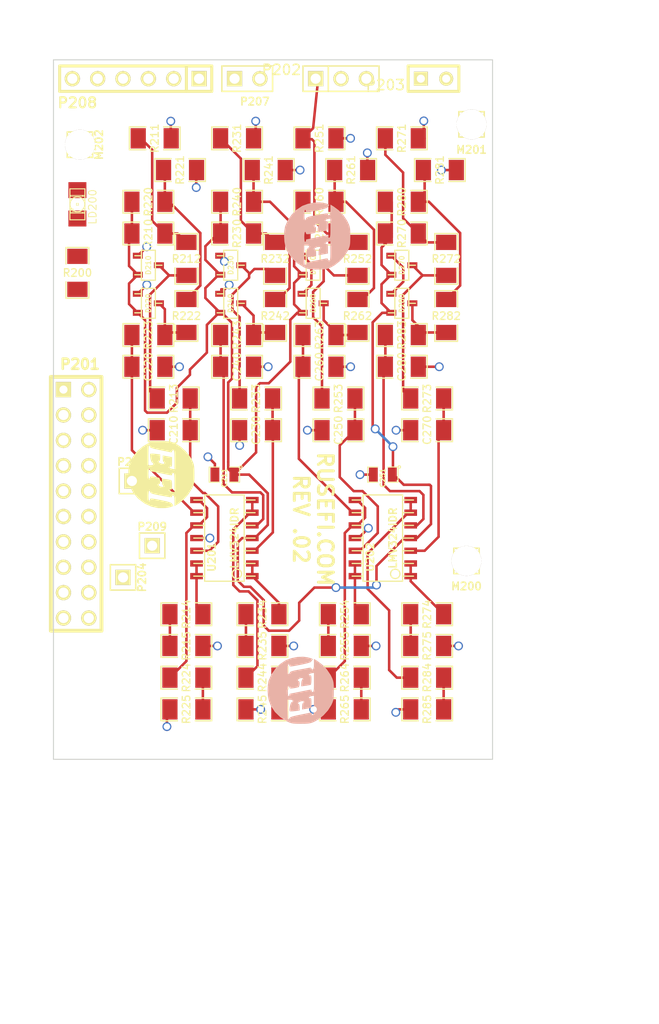
<source format=kicad_pcb>
(kicad_pcb (version 3) (host pcbnew "(2013-07-07 BZR 4022)-stable")

  (general
    (links 156)
    (no_connects 63)
    (area 125.949999 93.949999 170.050001 164.050001)
    (thickness 1.6)
    (drawings 17)
    (tracks 445)
    (zones 0)
    (modules 84)
    (nets 47)
  )

  (page A)
  (title_block 
    (title "Analgo Protection board for RUSEFI.com")
    (rev .01)
    (company RUSEFI.com)
  )

  (layers
    (15 F.Cu signal)
    (0 B.Cu signal)
    (16 B.Adhes user)
    (17 F.Adhes user)
    (18 B.Paste user)
    (19 F.Paste user)
    (20 B.SilkS user)
    (21 F.SilkS user)
    (22 B.Mask user)
    (23 F.Mask user)
    (24 Dwgs.User user)
    (25 Cmts.User user)
    (26 Eco1.User user)
    (27 Eco2.User user)
    (28 Edge.Cuts user)
  )

  (setup
    (last_trace_width 0.254)
    (trace_clearance 0.2032)
    (zone_clearance 0.254)
    (zone_45_only no)
    (trace_min 0.254)
    (segment_width 0.2)
    (edge_width 0.1)
    (via_size 0.889)
    (via_drill 0.635)
    (via_min_size 0.889)
    (via_min_drill 0.508)
    (uvia_size 0.508)
    (uvia_drill 0.127)
    (uvias_allowed no)
    (uvia_min_size 0.508)
    (uvia_min_drill 0.127)
    (pcb_text_width 0.3)
    (pcb_text_size 1.5 1.5)
    (mod_edge_width 0.15)
    (mod_text_size 1 1)
    (mod_text_width 0.15)
    (pad_size 3 3)
    (pad_drill 3)
    (pad_to_mask_clearance 0)
    (aux_axis_origin 0 0)
    (visible_elements 7FFFFF3F)
    (pcbplotparams
      (layerselection 317751297)
      (usegerberextensions true)
      (excludeedgelayer true)
      (linewidth 0.150000)
      (plotframeref false)
      (viasonmask false)
      (mode 1)
      (useauxorigin false)
      (hpglpennumber 1)
      (hpglpenspeed 20)
      (hpglpendiameter 15)
      (hpglpenoverlay 2)
      (psnegative false)
      (psa4output false)
      (plotreference true)
      (plotvalue true)
      (plotothertext true)
      (plotinvisibletext false)
      (padsonsilk false)
      (subtractmaskfromsilk false)
      (outputformat 1)
      (mirror false)
      (drillshape 0)
      (scaleselection 1)
      (outputdirectory adc_amp_divider_mfg))
  )

  (net 0 "")
  (net 1 /INP1)
  (net 2 /INP2)
  (net 3 /INP3)
  (net 4 /INP4)
  (net 5 /INP5)
  (net 6 /INP6)
  (net 7 /INP7)
  (net 8 /INP8)
  (net 9 /OUT1)
  (net 10 /OUT2)
  (net 11 /OUT3)
  (net 12 /OUT4)
  (net 13 /OUT5)
  (net 14 /OUT6)
  (net 15 /OUT7)
  (net 16 /OUT8)
  (net 17 /PA4)
  (net 18 /PA5)
  (net 19 /PC0)
  (net 20 GND)
  (net 21 N-0000011)
  (net 22 N-0000012)
  (net 23 N-0000015)
  (net 24 N-0000018)
  (net 25 N-0000019)
  (net 26 N-0000020)
  (net 27 N-0000021)
  (net 28 N-0000022)
  (net 29 N-0000023)
  (net 30 N-0000024)
  (net 31 N-0000025)
  (net 32 N-0000026)
  (net 33 N-0000029)
  (net 34 N-0000030)
  (net 35 N-0000031)
  (net 36 N-0000032)
  (net 37 N-0000049)
  (net 38 N-0000050)
  (net 39 N-0000053)
  (net 40 N-0000054)
  (net 41 N-0000055)
  (net 42 N-0000060)
  (net 43 N-0000061)
  (net 44 N-0000066)
  (net 45 N-0000067)
  (net 46 VCC)

  (net_class Default "This is the default net class."
    (clearance 0.2032)
    (trace_width 0.254)
    (via_dia 0.889)
    (via_drill 0.635)
    (uvia_dia 0.508)
    (uvia_drill 0.127)
    (add_net "")
    (add_net /INP1)
    (add_net /INP2)
    (add_net /INP3)
    (add_net /INP4)
    (add_net /INP5)
    (add_net /INP6)
    (add_net /INP7)
    (add_net /INP8)
    (add_net /OUT1)
    (add_net /OUT2)
    (add_net /OUT3)
    (add_net /OUT4)
    (add_net /OUT5)
    (add_net /OUT6)
    (add_net /OUT7)
    (add_net /OUT8)
    (add_net /PA4)
    (add_net /PA5)
    (add_net /PC0)
    (add_net GND)
    (add_net N-0000011)
    (add_net N-0000012)
    (add_net N-0000015)
    (add_net N-0000018)
    (add_net N-0000019)
    (add_net N-0000020)
    (add_net N-0000021)
    (add_net N-0000022)
    (add_net N-0000023)
    (add_net N-0000024)
    (add_net N-0000025)
    (add_net N-0000026)
    (add_net N-0000029)
    (add_net N-0000030)
    (add_net N-0000031)
    (add_net N-0000032)
    (add_net N-0000049)
    (add_net N-0000050)
    (add_net N-0000053)
    (add_net N-0000054)
    (add_net N-0000055)
    (add_net N-0000060)
    (add_net N-0000061)
    (add_net N-0000066)
    (add_net N-0000067)
    (add_net VCC)
  )

  (module PIN_ARRAY_1 (layer F.Cu) (tedit 52928799) (tstamp 5292877D)
    (at 128.651 102.489 270)
    (descr "1 pin")
    (tags "CONN DEV")
    (path /52896702)
    (fp_text reference M202 (at 0 -1.905 270) (layer F.SilkS)
      (effects (font (size 0.762 0.762) (thickness 0.1524)))
    )
    (fp_text value CONN_1 (at 0 -1.905 270) (layer F.SilkS) hide
      (effects (font (size 0.762 0.762) (thickness 0.1524)))
    )
    (fp_line (start 1.27 1.27) (end -1.27 1.27) (layer F.SilkS) (width 0.1524))
    (fp_line (start -1.27 -1.27) (end 1.27 -1.27) (layer F.SilkS) (width 0.1524))
    (fp_line (start -1.27 1.27) (end -1.27 -1.27) (layer F.SilkS) (width 0.1524))
    (fp_line (start 1.27 -1.27) (end 1.27 1.27) (layer F.SilkS) (width 0.1524))
    (pad 1 thru_hole circle (at 0 0 270) (size 3 3) (drill 3)
      (layers *.Cu *.Mask F.SilkS)
    )
  )

  (module PIN_ARRAY_1 (layer F.Cu) (tedit 52987390) (tstamp 5253077B)
    (at 167.894 100.457 90)
    (descr "1 pin")
    (tags "CONN DEV")
    (path /52530B0B)
    (fp_text reference M201 (at -2.54 0 180) (layer F.SilkS)
      (effects (font (size 0.762 0.762) (thickness 0.1524)))
    )
    (fp_text value CONN_1 (at 0 -1.905 90) (layer F.SilkS) hide
      (effects (font (size 0.762 0.762) (thickness 0.1524)))
    )
    (fp_line (start 1.27 1.27) (end -1.27 1.27) (layer F.SilkS) (width 0.1524))
    (fp_line (start -1.27 -1.27) (end 1.27 -1.27) (layer F.SilkS) (width 0.1524))
    (fp_line (start -1.27 1.27) (end -1.27 -1.27) (layer F.SilkS) (width 0.1524))
    (fp_line (start 1.27 -1.27) (end 1.27 1.27) (layer F.SilkS) (width 0.1524))
    (pad 1 thru_hole circle (at 0 0 90) (size 3 3) (drill 3)
      (layers *.Cu *.Mask F.SilkS)
    )
  )

  (module PIN_ARRAY_1 (layer F.Cu) (tedit 52987387) (tstamp 52530772)
    (at 167.386 144.145 90)
    (descr "1 pin")
    (tags "CONN DEV")
    (path /52530AFC)
    (fp_text reference M200 (at -2.54 0 180) (layer F.SilkS)
      (effects (font (size 0.762 0.762) (thickness 0.1524)))
    )
    (fp_text value CONN_1 (at 0 -1.905 90) (layer F.SilkS) hide
      (effects (font (size 0.762 0.762) (thickness 0.1524)))
    )
    (fp_line (start 1.27 1.27) (end -1.27 1.27) (layer F.SilkS) (width 0.1524))
    (fp_line (start -1.27 -1.27) (end 1.27 -1.27) (layer F.SilkS) (width 0.1524))
    (fp_line (start -1.27 1.27) (end -1.27 -1.27) (layer F.SilkS) (width 0.1524))
    (fp_line (start 1.27 -1.27) (end 1.27 1.27) (layer F.SilkS) (width 0.1524))
    (pad 1 thru_hole circle (at 0 0 90) (size 3 3) (drill 3)
      (layers *.Cu *.Mask F.SilkS)
    )
  )

  (module SM1206 (layer F.Cu) (tedit 5295C896) (tstamp 5234F6F2)
    (at 139.319 152.654)
    (path /5234EE80)
    (attr smd)
    (fp_text reference R215 (at 0 0 90) (layer F.SilkS)
      (effects (font (size 0.762 0.762) (thickness 0.127)))
    )
    (fp_text value 1500 (at 0 0) (layer F.SilkS) hide
      (effects (font (size 0.762 0.762) (thickness 0.127)))
    )
    (fp_line (start -2.54 -1.143) (end -2.54 1.143) (layer F.SilkS) (width 0.127))
    (fp_line (start -2.54 1.143) (end -0.889 1.143) (layer F.SilkS) (width 0.127))
    (fp_line (start 0.889 -1.143) (end 2.54 -1.143) (layer F.SilkS) (width 0.127))
    (fp_line (start 2.54 -1.143) (end 2.54 1.143) (layer F.SilkS) (width 0.127))
    (fp_line (start 2.54 1.143) (end 0.889 1.143) (layer F.SilkS) (width 0.127))
    (fp_line (start -0.889 -1.143) (end -2.54 -1.143) (layer F.SilkS) (width 0.127))
    (pad 1 smd rect (at -1.651 0) (size 1.524 2.032)
      (layers F.Cu F.Paste F.Mask)
      (net 9 /OUT1)
    )
    (pad 2 smd rect (at 1.651 0) (size 1.524 2.032)
      (layers F.Cu F.Paste F.Mask)
      (net 20 GND)
    )
    (model smd/chip_cms.wrl
      (at (xyz 0 0 0))
      (scale (xyz 0.17 0.16 0.16))
      (rotate (xyz 0 0 0))
    )
  )

  (module SM1206 (layer F.Cu) (tedit 5295C895) (tstamp 5234F6FE)
    (at 139.319 149.479 180)
    (path /5234EE8F)
    (attr smd)
    (fp_text reference R214 (at 0 0 270) (layer F.SilkS)
      (effects (font (size 0.762 0.762) (thickness 0.127)))
    )
    (fp_text value 1500 (at 0 0 180) (layer F.SilkS) hide
      (effects (font (size 0.762 0.762) (thickness 0.127)))
    )
    (fp_line (start -2.54 -1.143) (end -2.54 1.143) (layer F.SilkS) (width 0.127))
    (fp_line (start -2.54 1.143) (end -0.889 1.143) (layer F.SilkS) (width 0.127))
    (fp_line (start 0.889 -1.143) (end 2.54 -1.143) (layer F.SilkS) (width 0.127))
    (fp_line (start 2.54 -1.143) (end 2.54 1.143) (layer F.SilkS) (width 0.127))
    (fp_line (start 2.54 1.143) (end 0.889 1.143) (layer F.SilkS) (width 0.127))
    (fp_line (start -0.889 -1.143) (end -2.54 -1.143) (layer F.SilkS) (width 0.127))
    (pad 1 smd rect (at -1.651 0 180) (size 1.524 2.032)
      (layers F.Cu F.Paste F.Mask)
      (net 41 N-0000055)
    )
    (pad 2 smd rect (at 1.651 0 180) (size 1.524 2.032)
      (layers F.Cu F.Paste F.Mask)
      (net 9 /OUT1)
    )
    (model smd/chip_cms.wrl
      (at (xyz 0 0 0))
      (scale (xyz 0.17 0.16 0.16))
      (rotate (xyz 0 0 0))
    )
  )

  (module PIN_ARRAY_10X2 (layer F.Cu) (tedit 52AAEBFA) (tstamp 5234F712)
    (at 128.27 138.43 270)
    (descr "Double rangee de contacts 2 x 10 pins")
    (tags CONN)
    (path /5234F161)
    (fp_text reference P201 (at -13.97 -0.381 360) (layer F.SilkS)
      (effects (font (size 1.016 1.016) (thickness 0.254)))
    )
    (fp_text value CONN_10X2 (at 0 3.81 270) (layer F.SilkS) hide
      (effects (font (size 1.016 1.016) (thickness 0.2032)))
    )
    (fp_line (start 12.7 2.54) (end -12.7 2.54) (layer F.SilkS) (width 0.381))
    (fp_line (start -12.7 -2.54) (end 12.7 -2.54) (layer F.SilkS) (width 0.381))
    (fp_line (start -12.7 -2.54) (end -12.7 2.54) (layer F.SilkS) (width 0.381))
    (fp_line (start 12.7 2.54) (end 12.7 -2.54) (layer F.SilkS) (width 0.381))
    (pad 1 thru_hole rect (at -11.43 1.27 270) (size 1.524 1.524) (drill 0.8128)
      (layers *.Cu *.Mask F.SilkS)
      (net 20 GND)
    )
    (pad 2 thru_hole circle (at -11.43 -1.27 270) (size 1.524 1.524) (drill 1.016)
      (layers *.Cu *.Mask F.SilkS)
      (net 20 GND)
    )
    (pad 3 thru_hole circle (at -8.89 1.27 270) (size 1.524 1.524) (drill 1.016)
      (layers *.Cu *.Mask F.SilkS)
    )
    (pad 4 thru_hole circle (at -8.89 -1.27 270) (size 1.524 1.524) (drill 1.016)
      (layers *.Cu *.Mask F.SilkS)
    )
    (pad 5 thru_hole circle (at -6.35 1.27 270) (size 1.524 1.524) (drill 1.016)
      (layers *.Cu *.Mask F.SilkS)
      (net 20 GND)
    )
    (pad 6 thru_hole circle (at -6.35 -1.27 270) (size 1.524 1.524) (drill 1.016)
      (layers *.Cu *.Mask F.SilkS)
    )
    (pad 7 thru_hole circle (at -3.81 1.27 270) (size 1.524 1.524) (drill 1.016)
      (layers *.Cu *.Mask F.SilkS)
    )
    (pad 8 thru_hole circle (at -3.81 -1.27 270) (size 1.524 1.524) (drill 1.016)
      (layers *.Cu *.Mask F.SilkS)
      (net 19 /PC0)
    )
    (pad 9 thru_hole circle (at -1.27 1.27 270) (size 1.524 1.524) (drill 1.016)
      (layers *.Cu *.Mask F.SilkS)
    )
    (pad 10 thru_hole circle (at -1.27 -1.27 270) (size 1.524 1.524) (drill 1.016)
      (layers *.Cu *.Mask F.SilkS)
    )
    (pad 11 thru_hole circle (at 1.27 1.27 270) (size 1.524 1.524) (drill 1.016)
      (layers *.Cu *.Mask F.SilkS)
      (net 16 /OUT8)
    )
    (pad 12 thru_hole circle (at 1.27 -1.27 270) (size 1.524 1.524) (drill 1.016)
      (layers *.Cu *.Mask F.SilkS)
      (net 15 /OUT7)
    )
    (pad 13 thru_hole circle (at 3.81 1.27 270) (size 1.524 1.524) (drill 1.016)
      (layers *.Cu *.Mask F.SilkS)
      (net 14 /OUT6)
    )
    (pad 14 thru_hole circle (at 3.81 -1.27 270) (size 1.524 1.524) (drill 1.016)
      (layers *.Cu *.Mask F.SilkS)
      (net 13 /OUT5)
    )
    (pad 15 thru_hole circle (at 6.35 1.27 270) (size 1.524 1.524) (drill 1.016)
      (layers *.Cu *.Mask F.SilkS)
      (net 18 /PA5)
    )
    (pad 16 thru_hole circle (at 6.35 -1.27 270) (size 1.524 1.524) (drill 1.016)
      (layers *.Cu *.Mask F.SilkS)
      (net 17 /PA4)
    )
    (pad 17 thru_hole circle (at 8.89 1.27 270) (size 1.524 1.524) (drill 1.016)
      (layers *.Cu *.Mask F.SilkS)
      (net 11 /OUT3)
    )
    (pad 18 thru_hole circle (at 8.89 -1.27 270) (size 1.524 1.524) (drill 1.016)
      (layers *.Cu *.Mask F.SilkS)
      (net 12 /OUT4)
    )
    (pad 19 thru_hole circle (at 11.43 1.27 270) (size 1.524 1.524) (drill 1.016)
      (layers *.Cu *.Mask F.SilkS)
      (net 9 /OUT1)
    )
    (pad 20 thru_hole circle (at 11.43 -1.27 270) (size 1.524 1.524) (drill 1.016)
      (layers *.Cu *.Mask F.SilkS)
      (net 10 /OUT2)
    )
    (model pin_array/pins_array_12x2.wrl
      (at (xyz 0 0 0))
      (scale (xyz 1 1 1))
      (rotate (xyz 0 0 0))
    )
  )

  (module SM1206 (layer F.Cu) (tedit 5295C856) (tstamp 524F78BF)
    (at 136.144 101.854)
    (path /52350E9D)
    (attr smd)
    (fp_text reference R211 (at 0 0 90) (layer F.SilkS)
      (effects (font (size 0.762 0.762) (thickness 0.127)))
    )
    (fp_text value 500K (at 0 0) (layer F.SilkS) hide
      (effects (font (size 0.762 0.762) (thickness 0.127)))
    )
    (fp_line (start -2.54 -1.143) (end -2.54 1.143) (layer F.SilkS) (width 0.127))
    (fp_line (start -2.54 1.143) (end -0.889 1.143) (layer F.SilkS) (width 0.127))
    (fp_line (start 0.889 -1.143) (end 2.54 -1.143) (layer F.SilkS) (width 0.127))
    (fp_line (start 2.54 -1.143) (end 2.54 1.143) (layer F.SilkS) (width 0.127))
    (fp_line (start 2.54 1.143) (end 0.889 1.143) (layer F.SilkS) (width 0.127))
    (fp_line (start -0.889 -1.143) (end -2.54 -1.143) (layer F.SilkS) (width 0.127))
    (pad 1 smd rect (at -1.651 0) (size 1.524 2.032)
      (layers F.Cu F.Paste F.Mask)
      (net 1 /INP1)
    )
    (pad 2 smd rect (at 1.651 0) (size 1.524 2.032)
      (layers F.Cu F.Paste F.Mask)
      (net 20 GND)
    )
    (model smd/chip_cms.wrl
      (at (xyz 0 0 0))
      (scale (xyz 0.17 0.16 0.16))
      (rotate (xyz 0 0 0))
    )
  )

  (module SM1206 (layer F.Cu) (tedit 5295C89B) (tstamp 52351546)
    (at 139.319 159.004 180)
    (path /5235311B)
    (attr smd)
    (fp_text reference R225 (at 0 0 270) (layer F.SilkS)
      (effects (font (size 0.762 0.762) (thickness 0.127)))
    )
    (fp_text value 1500 (at 0 0 180) (layer F.SilkS) hide
      (effects (font (size 0.762 0.762) (thickness 0.127)))
    )
    (fp_line (start -2.54 -1.143) (end -2.54 1.143) (layer F.SilkS) (width 0.127))
    (fp_line (start -2.54 1.143) (end -0.889 1.143) (layer F.SilkS) (width 0.127))
    (fp_line (start 0.889 -1.143) (end 2.54 -1.143) (layer F.SilkS) (width 0.127))
    (fp_line (start 2.54 -1.143) (end 2.54 1.143) (layer F.SilkS) (width 0.127))
    (fp_line (start 2.54 1.143) (end 0.889 1.143) (layer F.SilkS) (width 0.127))
    (fp_line (start -0.889 -1.143) (end -2.54 -1.143) (layer F.SilkS) (width 0.127))
    (pad 1 smd rect (at -1.651 0 180) (size 1.524 2.032)
      (layers F.Cu F.Paste F.Mask)
      (net 10 /OUT2)
    )
    (pad 2 smd rect (at 1.651 0 180) (size 1.524 2.032)
      (layers F.Cu F.Paste F.Mask)
      (net 20 GND)
    )
    (model smd/chip_cms.wrl
      (at (xyz 0 0 0))
      (scale (xyz 0.17 0.16 0.16))
      (rotate (xyz 0 0 0))
    )
  )

  (module SM1206 (layer F.Cu) (tedit 5295C897) (tstamp 52351552)
    (at 139.319 155.829)
    (path /52353061)
    (attr smd)
    (fp_text reference R224 (at 0 0 90) (layer F.SilkS)
      (effects (font (size 0.762 0.762) (thickness 0.127)))
    )
    (fp_text value 1500 (at 0 0) (layer F.SilkS) hide
      (effects (font (size 0.762 0.762) (thickness 0.127)))
    )
    (fp_line (start -2.54 -1.143) (end -2.54 1.143) (layer F.SilkS) (width 0.127))
    (fp_line (start -2.54 1.143) (end -0.889 1.143) (layer F.SilkS) (width 0.127))
    (fp_line (start 0.889 -1.143) (end 2.54 -1.143) (layer F.SilkS) (width 0.127))
    (fp_line (start 2.54 -1.143) (end 2.54 1.143) (layer F.SilkS) (width 0.127))
    (fp_line (start 2.54 1.143) (end 0.889 1.143) (layer F.SilkS) (width 0.127))
    (fp_line (start -0.889 -1.143) (end -2.54 -1.143) (layer F.SilkS) (width 0.127))
    (pad 1 smd rect (at -1.651 0) (size 1.524 2.032)
      (layers F.Cu F.Paste F.Mask)
      (net 44 N-0000066)
    )
    (pad 2 smd rect (at 1.651 0) (size 1.524 2.032)
      (layers F.Cu F.Paste F.Mask)
      (net 10 /OUT2)
    )
    (model smd/chip_cms.wrl
      (at (xyz 0 0 0))
      (scale (xyz 0.17 0.16 0.16))
      (rotate (xyz 0 0 0))
    )
  )

  (module SM1206 (layer F.Cu) (tedit 5295C857) (tstamp 5235155E)
    (at 138.684 105.029)
    (path /52351952)
    (attr smd)
    (fp_text reference R221 (at 0 0 90) (layer F.SilkS)
      (effects (font (size 0.762 0.762) (thickness 0.127)))
    )
    (fp_text value 500K (at 0 0) (layer F.SilkS) hide
      (effects (font (size 0.762 0.762) (thickness 0.127)))
    )
    (fp_line (start -2.54 -1.143) (end -2.54 1.143) (layer F.SilkS) (width 0.127))
    (fp_line (start -2.54 1.143) (end -0.889 1.143) (layer F.SilkS) (width 0.127))
    (fp_line (start 0.889 -1.143) (end 2.54 -1.143) (layer F.SilkS) (width 0.127))
    (fp_line (start 2.54 -1.143) (end 2.54 1.143) (layer F.SilkS) (width 0.127))
    (fp_line (start 2.54 1.143) (end 0.889 1.143) (layer F.SilkS) (width 0.127))
    (fp_line (start -0.889 -1.143) (end -2.54 -1.143) (layer F.SilkS) (width 0.127))
    (pad 1 smd rect (at -1.651 0) (size 1.524 2.032)
      (layers F.Cu F.Paste F.Mask)
      (net 2 /INP2)
    )
    (pad 2 smd rect (at 1.651 0) (size 1.524 2.032)
      (layers F.Cu F.Paste F.Mask)
      (net 20 GND)
    )
    (model smd/chip_cms.wrl
      (at (xyz 0 0 0))
      (scale (xyz 0.17 0.16 0.16))
      (rotate (xyz 0 0 0))
    )
  )

  (module SM1206 (layer F.Cu) (tedit 5295C8B3) (tstamp 5235324A)
    (at 146.939 152.654)
    (path /524B78D4)
    (attr smd)
    (fp_text reference R235 (at 0 0 90) (layer F.SilkS)
      (effects (font (size 0.762 0.762) (thickness 0.127)))
    )
    (fp_text value 1500 (at 0 0) (layer F.SilkS) hide
      (effects (font (size 0.762 0.762) (thickness 0.127)))
    )
    (fp_line (start -2.54 -1.143) (end -2.54 1.143) (layer F.SilkS) (width 0.127))
    (fp_line (start -2.54 1.143) (end -0.889 1.143) (layer F.SilkS) (width 0.127))
    (fp_line (start 0.889 -1.143) (end 2.54 -1.143) (layer F.SilkS) (width 0.127))
    (fp_line (start 2.54 -1.143) (end 2.54 1.143) (layer F.SilkS) (width 0.127))
    (fp_line (start 2.54 1.143) (end 0.889 1.143) (layer F.SilkS) (width 0.127))
    (fp_line (start -0.889 -1.143) (end -2.54 -1.143) (layer F.SilkS) (width 0.127))
    (pad 1 smd rect (at -1.651 0) (size 1.524 2.032)
      (layers F.Cu F.Paste F.Mask)
      (net 11 /OUT3)
    )
    (pad 2 smd rect (at 1.651 0) (size 1.524 2.032)
      (layers F.Cu F.Paste F.Mask)
      (net 20 GND)
    )
    (model smd/chip_cms.wrl
      (at (xyz 0 0 0))
      (scale (xyz 0.17 0.16 0.16))
      (rotate (xyz 0 0 0))
    )
  )

  (module SM1206 (layer F.Cu) (tedit 5295C8B4) (tstamp 52353256)
    (at 146.939 149.479 180)
    (path /524B78DA)
    (attr smd)
    (fp_text reference R234 (at 0 0 270) (layer F.SilkS)
      (effects (font (size 0.762 0.762) (thickness 0.127)))
    )
    (fp_text value 1500 (at 0 0 180) (layer F.SilkS) hide
      (effects (font (size 0.762 0.762) (thickness 0.127)))
    )
    (fp_line (start -2.54 -1.143) (end -2.54 1.143) (layer F.SilkS) (width 0.127))
    (fp_line (start -2.54 1.143) (end -0.889 1.143) (layer F.SilkS) (width 0.127))
    (fp_line (start 0.889 -1.143) (end 2.54 -1.143) (layer F.SilkS) (width 0.127))
    (fp_line (start 2.54 -1.143) (end 2.54 1.143) (layer F.SilkS) (width 0.127))
    (fp_line (start 2.54 1.143) (end 0.889 1.143) (layer F.SilkS) (width 0.127))
    (fp_line (start -0.889 -1.143) (end -2.54 -1.143) (layer F.SilkS) (width 0.127))
    (pad 1 smd rect (at -1.651 0 180) (size 1.524 2.032)
      (layers F.Cu F.Paste F.Mask)
      (net 31 N-0000025)
    )
    (pad 2 smd rect (at 1.651 0 180) (size 1.524 2.032)
      (layers F.Cu F.Paste F.Mask)
      (net 11 /OUT3)
    )
    (model smd/chip_cms.wrl
      (at (xyz 0 0 0))
      (scale (xyz 0.17 0.16 0.16))
      (rotate (xyz 0 0 0))
    )
  )

  (module SM1206 (layer F.Cu) (tedit 5295C855) (tstamp 52353262)
    (at 144.399 101.854)
    (path /524B7902)
    (attr smd)
    (fp_text reference R231 (at 0 0 90) (layer F.SilkS)
      (effects (font (size 0.762 0.762) (thickness 0.127)))
    )
    (fp_text value 500K (at 0 0) (layer F.SilkS) hide
      (effects (font (size 0.762 0.762) (thickness 0.127)))
    )
    (fp_line (start -2.54 -1.143) (end -2.54 1.143) (layer F.SilkS) (width 0.127))
    (fp_line (start -2.54 1.143) (end -0.889 1.143) (layer F.SilkS) (width 0.127))
    (fp_line (start 0.889 -1.143) (end 2.54 -1.143) (layer F.SilkS) (width 0.127))
    (fp_line (start 2.54 -1.143) (end 2.54 1.143) (layer F.SilkS) (width 0.127))
    (fp_line (start 2.54 1.143) (end 0.889 1.143) (layer F.SilkS) (width 0.127))
    (fp_line (start -0.889 -1.143) (end -2.54 -1.143) (layer F.SilkS) (width 0.127))
    (pad 1 smd rect (at -1.651 0) (size 1.524 2.032)
      (layers F.Cu F.Paste F.Mask)
      (net 3 /INP3)
    )
    (pad 2 smd rect (at 1.651 0) (size 1.524 2.032)
      (layers F.Cu F.Paste F.Mask)
      (net 20 GND)
    )
    (model smd/chip_cms.wrl
      (at (xyz 0 0 0))
      (scale (xyz 0.17 0.16 0.16))
      (rotate (xyz 0 0 0))
    )
  )

  (module SM1206 (layer F.Cu) (tedit 5295C859) (tstamp 523F4724)
    (at 147.574 105.029)
    (path /524B7914)
    (attr smd)
    (fp_text reference R241 (at 0 0 90) (layer F.SilkS)
      (effects (font (size 0.762 0.762) (thickness 0.127)))
    )
    (fp_text value 500K (at 0 0) (layer F.SilkS) hide
      (effects (font (size 0.762 0.762) (thickness 0.127)))
    )
    (fp_line (start -2.54 -1.143) (end -2.54 1.143) (layer F.SilkS) (width 0.127))
    (fp_line (start -2.54 1.143) (end -0.889 1.143) (layer F.SilkS) (width 0.127))
    (fp_line (start 0.889 -1.143) (end 2.54 -1.143) (layer F.SilkS) (width 0.127))
    (fp_line (start 2.54 -1.143) (end 2.54 1.143) (layer F.SilkS) (width 0.127))
    (fp_line (start 2.54 1.143) (end 0.889 1.143) (layer F.SilkS) (width 0.127))
    (fp_line (start -0.889 -1.143) (end -2.54 -1.143) (layer F.SilkS) (width 0.127))
    (pad 1 smd rect (at -1.651 0) (size 1.524 2.032)
      (layers F.Cu F.Paste F.Mask)
      (net 4 /INP4)
    )
    (pad 2 smd rect (at 1.651 0) (size 1.524 2.032)
      (layers F.Cu F.Paste F.Mask)
      (net 20 GND)
    )
    (model smd/chip_cms.wrl
      (at (xyz 0 0 0))
      (scale (xyz 0.17 0.16 0.16))
      (rotate (xyz 0 0 0))
    )
  )

  (module SM1206 (layer F.Cu) (tedit 5295C8B3) (tstamp 523F4730)
    (at 146.939 155.829)
    (path /524B7920)
    (attr smd)
    (fp_text reference R244 (at 0 0 90) (layer F.SilkS)
      (effects (font (size 0.762 0.762) (thickness 0.127)))
    )
    (fp_text value 1500 (at 0 0) (layer F.SilkS) hide
      (effects (font (size 0.762 0.762) (thickness 0.127)))
    )
    (fp_line (start -2.54 -1.143) (end -2.54 1.143) (layer F.SilkS) (width 0.127))
    (fp_line (start -2.54 1.143) (end -0.889 1.143) (layer F.SilkS) (width 0.127))
    (fp_line (start 0.889 -1.143) (end 2.54 -1.143) (layer F.SilkS) (width 0.127))
    (fp_line (start 2.54 -1.143) (end 2.54 1.143) (layer F.SilkS) (width 0.127))
    (fp_line (start 2.54 1.143) (end 0.889 1.143) (layer F.SilkS) (width 0.127))
    (fp_line (start -0.889 -1.143) (end -2.54 -1.143) (layer F.SilkS) (width 0.127))
    (pad 1 smd rect (at -1.651 0) (size 1.524 2.032)
      (layers F.Cu F.Paste F.Mask)
      (net 32 N-0000026)
    )
    (pad 2 smd rect (at 1.651 0) (size 1.524 2.032)
      (layers F.Cu F.Paste F.Mask)
      (net 12 /OUT4)
    )
    (model smd/chip_cms.wrl
      (at (xyz 0 0 0))
      (scale (xyz 0.17 0.16 0.16))
      (rotate (xyz 0 0 0))
    )
  )

  (module SM1206 (layer F.Cu) (tedit 5295C8B2) (tstamp 523F473C)
    (at 146.939 159.004 180)
    (path /524B7926)
    (attr smd)
    (fp_text reference R245 (at 0 0 270) (layer F.SilkS)
      (effects (font (size 0.762 0.762) (thickness 0.127)))
    )
    (fp_text value 1500 (at 0 0 180) (layer F.SilkS) hide
      (effects (font (size 0.762 0.762) (thickness 0.127)))
    )
    (fp_line (start -2.54 -1.143) (end -2.54 1.143) (layer F.SilkS) (width 0.127))
    (fp_line (start -2.54 1.143) (end -0.889 1.143) (layer F.SilkS) (width 0.127))
    (fp_line (start 0.889 -1.143) (end 2.54 -1.143) (layer F.SilkS) (width 0.127))
    (fp_line (start 2.54 -1.143) (end 2.54 1.143) (layer F.SilkS) (width 0.127))
    (fp_line (start 2.54 1.143) (end 0.889 1.143) (layer F.SilkS) (width 0.127))
    (fp_line (start -0.889 -1.143) (end -2.54 -1.143) (layer F.SilkS) (width 0.127))
    (pad 1 smd rect (at -1.651 0 180) (size 1.524 2.032)
      (layers F.Cu F.Paste F.Mask)
      (net 12 /OUT4)
    )
    (pad 2 smd rect (at 1.651 0 180) (size 1.524 2.032)
      (layers F.Cu F.Paste F.Mask)
      (net 20 GND)
    )
    (model smd/chip_cms.wrl
      (at (xyz 0 0 0))
      (scale (xyz 0.17 0.16 0.16))
      (rotate (xyz 0 0 0))
    )
  )

  (module SM1206 (layer F.Cu) (tedit 5295C890) (tstamp 524A3351)
    (at 138.049 127.889)
    (path /524A093F)
    (attr smd)
    (fp_text reference R213 (at 0 0 90) (layer F.SilkS)
      (effects (font (size 0.762 0.762) (thickness 0.127)))
    )
    (fp_text value 100 (at 0 0) (layer F.SilkS) hide
      (effects (font (size 0.762 0.762) (thickness 0.127)))
    )
    (fp_line (start -2.54 -1.143) (end -2.54 1.143) (layer F.SilkS) (width 0.127))
    (fp_line (start -2.54 1.143) (end -0.889 1.143) (layer F.SilkS) (width 0.127))
    (fp_line (start 0.889 -1.143) (end 2.54 -1.143) (layer F.SilkS) (width 0.127))
    (fp_line (start 2.54 -1.143) (end 2.54 1.143) (layer F.SilkS) (width 0.127))
    (fp_line (start 2.54 1.143) (end 0.889 1.143) (layer F.SilkS) (width 0.127))
    (fp_line (start -0.889 -1.143) (end -2.54 -1.143) (layer F.SilkS) (width 0.127))
    (pad 1 smd rect (at -1.651 0) (size 1.524 2.032)
      (layers F.Cu F.Paste F.Mask)
      (net 23 N-0000015)
    )
    (pad 2 smd rect (at 1.651 0) (size 1.524 2.032)
      (layers F.Cu F.Paste F.Mask)
      (net 42 N-0000060)
    )
    (model smd/chip_cms.wrl
      (at (xyz 0 0 0))
      (scale (xyz 0.17 0.16 0.16))
      (rotate (xyz 0 0 0))
    )
  )

  (module SM1206 (layer F.Cu) (tedit 5295C889) (tstamp 524F78D9)
    (at 135.509 111.379 180)
    (path /524A0A89)
    (attr smd)
    (fp_text reference R210 (at 0 0 270) (layer F.SilkS)
      (effects (font (size 0.762 0.762) (thickness 0.127)))
    )
    (fp_text value 2700 (at 0 0 180) (layer F.SilkS) hide
      (effects (font (size 0.762 0.762) (thickness 0.127)))
    )
    (fp_line (start -2.54 -1.143) (end -2.54 1.143) (layer F.SilkS) (width 0.127))
    (fp_line (start -2.54 1.143) (end -0.889 1.143) (layer F.SilkS) (width 0.127))
    (fp_line (start 0.889 -1.143) (end 2.54 -1.143) (layer F.SilkS) (width 0.127))
    (fp_line (start 2.54 -1.143) (end 2.54 1.143) (layer F.SilkS) (width 0.127))
    (fp_line (start 2.54 1.143) (end 0.889 1.143) (layer F.SilkS) (width 0.127))
    (fp_line (start -0.889 -1.143) (end -2.54 -1.143) (layer F.SilkS) (width 0.127))
    (pad 1 smd rect (at -1.651 0 180) (size 1.524 2.032)
      (layers F.Cu F.Paste F.Mask)
      (net 1 /INP1)
    )
    (pad 2 smd rect (at 1.651 0 180) (size 1.524 2.032)
      (layers F.Cu F.Paste F.Mask)
      (net 46 VCC)
    )
    (model smd/chip_cms.wrl
      (at (xyz 0 0 0))
      (scale (xyz 0.17 0.16 0.16))
      (rotate (xyz 0 0 0))
    )
  )

  (module SM1206 (layer F.Cu) (tedit 5295C88F) (tstamp 524B72DC)
    (at 135.509 124.714 180)
    (path /524B71C8)
    (attr smd)
    (fp_text reference C220 (at 0 0 270) (layer F.SilkS)
      (effects (font (size 0.762 0.762) (thickness 0.127)))
    )
    (fp_text value 0.01uF (at 0 0 180) (layer F.SilkS) hide
      (effects (font (size 0.762 0.762) (thickness 0.127)))
    )
    (fp_line (start -2.54 -1.143) (end -2.54 1.143) (layer F.SilkS) (width 0.127))
    (fp_line (start -2.54 1.143) (end -0.889 1.143) (layer F.SilkS) (width 0.127))
    (fp_line (start 0.889 -1.143) (end 2.54 -1.143) (layer F.SilkS) (width 0.127))
    (fp_line (start 2.54 -1.143) (end 2.54 1.143) (layer F.SilkS) (width 0.127))
    (fp_line (start 2.54 1.143) (end 0.889 1.143) (layer F.SilkS) (width 0.127))
    (fp_line (start -0.889 -1.143) (end -2.54 -1.143) (layer F.SilkS) (width 0.127))
    (pad 1 smd rect (at -1.651 0 180) (size 1.524 2.032)
      (layers F.Cu F.Paste F.Mask)
      (net 20 GND)
    )
    (pad 2 smd rect (at 1.651 0 180) (size 1.524 2.032)
      (layers F.Cu F.Paste F.Mask)
      (net 43 N-0000061)
    )
    (model smd/chip_cms.wrl
      (at (xyz 0 0 0))
      (scale (xyz 0.17 0.16 0.16))
      (rotate (xyz 0 0 0))
    )
  )

  (module SM1206 (layer F.Cu) (tedit 5295C891) (tstamp 524B72E8)
    (at 138.049 131.064)
    (path /524A0957)
    (attr smd)
    (fp_text reference C210 (at 0 0 90) (layer F.SilkS)
      (effects (font (size 0.762 0.762) (thickness 0.127)))
    )
    (fp_text value 0.01uF (at 0 0) (layer F.SilkS) hide
      (effects (font (size 0.762 0.762) (thickness 0.127)))
    )
    (fp_line (start -2.54 -1.143) (end -2.54 1.143) (layer F.SilkS) (width 0.127))
    (fp_line (start -2.54 1.143) (end -0.889 1.143) (layer F.SilkS) (width 0.127))
    (fp_line (start 0.889 -1.143) (end 2.54 -1.143) (layer F.SilkS) (width 0.127))
    (fp_line (start 2.54 -1.143) (end 2.54 1.143) (layer F.SilkS) (width 0.127))
    (fp_line (start 2.54 1.143) (end 0.889 1.143) (layer F.SilkS) (width 0.127))
    (fp_line (start -0.889 -1.143) (end -2.54 -1.143) (layer F.SilkS) (width 0.127))
    (pad 1 smd rect (at -1.651 0) (size 1.524 2.032)
      (layers F.Cu F.Paste F.Mask)
      (net 20 GND)
    )
    (pad 2 smd rect (at 1.651 0) (size 1.524 2.032)
      (layers F.Cu F.Paste F.Mask)
      (net 42 N-0000060)
    )
    (model smd/chip_cms.wrl
      (at (xyz 0 0 0))
      (scale (xyz 0.17 0.16 0.16))
      (rotate (xyz 0 0 0))
    )
  )

  (module SM1206 (layer F.Cu) (tedit 5295C88D) (tstamp 524B72F4)
    (at 135.509 121.539 180)
    (path /524B71C2)
    (attr smd)
    (fp_text reference R223 (at 0 0 270) (layer F.SilkS)
      (effects (font (size 0.762 0.762) (thickness 0.127)))
    )
    (fp_text value 100 (at 0 0 180) (layer F.SilkS) hide
      (effects (font (size 0.762 0.762) (thickness 0.127)))
    )
    (fp_line (start -2.54 -1.143) (end -2.54 1.143) (layer F.SilkS) (width 0.127))
    (fp_line (start -2.54 1.143) (end -0.889 1.143) (layer F.SilkS) (width 0.127))
    (fp_line (start 0.889 -1.143) (end 2.54 -1.143) (layer F.SilkS) (width 0.127))
    (fp_line (start 2.54 -1.143) (end 2.54 1.143) (layer F.SilkS) (width 0.127))
    (fp_line (start 2.54 1.143) (end 0.889 1.143) (layer F.SilkS) (width 0.127))
    (fp_line (start -0.889 -1.143) (end -2.54 -1.143) (layer F.SilkS) (width 0.127))
    (pad 1 smd rect (at -1.651 0 180) (size 1.524 2.032)
      (layers F.Cu F.Paste F.Mask)
      (net 24 N-0000018)
    )
    (pad 2 smd rect (at 1.651 0 180) (size 1.524 2.032)
      (layers F.Cu F.Paste F.Mask)
      (net 43 N-0000061)
    )
    (model smd/chip_cms.wrl
      (at (xyz 0 0 0))
      (scale (xyz 0.17 0.16 0.16))
      (rotate (xyz 0 0 0))
    )
  )

  (module SM1206 (layer F.Cu) (tedit 5295C887) (tstamp 524B730C)
    (at 135.509 108.204 180)
    (path /524B7296)
    (attr smd)
    (fp_text reference R220 (at 0 0 270) (layer F.SilkS)
      (effects (font (size 0.762 0.762) (thickness 0.127)))
    )
    (fp_text value 2700 (at 0 0 180) (layer F.SilkS) hide
      (effects (font (size 0.762 0.762) (thickness 0.127)))
    )
    (fp_line (start -2.54 -1.143) (end -2.54 1.143) (layer F.SilkS) (width 0.127))
    (fp_line (start -2.54 1.143) (end -0.889 1.143) (layer F.SilkS) (width 0.127))
    (fp_line (start 0.889 -1.143) (end 2.54 -1.143) (layer F.SilkS) (width 0.127))
    (fp_line (start 2.54 -1.143) (end 2.54 1.143) (layer F.SilkS) (width 0.127))
    (fp_line (start 2.54 1.143) (end 0.889 1.143) (layer F.SilkS) (width 0.127))
    (fp_line (start -0.889 -1.143) (end -2.54 -1.143) (layer F.SilkS) (width 0.127))
    (pad 1 smd rect (at -1.651 0 180) (size 1.524 2.032)
      (layers F.Cu F.Paste F.Mask)
      (net 2 /INP2)
    )
    (pad 2 smd rect (at 1.651 0 180) (size 1.524 2.032)
      (layers F.Cu F.Paste F.Mask)
      (net 46 VCC)
    )
    (model smd/chip_cms.wrl
      (at (xyz 0 0 0))
      (scale (xyz 0.17 0.16 0.16))
      (rotate (xyz 0 0 0))
    )
  )

  (module SM1206 (layer F.Cu) (tedit 5295C881) (tstamp 524B791A)
    (at 146.304 127.889)
    (path /524B7954)
    (attr smd)
    (fp_text reference R233 (at 0 0 90) (layer F.SilkS)
      (effects (font (size 0.762 0.762) (thickness 0.127)))
    )
    (fp_text value 100 (at 0 0) (layer F.SilkS) hide
      (effects (font (size 0.762 0.762) (thickness 0.127)))
    )
    (fp_line (start -2.54 -1.143) (end -2.54 1.143) (layer F.SilkS) (width 0.127))
    (fp_line (start -2.54 1.143) (end -0.889 1.143) (layer F.SilkS) (width 0.127))
    (fp_line (start 0.889 -1.143) (end 2.54 -1.143) (layer F.SilkS) (width 0.127))
    (fp_line (start 2.54 -1.143) (end 2.54 1.143) (layer F.SilkS) (width 0.127))
    (fp_line (start 2.54 1.143) (end 0.889 1.143) (layer F.SilkS) (width 0.127))
    (fp_line (start -0.889 -1.143) (end -2.54 -1.143) (layer F.SilkS) (width 0.127))
    (pad 1 smd rect (at -1.651 0) (size 1.524 2.032)
      (layers F.Cu F.Paste F.Mask)
      (net 45 N-0000067)
    )
    (pad 2 smd rect (at 1.651 0) (size 1.524 2.032)
      (layers F.Cu F.Paste F.Mask)
      (net 29 N-0000023)
    )
    (model smd/chip_cms.wrl
      (at (xyz 0 0 0))
      (scale (xyz 0.17 0.16 0.16))
      (rotate (xyz 0 0 0))
    )
  )

  (module SM1206 (layer F.Cu) (tedit 5295C884) (tstamp 524B7932)
    (at 144.399 111.379 180)
    (path /524B7962)
    (attr smd)
    (fp_text reference R230 (at 0 0 270) (layer F.SilkS)
      (effects (font (size 0.762 0.762) (thickness 0.127)))
    )
    (fp_text value 2700 (at 0 0 180) (layer F.SilkS) hide
      (effects (font (size 0.762 0.762) (thickness 0.127)))
    )
    (fp_line (start -2.54 -1.143) (end -2.54 1.143) (layer F.SilkS) (width 0.127))
    (fp_line (start -2.54 1.143) (end -0.889 1.143) (layer F.SilkS) (width 0.127))
    (fp_line (start 0.889 -1.143) (end 2.54 -1.143) (layer F.SilkS) (width 0.127))
    (fp_line (start 2.54 -1.143) (end 2.54 1.143) (layer F.SilkS) (width 0.127))
    (fp_line (start 2.54 1.143) (end 0.889 1.143) (layer F.SilkS) (width 0.127))
    (fp_line (start -0.889 -1.143) (end -2.54 -1.143) (layer F.SilkS) (width 0.127))
    (pad 1 smd rect (at -1.651 0 180) (size 1.524 2.032)
      (layers F.Cu F.Paste F.Mask)
      (net 3 /INP3)
    )
    (pad 2 smd rect (at 1.651 0 180) (size 1.524 2.032)
      (layers F.Cu F.Paste F.Mask)
      (net 46 VCC)
    )
    (model smd/chip_cms.wrl
      (at (xyz 0 0 0))
      (scale (xyz 0.17 0.16 0.16))
      (rotate (xyz 0 0 0))
    )
  )

  (module SM1206 (layer F.Cu) (tedit 5295C87F) (tstamp 52929AB2)
    (at 144.399 121.539 180)
    (path /524B7976)
    (attr smd)
    (fp_text reference R243 (at 0 0 270) (layer F.SilkS)
      (effects (font (size 0.762 0.762) (thickness 0.127)))
    )
    (fp_text value 100 (at 0 0 180) (layer F.SilkS) hide
      (effects (font (size 0.762 0.762) (thickness 0.127)))
    )
    (fp_line (start -2.54 -1.143) (end -2.54 1.143) (layer F.SilkS) (width 0.127))
    (fp_line (start -2.54 1.143) (end -0.889 1.143) (layer F.SilkS) (width 0.127))
    (fp_line (start 0.889 -1.143) (end 2.54 -1.143) (layer F.SilkS) (width 0.127))
    (fp_line (start 2.54 -1.143) (end 2.54 1.143) (layer F.SilkS) (width 0.127))
    (fp_line (start 2.54 1.143) (end 0.889 1.143) (layer F.SilkS) (width 0.127))
    (fp_line (start -0.889 -1.143) (end -2.54 -1.143) (layer F.SilkS) (width 0.127))
    (pad 1 smd rect (at -1.651 0 180) (size 1.524 2.032)
      (layers F.Cu F.Paste F.Mask)
      (net 25 N-0000019)
    )
    (pad 2 smd rect (at 1.651 0 180) (size 1.524 2.032)
      (layers F.Cu F.Paste F.Mask)
      (net 27 N-0000021)
    )
    (model smd/chip_cms.wrl
      (at (xyz 0 0 0))
      (scale (xyz 0.17 0.16 0.16))
      (rotate (xyz 0 0 0))
    )
  )

  (module SM1206 (layer F.Cu) (tedit 5295C885) (tstamp 524B7956)
    (at 144.399 108.204 180)
    (path /524B798A)
    (attr smd)
    (fp_text reference R240 (at 0 0 270) (layer F.SilkS)
      (effects (font (size 0.762 0.762) (thickness 0.127)))
    )
    (fp_text value 2700 (at 0 0 180) (layer F.SilkS) hide
      (effects (font (size 0.762 0.762) (thickness 0.127)))
    )
    (fp_line (start -2.54 -1.143) (end -2.54 1.143) (layer F.SilkS) (width 0.127))
    (fp_line (start -2.54 1.143) (end -0.889 1.143) (layer F.SilkS) (width 0.127))
    (fp_line (start 0.889 -1.143) (end 2.54 -1.143) (layer F.SilkS) (width 0.127))
    (fp_line (start 2.54 -1.143) (end 2.54 1.143) (layer F.SilkS) (width 0.127))
    (fp_line (start 2.54 1.143) (end 0.889 1.143) (layer F.SilkS) (width 0.127))
    (fp_line (start -0.889 -1.143) (end -2.54 -1.143) (layer F.SilkS) (width 0.127))
    (pad 1 smd rect (at -1.651 0 180) (size 1.524 2.032)
      (layers F.Cu F.Paste F.Mask)
      (net 4 /INP4)
    )
    (pad 2 smd rect (at 1.651 0 180) (size 1.524 2.032)
      (layers F.Cu F.Paste F.Mask)
      (net 46 VCC)
    )
    (model smd/chip_cms.wrl
      (at (xyz 0 0 0))
      (scale (xyz 0.17 0.16 0.16))
      (rotate (xyz 0 0 0))
    )
  )

  (module SM1206 (layer F.Cu) (tedit 5295C835) (tstamp 524B83BC)
    (at 155.194 152.654)
    (path /524B8448)
    (attr smd)
    (fp_text reference R255 (at 0 0 90) (layer F.SilkS)
      (effects (font (size 0.762 0.762) (thickness 0.127)))
    )
    (fp_text value 1500 (at 0 0) (layer F.SilkS) hide
      (effects (font (size 0.762 0.762) (thickness 0.127)))
    )
    (fp_line (start -2.54 -1.143) (end -2.54 1.143) (layer F.SilkS) (width 0.127))
    (fp_line (start -2.54 1.143) (end -0.889 1.143) (layer F.SilkS) (width 0.127))
    (fp_line (start 0.889 -1.143) (end 2.54 -1.143) (layer F.SilkS) (width 0.127))
    (fp_line (start 2.54 -1.143) (end 2.54 1.143) (layer F.SilkS) (width 0.127))
    (fp_line (start 2.54 1.143) (end 0.889 1.143) (layer F.SilkS) (width 0.127))
    (fp_line (start -0.889 -1.143) (end -2.54 -1.143) (layer F.SilkS) (width 0.127))
    (pad 1 smd rect (at -1.651 0) (size 1.524 2.032)
      (layers F.Cu F.Paste F.Mask)
      (net 13 /OUT5)
    )
    (pad 2 smd rect (at 1.651 0) (size 1.524 2.032)
      (layers F.Cu F.Paste F.Mask)
      (net 20 GND)
    )
    (model smd/chip_cms.wrl
      (at (xyz 0 0 0))
      (scale (xyz 0.17 0.16 0.16))
      (rotate (xyz 0 0 0))
    )
  )

  (module SM1206 (layer F.Cu) (tedit 5295C879) (tstamp 524B83C8)
    (at 152.654 108.204 180)
    (path /524B84FE)
    (attr smd)
    (fp_text reference R260 (at 0 0 270) (layer F.SilkS)
      (effects (font (size 0.762 0.762) (thickness 0.127)))
    )
    (fp_text value 2700 (at 0 0 180) (layer F.SilkS) hide
      (effects (font (size 0.762 0.762) (thickness 0.127)))
    )
    (fp_line (start -2.54 -1.143) (end -2.54 1.143) (layer F.SilkS) (width 0.127))
    (fp_line (start -2.54 1.143) (end -0.889 1.143) (layer F.SilkS) (width 0.127))
    (fp_line (start 0.889 -1.143) (end 2.54 -1.143) (layer F.SilkS) (width 0.127))
    (fp_line (start 2.54 -1.143) (end 2.54 1.143) (layer F.SilkS) (width 0.127))
    (fp_line (start 2.54 1.143) (end 0.889 1.143) (layer F.SilkS) (width 0.127))
    (fp_line (start -0.889 -1.143) (end -2.54 -1.143) (layer F.SilkS) (width 0.127))
    (pad 1 smd rect (at -1.651 0 180) (size 1.524 2.032)
      (layers F.Cu F.Paste F.Mask)
      (net 6 /INP6)
    )
    (pad 2 smd rect (at 1.651 0 180) (size 1.524 2.032)
      (layers F.Cu F.Paste F.Mask)
      (net 46 VCC)
    )
    (model smd/chip_cms.wrl
      (at (xyz 0 0 0))
      (scale (xyz 0.17 0.16 0.16))
      (rotate (xyz 0 0 0))
    )
  )

  (module SM1206 (layer F.Cu) (tedit 5295C874) (tstamp 524B83E0)
    (at 152.654 121.539 180)
    (path /524B84EA)
    (attr smd)
    (fp_text reference R263 (at 0 0 270) (layer F.SilkS)
      (effects (font (size 0.762 0.762) (thickness 0.127)))
    )
    (fp_text value 100 (at 0 0 180) (layer F.SilkS) hide
      (effects (font (size 0.762 0.762) (thickness 0.127)))
    )
    (fp_line (start -2.54 -1.143) (end -2.54 1.143) (layer F.SilkS) (width 0.127))
    (fp_line (start -2.54 1.143) (end -0.889 1.143) (layer F.SilkS) (width 0.127))
    (fp_line (start 0.889 -1.143) (end 2.54 -1.143) (layer F.SilkS) (width 0.127))
    (fp_line (start 2.54 -1.143) (end 2.54 1.143) (layer F.SilkS) (width 0.127))
    (fp_line (start 2.54 1.143) (end 0.889 1.143) (layer F.SilkS) (width 0.127))
    (fp_line (start -0.889 -1.143) (end -2.54 -1.143) (layer F.SilkS) (width 0.127))
    (pad 1 smd rect (at -1.651 0 180) (size 1.524 2.032)
      (layers F.Cu F.Paste F.Mask)
      (net 37 N-0000049)
    )
    (pad 2 smd rect (at 1.651 0 180) (size 1.524 2.032)
      (layers F.Cu F.Paste F.Mask)
      (net 22 N-0000012)
    )
    (model smd/chip_cms.wrl
      (at (xyz 0 0 0))
      (scale (xyz 0.17 0.16 0.16))
      (rotate (xyz 0 0 0))
    )
  )

  (module SM1206 (layer F.Cu) (tedit 5295C878) (tstamp 524B83EC)
    (at 152.654 111.379 180)
    (path /524B84D6)
    (attr smd)
    (fp_text reference R250 (at 0 0 270) (layer F.SilkS)
      (effects (font (size 0.762 0.762) (thickness 0.127)))
    )
    (fp_text value 2700 (at 0 0 180) (layer F.SilkS) hide
      (effects (font (size 0.762 0.762) (thickness 0.127)))
    )
    (fp_line (start -2.54 -1.143) (end -2.54 1.143) (layer F.SilkS) (width 0.127))
    (fp_line (start -2.54 1.143) (end -0.889 1.143) (layer F.SilkS) (width 0.127))
    (fp_line (start 0.889 -1.143) (end 2.54 -1.143) (layer F.SilkS) (width 0.127))
    (fp_line (start 2.54 -1.143) (end 2.54 1.143) (layer F.SilkS) (width 0.127))
    (fp_line (start 2.54 1.143) (end 0.889 1.143) (layer F.SilkS) (width 0.127))
    (fp_line (start -0.889 -1.143) (end -2.54 -1.143) (layer F.SilkS) (width 0.127))
    (pad 1 smd rect (at -1.651 0 180) (size 1.524 2.032)
      (layers F.Cu F.Paste F.Mask)
      (net 5 /INP5)
    )
    (pad 2 smd rect (at 1.651 0 180) (size 1.524 2.032)
      (layers F.Cu F.Paste F.Mask)
      (net 46 VCC)
    )
    (model smd/chip_cms.wrl
      (at (xyz 0 0 0))
      (scale (xyz 0.17 0.16 0.16))
      (rotate (xyz 0 0 0))
    )
  )

  (module SM1206 (layer F.Cu) (tedit 5295C870) (tstamp 524B8404)
    (at 154.559 127.889)
    (path /524B84C8)
    (attr smd)
    (fp_text reference R253 (at 0 0 90) (layer F.SilkS)
      (effects (font (size 0.762 0.762) (thickness 0.127)))
    )
    (fp_text value 100 (at 0 0) (layer F.SilkS) hide
      (effects (font (size 0.762 0.762) (thickness 0.127)))
    )
    (fp_line (start -2.54 -1.143) (end -2.54 1.143) (layer F.SilkS) (width 0.127))
    (fp_line (start -2.54 1.143) (end -0.889 1.143) (layer F.SilkS) (width 0.127))
    (fp_line (start 0.889 -1.143) (end 2.54 -1.143) (layer F.SilkS) (width 0.127))
    (fp_line (start 2.54 -1.143) (end 2.54 1.143) (layer F.SilkS) (width 0.127))
    (fp_line (start 2.54 1.143) (end 0.889 1.143) (layer F.SilkS) (width 0.127))
    (fp_line (start -0.889 -1.143) (end -2.54 -1.143) (layer F.SilkS) (width 0.127))
    (pad 1 smd rect (at -1.651 0) (size 1.524 2.032)
      (layers F.Cu F.Paste F.Mask)
      (net 38 N-0000050)
    )
    (pad 2 smd rect (at 1.651 0) (size 1.524 2.032)
      (layers F.Cu F.Paste F.Mask)
      (net 33 N-0000029)
    )
    (model smd/chip_cms.wrl
      (at (xyz 0 0 0))
      (scale (xyz 0.17 0.16 0.16))
      (rotate (xyz 0 0 0))
    )
  )

  (module SM1206 (layer F.Cu) (tedit 5295C88C) (tstamp 524B841C)
    (at 139.319 119.634 270)
    (path /525223BA)
    (attr smd)
    (fp_text reference R222 (at 0 0 360) (layer F.SilkS)
      (effects (font (size 0.762 0.762) (thickness 0.127)))
    )
    (fp_text value 10k (at 0 0 270) (layer F.SilkS) hide
      (effects (font (size 0.762 0.762) (thickness 0.127)))
    )
    (fp_line (start -2.54 -1.143) (end -2.54 1.143) (layer F.SilkS) (width 0.127))
    (fp_line (start -2.54 1.143) (end -0.889 1.143) (layer F.SilkS) (width 0.127))
    (fp_line (start 0.889 -1.143) (end 2.54 -1.143) (layer F.SilkS) (width 0.127))
    (fp_line (start 2.54 -1.143) (end 2.54 1.143) (layer F.SilkS) (width 0.127))
    (fp_line (start 2.54 1.143) (end 0.889 1.143) (layer F.SilkS) (width 0.127))
    (fp_line (start -0.889 -1.143) (end -2.54 -1.143) (layer F.SilkS) (width 0.127))
    (pad 1 smd rect (at -1.651 0 270) (size 1.524 2.032)
      (layers F.Cu F.Paste F.Mask)
      (net 2 /INP2)
    )
    (pad 2 smd rect (at 1.651 0 270) (size 1.524 2.032)
      (layers F.Cu F.Paste F.Mask)
      (net 24 N-0000018)
    )
    (model smd/chip_cms.wrl
      (at (xyz 0 0 0))
      (scale (xyz 0.17 0.16 0.16))
      (rotate (xyz 0 0 0))
    )
  )

  (module SM1206 (layer F.Cu) (tedit 5295C88A) (tstamp 52890B0E)
    (at 139.319 113.919 270)
    (path /525221CC)
    (attr smd)
    (fp_text reference R212 (at 0 0 360) (layer F.SilkS)
      (effects (font (size 0.762 0.762) (thickness 0.127)))
    )
    (fp_text value 10k (at 0 0 270) (layer F.SilkS) hide
      (effects (font (size 0.762 0.762) (thickness 0.127)))
    )
    (fp_line (start -2.54 -1.143) (end -2.54 1.143) (layer F.SilkS) (width 0.127))
    (fp_line (start -2.54 1.143) (end -0.889 1.143) (layer F.SilkS) (width 0.127))
    (fp_line (start 0.889 -1.143) (end 2.54 -1.143) (layer F.SilkS) (width 0.127))
    (fp_line (start 2.54 -1.143) (end 2.54 1.143) (layer F.SilkS) (width 0.127))
    (fp_line (start 2.54 1.143) (end 0.889 1.143) (layer F.SilkS) (width 0.127))
    (fp_line (start -0.889 -1.143) (end -2.54 -1.143) (layer F.SilkS) (width 0.127))
    (pad 1 smd rect (at -1.651 0 270) (size 1.524 2.032)
      (layers F.Cu F.Paste F.Mask)
      (net 1 /INP1)
    )
    (pad 2 smd rect (at 1.651 0 270) (size 1.524 2.032)
      (layers F.Cu F.Paste F.Mask)
      (net 23 N-0000015)
    )
    (model smd/chip_cms.wrl
      (at (xyz 0 0 0))
      (scale (xyz 0.17 0.16 0.16))
      (rotate (xyz 0 0 0))
    )
  )

  (module SM1206 (layer F.Cu) (tedit 5295C85A) (tstamp 524B8440)
    (at 152.654 101.854)
    (path /524B8476)
    (attr smd)
    (fp_text reference R251 (at 0 0 90) (layer F.SilkS)
      (effects (font (size 0.762 0.762) (thickness 0.127)))
    )
    (fp_text value 500K (at 0 0) (layer F.SilkS) hide
      (effects (font (size 0.762 0.762) (thickness 0.127)))
    )
    (fp_line (start -2.54 -1.143) (end -2.54 1.143) (layer F.SilkS) (width 0.127))
    (fp_line (start -2.54 1.143) (end -0.889 1.143) (layer F.SilkS) (width 0.127))
    (fp_line (start 0.889 -1.143) (end 2.54 -1.143) (layer F.SilkS) (width 0.127))
    (fp_line (start 2.54 -1.143) (end 2.54 1.143) (layer F.SilkS) (width 0.127))
    (fp_line (start 2.54 1.143) (end 0.889 1.143) (layer F.SilkS) (width 0.127))
    (fp_line (start -0.889 -1.143) (end -2.54 -1.143) (layer F.SilkS) (width 0.127))
    (pad 1 smd rect (at -1.651 0) (size 1.524 2.032)
      (layers F.Cu F.Paste F.Mask)
      (net 5 /INP5)
    )
    (pad 2 smd rect (at 1.651 0) (size 1.524 2.032)
      (layers F.Cu F.Paste F.Mask)
      (net 20 GND)
    )
    (model smd/chip_cms.wrl
      (at (xyz 0 0 0))
      (scale (xyz 0.17 0.16 0.16))
      (rotate (xyz 0 0 0))
    )
  )

  (module SM1206 (layer F.Cu) (tedit 5295C833) (tstamp 524F7C85)
    (at 155.194 149.479 180)
    (path /524B844E)
    (attr smd)
    (fp_text reference R254 (at 0 0 270) (layer F.SilkS)
      (effects (font (size 0.762 0.762) (thickness 0.127)))
    )
    (fp_text value 1500 (at 0 0 180) (layer F.SilkS) hide
      (effects (font (size 0.762 0.762) (thickness 0.127)))
    )
    (fp_line (start -2.54 -1.143) (end -2.54 1.143) (layer F.SilkS) (width 0.127))
    (fp_line (start -2.54 1.143) (end -0.889 1.143) (layer F.SilkS) (width 0.127))
    (fp_line (start 0.889 -1.143) (end 2.54 -1.143) (layer F.SilkS) (width 0.127))
    (fp_line (start 2.54 -1.143) (end 2.54 1.143) (layer F.SilkS) (width 0.127))
    (fp_line (start 2.54 1.143) (end 0.889 1.143) (layer F.SilkS) (width 0.127))
    (fp_line (start -0.889 -1.143) (end -2.54 -1.143) (layer F.SilkS) (width 0.127))
    (pad 1 smd rect (at -1.651 0 180) (size 1.524 2.032)
      (layers F.Cu F.Paste F.Mask)
      (net 35 N-0000031)
    )
    (pad 2 smd rect (at 1.651 0 180) (size 1.524 2.032)
      (layers F.Cu F.Paste F.Mask)
      (net 13 /OUT5)
    )
    (model smd/chip_cms.wrl
      (at (xyz 0 0 0))
      (scale (xyz 0.17 0.16 0.16))
      (rotate (xyz 0 0 0))
    )
  )

  (module SM1206 (layer F.Cu) (tedit 52B19EA2) (tstamp 524F6D60)
    (at 128.397 115.316 90)
    (path /524F714A)
    (attr smd)
    (fp_text reference R200 (at 0 0 180) (layer F.SilkS)
      (effects (font (size 0.762 0.762) (thickness 0.127)))
    )
    (fp_text value 100 (at 0 0 90) (layer F.SilkS) hide
      (effects (font (size 0.762 0.762) (thickness 0.127)))
    )
    (fp_line (start -2.54 -1.143) (end -2.54 1.143) (layer F.SilkS) (width 0.127))
    (fp_line (start -2.54 1.143) (end -0.889 1.143) (layer F.SilkS) (width 0.127))
    (fp_line (start 0.889 -1.143) (end 2.54 -1.143) (layer F.SilkS) (width 0.127))
    (fp_line (start 2.54 -1.143) (end 2.54 1.143) (layer F.SilkS) (width 0.127))
    (fp_line (start 2.54 1.143) (end 0.889 1.143) (layer F.SilkS) (width 0.127))
    (fp_line (start -0.889 -1.143) (end -2.54 -1.143) (layer F.SilkS) (width 0.127))
    (pad 1 smd rect (at -1.651 0 90) (size 1.524 2.032)
      (layers F.Cu F.Paste F.Mask)
      (net 46 VCC)
    )
    (pad 2 smd rect (at 1.651 0 90) (size 1.524 2.032)
      (layers F.Cu F.Paste F.Mask)
      (net 21 N-0000011)
    )
    (model smd/chip_cms.wrl
      (at (xyz 0 0 0))
      (scale (xyz 0.17 0.16 0.16))
      (rotate (xyz 0 0 0))
    )
  )

  (module PIN_ARRAY_3X1 (layer F.Cu) (tedit 52AAEBC3) (tstamp 524F6D6C)
    (at 154.813 95.885)
    (descr "Connecteur 3 pins")
    (tags "CONN DEV")
    (path /524F6D3B)
    (fp_text reference P202 (at -5.969 -0.889) (layer F.SilkS)
      (effects (font (size 1.016 1.016) (thickness 0.1524)))
    )
    (fp_text value CONN_3 (at 0 -2.159) (layer F.SilkS) hide
      (effects (font (size 1.016 1.016) (thickness 0.1524)))
    )
    (fp_line (start -3.81 1.27) (end -3.81 -1.27) (layer F.SilkS) (width 0.1524))
    (fp_line (start -3.81 -1.27) (end 3.81 -1.27) (layer F.SilkS) (width 0.1524))
    (fp_line (start 3.81 -1.27) (end 3.81 1.27) (layer F.SilkS) (width 0.1524))
    (fp_line (start 3.81 1.27) (end -3.81 1.27) (layer F.SilkS) (width 0.1524))
    (fp_line (start -1.27 -1.27) (end -1.27 1.27) (layer F.SilkS) (width 0.1524))
    (pad 1 thru_hole rect (at -2.54 0) (size 1.524 1.524) (drill 1.016)
      (layers *.Cu *.Mask F.SilkS)
      (net 46 VCC)
    )
    (pad 2 thru_hole circle (at 0 0) (size 1.524 1.524) (drill 1.016)
      (layers *.Cu *.Mask F.SilkS)
      (net 46 VCC)
    )
    (pad 3 thru_hole circle (at 2.54 0) (size 1.524 1.524) (drill 1.016)
      (layers *.Cu *.Mask F.SilkS)
      (net 46 VCC)
    )
    (model pin_array/pins_array_3x1.wrl
      (at (xyz 0 0 0))
      (scale (xyz 1 1 1))
      (rotate (xyz 0 0 0))
    )
  )

  (module LED-1206 (layer F.Cu) (tedit 5295C8A5) (tstamp 524F6D96)
    (at 128.397 108.458 270)
    (descr "LED 1206 smd package")
    (tags "LED1206 SMD")
    (path /524F705F)
    (attr smd)
    (fp_text reference LD200 (at 0.254 -1.524 270) (layer F.SilkS)
      (effects (font (size 0.762 0.762) (thickness 0.0889)))
    )
    (fp_text value LED (at 0 1.524 270) (layer F.SilkS) hide
      (effects (font (size 0.762 0.762) (thickness 0.0889)))
    )
    (fp_line (start -0.09906 0.09906) (end 0.09906 0.09906) (layer F.SilkS) (width 0.06604))
    (fp_line (start 0.09906 0.09906) (end 0.09906 -0.09906) (layer F.SilkS) (width 0.06604))
    (fp_line (start -0.09906 -0.09906) (end 0.09906 -0.09906) (layer F.SilkS) (width 0.06604))
    (fp_line (start -0.09906 0.09906) (end -0.09906 -0.09906) (layer F.SilkS) (width 0.06604))
    (fp_line (start 0.44958 0.6985) (end 0.79756 0.6985) (layer F.SilkS) (width 0.06604))
    (fp_line (start 0.79756 0.6985) (end 0.79756 0.44958) (layer F.SilkS) (width 0.06604))
    (fp_line (start 0.44958 0.44958) (end 0.79756 0.44958) (layer F.SilkS) (width 0.06604))
    (fp_line (start 0.44958 0.6985) (end 0.44958 0.44958) (layer F.SilkS) (width 0.06604))
    (fp_line (start 0.79756 0.6985) (end 0.89916 0.6985) (layer F.SilkS) (width 0.06604))
    (fp_line (start 0.89916 0.6985) (end 0.89916 -0.49784) (layer F.SilkS) (width 0.06604))
    (fp_line (start 0.79756 -0.49784) (end 0.89916 -0.49784) (layer F.SilkS) (width 0.06604))
    (fp_line (start 0.79756 0.6985) (end 0.79756 -0.49784) (layer F.SilkS) (width 0.06604))
    (fp_line (start 0.79756 -0.54864) (end 0.89916 -0.54864) (layer F.SilkS) (width 0.06604))
    (fp_line (start 0.89916 -0.54864) (end 0.89916 -0.6985) (layer F.SilkS) (width 0.06604))
    (fp_line (start 0.79756 -0.6985) (end 0.89916 -0.6985) (layer F.SilkS) (width 0.06604))
    (fp_line (start 0.79756 -0.54864) (end 0.79756 -0.6985) (layer F.SilkS) (width 0.06604))
    (fp_line (start -0.89916 0.6985) (end -0.79756 0.6985) (layer F.SilkS) (width 0.06604))
    (fp_line (start -0.79756 0.6985) (end -0.79756 -0.49784) (layer F.SilkS) (width 0.06604))
    (fp_line (start -0.89916 -0.49784) (end -0.79756 -0.49784) (layer F.SilkS) (width 0.06604))
    (fp_line (start -0.89916 0.6985) (end -0.89916 -0.49784) (layer F.SilkS) (width 0.06604))
    (fp_line (start -0.89916 -0.54864) (end -0.79756 -0.54864) (layer F.SilkS) (width 0.06604))
    (fp_line (start -0.79756 -0.54864) (end -0.79756 -0.6985) (layer F.SilkS) (width 0.06604))
    (fp_line (start -0.89916 -0.6985) (end -0.79756 -0.6985) (layer F.SilkS) (width 0.06604))
    (fp_line (start -0.89916 -0.54864) (end -0.89916 -0.6985) (layer F.SilkS) (width 0.06604))
    (fp_line (start 0.44958 0.6985) (end 0.59944 0.6985) (layer F.SilkS) (width 0.06604))
    (fp_line (start 0.59944 0.6985) (end 0.59944 0.44958) (layer F.SilkS) (width 0.06604))
    (fp_line (start 0.44958 0.44958) (end 0.59944 0.44958) (layer F.SilkS) (width 0.06604))
    (fp_line (start 0.44958 0.6985) (end 0.44958 0.44958) (layer F.SilkS) (width 0.06604))
    (fp_line (start 1.5494 0.7493) (end -1.5494 0.7493) (layer F.SilkS) (width 0.1016))
    (fp_line (start -1.5494 0.7493) (end -1.5494 -0.7493) (layer F.SilkS) (width 0.1016))
    (fp_line (start -1.5494 -0.7493) (end 1.5494 -0.7493) (layer F.SilkS) (width 0.1016))
    (fp_line (start 1.5494 -0.7493) (end 1.5494 0.7493) (layer F.SilkS) (width 0.1016))
    (fp_arc (start 0 0) (end 0.54864 0.49784) (angle 95.4) (layer F.SilkS) (width 0.1016))
    (fp_arc (start 0 0) (end -0.54864 0.49784) (angle 84.5) (layer F.SilkS) (width 0.1016))
    (fp_arc (start 0 0) (end -0.54864 -0.49784) (angle 95.4) (layer F.SilkS) (width 0.1016))
    (fp_arc (start 0 0) (end 0.54864 -0.49784) (angle 84.5) (layer F.SilkS) (width 0.1016))
    (pad 1 smd rect (at -1.41986 0 270) (size 1.59766 1.80086)
      (layers F.Cu F.Paste F.Mask)
      (net 20 GND)
    )
    (pad 2 smd rect (at 1.41986 0 270) (size 1.59766 1.80086)
      (layers F.Cu F.Paste F.Mask)
      (net 21 N-0000011)
    )
  )

  (module sot23 (layer F.Cu) (tedit 5295CD79) (tstamp 524F7578)
    (at 143.764 114.554 270)
    (descr SOT23)
    (path /524F7290)
    (attr smd)
    (fp_text reference D230 (at 0 0 270) (layer F.SilkS)
      (effects (font (size 0.50038 0.50038) (thickness 0.09906)))
    )
    (fp_text value DOUBLE_SCHOTTKY (at 0 0.09906 270) (layer F.SilkS) hide
      (effects (font (size 0.50038 0.50038) (thickness 0.09906)))
    )
    (fp_line (start 0.9525 0.6985) (end 0.9525 1.3589) (layer F.SilkS) (width 0.127))
    (fp_line (start -0.9525 0.6985) (end -0.9525 1.3589) (layer F.SilkS) (width 0.127))
    (fp_line (start 0 -0.6985) (end 0 -1.3589) (layer F.SilkS) (width 0.127))
    (fp_line (start -1.4986 -0.6985) (end 1.4986 -0.6985) (layer F.SilkS) (width 0.127))
    (fp_line (start 1.4986 -0.6985) (end 1.4986 0.6985) (layer F.SilkS) (width 0.127))
    (fp_line (start 1.4986 0.6985) (end -1.4986 0.6985) (layer F.SilkS) (width 0.127))
    (fp_line (start -1.4986 0.6985) (end -1.4986 -0.6985) (layer F.SilkS) (width 0.127))
    (pad 1 smd rect (at -0.9525 1.05664 270) (size 0.59944 1.00076)
      (layers F.Cu F.Paste F.Mask)
      (net 20 GND)
    )
    (pad 2 smd rect (at 0 -1.05664 270) (size 0.59944 1.00076)
      (layers F.Cu F.Paste F.Mask)
      (net 45 N-0000067)
    )
    (pad 3 smd rect (at 0.9525 1.05664 270) (size 0.59944 1.00076)
      (layers F.Cu F.Paste F.Mask)
      (net 46 VCC)
    )
    (model smd/smd_transistors/sot23.wrl
      (at (xyz 0 0 0))
      (scale (xyz 1 1 1))
      (rotate (xyz 0 0 0))
    )
  )

  (module sot23 (layer F.Cu) (tedit 50BDE8CE) (tstamp 524F804B)
    (at 135.509 118.364 270)
    (descr SOT23)
    (path /524F7EE6)
    (attr smd)
    (fp_text reference D220 (at 0 0 270) (layer F.SilkS)
      (effects (font (size 0.50038 0.50038) (thickness 0.09906)))
    )
    (fp_text value DOUBLE_SCHOTTKY (at 0 0.09906 270) (layer F.SilkS) hide
      (effects (font (size 0.50038 0.50038) (thickness 0.09906)))
    )
    (fp_line (start 0.9525 0.6985) (end 0.9525 1.3589) (layer F.SilkS) (width 0.127))
    (fp_line (start -0.9525 0.6985) (end -0.9525 1.3589) (layer F.SilkS) (width 0.127))
    (fp_line (start 0 -0.6985) (end 0 -1.3589) (layer F.SilkS) (width 0.127))
    (fp_line (start -1.4986 -0.6985) (end 1.4986 -0.6985) (layer F.SilkS) (width 0.127))
    (fp_line (start 1.4986 -0.6985) (end 1.4986 0.6985) (layer F.SilkS) (width 0.127))
    (fp_line (start 1.4986 0.6985) (end -1.4986 0.6985) (layer F.SilkS) (width 0.127))
    (fp_line (start -1.4986 0.6985) (end -1.4986 -0.6985) (layer F.SilkS) (width 0.127))
    (pad 1 smd rect (at -0.9525 1.05664 270) (size 0.59944 1.00076)
      (layers F.Cu F.Paste F.Mask)
      (net 20 GND)
    )
    (pad 2 smd rect (at 0 -1.05664 270) (size 0.59944 1.00076)
      (layers F.Cu F.Paste F.Mask)
      (net 24 N-0000018)
    )
    (pad 3 smd rect (at 0.9525 1.05664 270) (size 0.59944 1.00076)
      (layers F.Cu F.Paste F.Mask)
      (net 46 VCC)
    )
    (model smd/smd_transistors/sot23.wrl
      (at (xyz 0 0 0))
      (scale (xyz 1 1 1))
      (rotate (xyz 0 0 0))
    )
  )

  (module sot23 (layer F.Cu) (tedit 50BDE8CE) (tstamp 52501515)
    (at 143.764 118.364 270)
    (descr SOT23)
    (path /524F7ED1)
    (attr smd)
    (fp_text reference D240 (at 0 0 270) (layer F.SilkS)
      (effects (font (size 0.50038 0.50038) (thickness 0.09906)))
    )
    (fp_text value DOUBLE_SCHOTTKY (at 0 0.09906 270) (layer F.SilkS) hide
      (effects (font (size 0.50038 0.50038) (thickness 0.09906)))
    )
    (fp_line (start 0.9525 0.6985) (end 0.9525 1.3589) (layer F.SilkS) (width 0.127))
    (fp_line (start -0.9525 0.6985) (end -0.9525 1.3589) (layer F.SilkS) (width 0.127))
    (fp_line (start 0 -0.6985) (end 0 -1.3589) (layer F.SilkS) (width 0.127))
    (fp_line (start -1.4986 -0.6985) (end 1.4986 -0.6985) (layer F.SilkS) (width 0.127))
    (fp_line (start 1.4986 -0.6985) (end 1.4986 0.6985) (layer F.SilkS) (width 0.127))
    (fp_line (start 1.4986 0.6985) (end -1.4986 0.6985) (layer F.SilkS) (width 0.127))
    (fp_line (start -1.4986 0.6985) (end -1.4986 -0.6985) (layer F.SilkS) (width 0.127))
    (pad 1 smd rect (at -0.9525 1.05664 270) (size 0.59944 1.00076)
      (layers F.Cu F.Paste F.Mask)
      (net 20 GND)
    )
    (pad 2 smd rect (at 0 -1.05664 270) (size 0.59944 1.00076)
      (layers F.Cu F.Paste F.Mask)
      (net 25 N-0000019)
    )
    (pad 3 smd rect (at 0.9525 1.05664 270) (size 0.59944 1.00076)
      (layers F.Cu F.Paste F.Mask)
      (net 46 VCC)
    )
    (model smd/smd_transistors/sot23.wrl
      (at (xyz 0 0 0))
      (scale (xyz 1 1 1))
      (rotate (xyz 0 0 0))
    )
  )

  (module sot23 (layer F.Cu) (tedit 52501C4A) (tstamp 525015AF)
    (at 135.509 114.554 270)
    (descr SOT23)
    (path /524F7F12)
    (attr smd)
    (fp_text reference D210 (at 0 0 270) (layer F.SilkS)
      (effects (font (size 0.50038 0.50038) (thickness 0.09906)))
    )
    (fp_text value DOUBLE_SCHOTTKY (at 0 0.09906 360) (layer F.SilkS) hide
      (effects (font (size 0.50038 0.50038) (thickness 0.09906)))
    )
    (fp_line (start 0.9525 0.6985) (end 0.9525 1.3589) (layer F.SilkS) (width 0.127))
    (fp_line (start -0.9525 0.6985) (end -0.9525 1.3589) (layer F.SilkS) (width 0.127))
    (fp_line (start 0 -0.6985) (end 0 -1.3589) (layer F.SilkS) (width 0.127))
    (fp_line (start -1.4986 -0.6985) (end 1.4986 -0.6985) (layer F.SilkS) (width 0.127))
    (fp_line (start 1.4986 -0.6985) (end 1.4986 0.6985) (layer F.SilkS) (width 0.127))
    (fp_line (start 1.4986 0.6985) (end -1.4986 0.6985) (layer F.SilkS) (width 0.127))
    (fp_line (start -1.4986 0.6985) (end -1.4986 -0.6985) (layer F.SilkS) (width 0.127))
    (pad 1 smd rect (at -0.9525 1.05664 270) (size 0.59944 1.00076)
      (layers F.Cu F.Paste F.Mask)
      (net 20 GND)
    )
    (pad 2 smd rect (at 0 -1.05664 270) (size 0.59944 1.00076)
      (layers F.Cu F.Paste F.Mask)
      (net 23 N-0000015)
    )
    (pad 3 smd rect (at 0.9525 1.05664 270) (size 0.59944 1.00076)
      (layers F.Cu F.Paste F.Mask)
      (net 46 VCC)
    )
    (model smd/smd_transistors/sot23.wrl
      (at (xyz 0 0 0))
      (scale (xyz 1 1 1))
      (rotate (xyz 0 0 0))
    )
  )

  (module SM1206 (layer F.Cu) (tedit 5295C882) (tstamp 52506A3B)
    (at 146.304 131.064)
    (path /524B795A)
    (attr smd)
    (fp_text reference C230 (at 0 0 90) (layer F.SilkS)
      (effects (font (size 0.762 0.762) (thickness 0.127)))
    )
    (fp_text value 0.01uF (at 0 0) (layer F.SilkS) hide
      (effects (font (size 0.762 0.762) (thickness 0.127)))
    )
    (fp_line (start -2.54 -1.143) (end -2.54 1.143) (layer F.SilkS) (width 0.127))
    (fp_line (start -2.54 1.143) (end -0.889 1.143) (layer F.SilkS) (width 0.127))
    (fp_line (start 0.889 -1.143) (end 2.54 -1.143) (layer F.SilkS) (width 0.127))
    (fp_line (start 2.54 -1.143) (end 2.54 1.143) (layer F.SilkS) (width 0.127))
    (fp_line (start 2.54 1.143) (end 0.889 1.143) (layer F.SilkS) (width 0.127))
    (fp_line (start -0.889 -1.143) (end -2.54 -1.143) (layer F.SilkS) (width 0.127))
    (pad 1 smd rect (at -1.651 0) (size 1.524 2.032)
      (layers F.Cu F.Paste F.Mask)
      (net 20 GND)
    )
    (pad 2 smd rect (at 1.651 0) (size 1.524 2.032)
      (layers F.Cu F.Paste F.Mask)
      (net 29 N-0000023)
    )
    (model smd/chip_cms.wrl
      (at (xyz 0 0 0))
      (scale (xyz 0.17 0.16 0.16))
      (rotate (xyz 0 0 0))
    )
  )

  (module SM1206 (layer F.Cu) (tedit 5295C880) (tstamp 52506A47)
    (at 144.399 124.714 180)
    (path /524B797C)
    (attr smd)
    (fp_text reference C240 (at 0 0 270) (layer F.SilkS)
      (effects (font (size 0.762 0.762) (thickness 0.127)))
    )
    (fp_text value 0.01uF (at 0 0 180) (layer F.SilkS) hide
      (effects (font (size 0.762 0.762) (thickness 0.127)))
    )
    (fp_line (start -2.54 -1.143) (end -2.54 1.143) (layer F.SilkS) (width 0.127))
    (fp_line (start -2.54 1.143) (end -0.889 1.143) (layer F.SilkS) (width 0.127))
    (fp_line (start 0.889 -1.143) (end 2.54 -1.143) (layer F.SilkS) (width 0.127))
    (fp_line (start 2.54 -1.143) (end 2.54 1.143) (layer F.SilkS) (width 0.127))
    (fp_line (start 2.54 1.143) (end 0.889 1.143) (layer F.SilkS) (width 0.127))
    (fp_line (start -0.889 -1.143) (end -2.54 -1.143) (layer F.SilkS) (width 0.127))
    (pad 1 smd rect (at -1.651 0 180) (size 1.524 2.032)
      (layers F.Cu F.Paste F.Mask)
      (net 20 GND)
    )
    (pad 2 smd rect (at 1.651 0 180) (size 1.524 2.032)
      (layers F.Cu F.Paste F.Mask)
      (net 27 N-0000021)
    )
    (model smd/chip_cms.wrl
      (at (xyz 0 0 0))
      (scale (xyz 0.17 0.16 0.16))
      (rotate (xyz 0 0 0))
    )
  )

  (module SM1206 (layer F.Cu) (tedit 5295C86F) (tstamp 52506A6B)
    (at 154.559 131.064)
    (path /524B84CE)
    (attr smd)
    (fp_text reference C250 (at 0 0 90) (layer F.SilkS)
      (effects (font (size 0.762 0.762) (thickness 0.127)))
    )
    (fp_text value 0.01uF (at 0 0) (layer F.SilkS) hide
      (effects (font (size 0.762 0.762) (thickness 0.127)))
    )
    (fp_line (start -2.54 -1.143) (end -2.54 1.143) (layer F.SilkS) (width 0.127))
    (fp_line (start -2.54 1.143) (end -0.889 1.143) (layer F.SilkS) (width 0.127))
    (fp_line (start 0.889 -1.143) (end 2.54 -1.143) (layer F.SilkS) (width 0.127))
    (fp_line (start 2.54 -1.143) (end 2.54 1.143) (layer F.SilkS) (width 0.127))
    (fp_line (start 2.54 1.143) (end 0.889 1.143) (layer F.SilkS) (width 0.127))
    (fp_line (start -0.889 -1.143) (end -2.54 -1.143) (layer F.SilkS) (width 0.127))
    (pad 1 smd rect (at -1.651 0) (size 1.524 2.032)
      (layers F.Cu F.Paste F.Mask)
      (net 20 GND)
    )
    (pad 2 smd rect (at 1.651 0) (size 1.524 2.032)
      (layers F.Cu F.Paste F.Mask)
      (net 33 N-0000029)
    )
    (model smd/chip_cms.wrl
      (at (xyz 0 0 0))
      (scale (xyz 0.17 0.16 0.16))
      (rotate (xyz 0 0 0))
    )
  )

  (module SM1206 (layer F.Cu) (tedit 5295C871) (tstamp 52506A77)
    (at 152.654 124.714 180)
    (path /524B84F0)
    (attr smd)
    (fp_text reference C260 (at 0 0 270) (layer F.SilkS)
      (effects (font (size 0.762 0.762) (thickness 0.127)))
    )
    (fp_text value 0.01uF (at 0 0 180) (layer F.SilkS) hide
      (effects (font (size 0.762 0.762) (thickness 0.127)))
    )
    (fp_line (start -2.54 -1.143) (end -2.54 1.143) (layer F.SilkS) (width 0.127))
    (fp_line (start -2.54 1.143) (end -0.889 1.143) (layer F.SilkS) (width 0.127))
    (fp_line (start 0.889 -1.143) (end 2.54 -1.143) (layer F.SilkS) (width 0.127))
    (fp_line (start 2.54 -1.143) (end 2.54 1.143) (layer F.SilkS) (width 0.127))
    (fp_line (start 2.54 1.143) (end 0.889 1.143) (layer F.SilkS) (width 0.127))
    (fp_line (start -0.889 -1.143) (end -2.54 -1.143) (layer F.SilkS) (width 0.127))
    (pad 1 smd rect (at -1.651 0 180) (size 1.524 2.032)
      (layers F.Cu F.Paste F.Mask)
      (net 20 GND)
    )
    (pad 2 smd rect (at 1.651 0 180) (size 1.524 2.032)
      (layers F.Cu F.Paste F.Mask)
      (net 22 N-0000012)
    )
    (model smd/chip_cms.wrl
      (at (xyz 0 0 0))
      (scale (xyz 0.17 0.16 0.16))
      (rotate (xyz 0 0 0))
    )
  )

  (module SM1206 (layer F.Cu) (tedit 5295C85B) (tstamp 5250A2EA)
    (at 155.829 105.029)
    (path /524B8488)
    (attr smd)
    (fp_text reference R261 (at 0 0 90) (layer F.SilkS)
      (effects (font (size 0.762 0.762) (thickness 0.127)))
    )
    (fp_text value 500K (at 0 0) (layer F.SilkS) hide
      (effects (font (size 0.762 0.762) (thickness 0.127)))
    )
    (fp_line (start -2.54 -1.143) (end -2.54 1.143) (layer F.SilkS) (width 0.127))
    (fp_line (start -2.54 1.143) (end -0.889 1.143) (layer F.SilkS) (width 0.127))
    (fp_line (start 0.889 -1.143) (end 2.54 -1.143) (layer F.SilkS) (width 0.127))
    (fp_line (start 2.54 -1.143) (end 2.54 1.143) (layer F.SilkS) (width 0.127))
    (fp_line (start 2.54 1.143) (end 0.889 1.143) (layer F.SilkS) (width 0.127))
    (fp_line (start -0.889 -1.143) (end -2.54 -1.143) (layer F.SilkS) (width 0.127))
    (pad 1 smd rect (at -1.651 0) (size 1.524 2.032)
      (layers F.Cu F.Paste F.Mask)
      (net 6 /INP6)
    )
    (pad 2 smd rect (at 1.651 0) (size 1.524 2.032)
      (layers F.Cu F.Paste F.Mask)
      (net 20 GND)
    )
    (model smd/chip_cms.wrl
      (at (xyz 0 0 0))
      (scale (xyz 0.17 0.16 0.16))
      (rotate (xyz 0 0 0))
    )
  )

  (module SM1206 (layer F.Cu) (tedit 5295C868) (tstamp 524B847C)
    (at 160.909 124.714 180)
    (path /524B8427)
    (attr smd)
    (fp_text reference C280 (at 0 0 270) (layer F.SilkS)
      (effects (font (size 0.762 0.762) (thickness 0.127)))
    )
    (fp_text value 0.01uF (at 0 0 180) (layer F.SilkS) hide
      (effects (font (size 0.762 0.762) (thickness 0.127)))
    )
    (fp_line (start -2.54 -1.143) (end -2.54 1.143) (layer F.SilkS) (width 0.127))
    (fp_line (start -2.54 1.143) (end -0.889 1.143) (layer F.SilkS) (width 0.127))
    (fp_line (start 0.889 -1.143) (end 2.54 -1.143) (layer F.SilkS) (width 0.127))
    (fp_line (start 2.54 -1.143) (end 2.54 1.143) (layer F.SilkS) (width 0.127))
    (fp_line (start 2.54 1.143) (end 0.889 1.143) (layer F.SilkS) (width 0.127))
    (fp_line (start -0.889 -1.143) (end -2.54 -1.143) (layer F.SilkS) (width 0.127))
    (pad 1 smd rect (at -1.651 0 180) (size 1.524 2.032)
      (layers F.Cu F.Paste F.Mask)
      (net 20 GND)
    )
    (pad 2 smd rect (at 1.651 0 180) (size 1.524 2.032)
      (layers F.Cu F.Paste F.Mask)
      (net 36 N-0000032)
    )
    (model smd/chip_cms.wrl
      (at (xyz 0 0 0))
      (scale (xyz 0.17 0.16 0.16))
      (rotate (xyz 0 0 0))
    )
  )

  (module SM1206 (layer F.Cu) (tedit 5295C86A) (tstamp 524B84A0)
    (at 163.449 131.064)
    (path /524B8405)
    (attr smd)
    (fp_text reference C270 (at 0 0 90) (layer F.SilkS)
      (effects (font (size 0.762 0.762) (thickness 0.127)))
    )
    (fp_text value 0.01uF (at 0 0) (layer F.SilkS) hide
      (effects (font (size 0.762 0.762) (thickness 0.127)))
    )
    (fp_line (start -2.54 -1.143) (end -2.54 1.143) (layer F.SilkS) (width 0.127))
    (fp_line (start -2.54 1.143) (end -0.889 1.143) (layer F.SilkS) (width 0.127))
    (fp_line (start 0.889 -1.143) (end 2.54 -1.143) (layer F.SilkS) (width 0.127))
    (fp_line (start 2.54 -1.143) (end 2.54 1.143) (layer F.SilkS) (width 0.127))
    (fp_line (start 2.54 1.143) (end 0.889 1.143) (layer F.SilkS) (width 0.127))
    (fp_line (start -0.889 -1.143) (end -2.54 -1.143) (layer F.SilkS) (width 0.127))
    (pad 1 smd rect (at -1.651 0) (size 1.524 2.032)
      (layers F.Cu F.Paste F.Mask)
      (net 20 GND)
    )
    (pad 2 smd rect (at 1.651 0) (size 1.524 2.032)
      (layers F.Cu F.Paste F.Mask)
      (net 30 N-0000024)
    )
    (model smd/chip_cms.wrl
      (at (xyz 0 0 0))
      (scale (xyz 0.17 0.16 0.16))
      (rotate (xyz 0 0 0))
    )
  )

  (module SM1206 (layer F.Cu) (tedit 5295C831) (tstamp 524B8458)
    (at 163.449 149.479 180)
    (path /524B8385)
    (attr smd)
    (fp_text reference R274 (at 0 0 270) (layer F.SilkS)
      (effects (font (size 0.762 0.762) (thickness 0.127)))
    )
    (fp_text value 1500 (at 0 0 180) (layer F.SilkS) hide
      (effects (font (size 0.762 0.762) (thickness 0.127)))
    )
    (fp_line (start -2.54 -1.143) (end -2.54 1.143) (layer F.SilkS) (width 0.127))
    (fp_line (start -2.54 1.143) (end -0.889 1.143) (layer F.SilkS) (width 0.127))
    (fp_line (start 0.889 -1.143) (end 2.54 -1.143) (layer F.SilkS) (width 0.127))
    (fp_line (start 2.54 -1.143) (end 2.54 1.143) (layer F.SilkS) (width 0.127))
    (fp_line (start 2.54 1.143) (end 0.889 1.143) (layer F.SilkS) (width 0.127))
    (fp_line (start -0.889 -1.143) (end -2.54 -1.143) (layer F.SilkS) (width 0.127))
    (pad 1 smd rect (at -1.651 0 180) (size 1.524 2.032)
      (layers F.Cu F.Paste F.Mask)
      (net 28 N-0000022)
    )
    (pad 2 smd rect (at 1.651 0 180) (size 1.524 2.032)
      (layers F.Cu F.Paste F.Mask)
      (net 15 /OUT7)
    )
    (model smd/chip_cms.wrl
      (at (xyz 0 0 0))
      (scale (xyz 0.17 0.16 0.16))
      (rotate (xyz 0 0 0))
    )
  )

  (module SM1206 (layer F.Cu) (tedit 5295C82F) (tstamp 524B8464)
    (at 163.449 152.654)
    (path /524B837F)
    (attr smd)
    (fp_text reference R275 (at 0 0 90) (layer F.SilkS)
      (effects (font (size 0.762 0.762) (thickness 0.127)))
    )
    (fp_text value 1500 (at 0 0) (layer F.SilkS) hide
      (effects (font (size 0.762 0.762) (thickness 0.127)))
    )
    (fp_line (start -2.54 -1.143) (end -2.54 1.143) (layer F.SilkS) (width 0.127))
    (fp_line (start -2.54 1.143) (end -0.889 1.143) (layer F.SilkS) (width 0.127))
    (fp_line (start 0.889 -1.143) (end 2.54 -1.143) (layer F.SilkS) (width 0.127))
    (fp_line (start 2.54 -1.143) (end 2.54 1.143) (layer F.SilkS) (width 0.127))
    (fp_line (start 2.54 1.143) (end 0.889 1.143) (layer F.SilkS) (width 0.127))
    (fp_line (start -0.889 -1.143) (end -2.54 -1.143) (layer F.SilkS) (width 0.127))
    (pad 1 smd rect (at -1.651 0) (size 1.524 2.032)
      (layers F.Cu F.Paste F.Mask)
      (net 15 /OUT7)
    )
    (pad 2 smd rect (at 1.651 0) (size 1.524 2.032)
      (layers F.Cu F.Paste F.Mask)
      (net 20 GND)
    )
    (model smd/chip_cms.wrl
      (at (xyz 0 0 0))
      (scale (xyz 0.17 0.16 0.16))
      (rotate (xyz 0 0 0))
    )
  )

  (module SM1206 (layer F.Cu) (tedit 5295C860) (tstamp 524B8470)
    (at 160.909 108.204 180)
    (path /524B8435)
    (attr smd)
    (fp_text reference R280 (at 0 0 270) (layer F.SilkS)
      (effects (font (size 0.762 0.762) (thickness 0.127)))
    )
    (fp_text value 2700 (at 0 0 180) (layer F.SilkS) hide
      (effects (font (size 0.762 0.762) (thickness 0.127)))
    )
    (fp_line (start -2.54 -1.143) (end -2.54 1.143) (layer F.SilkS) (width 0.127))
    (fp_line (start -2.54 1.143) (end -0.889 1.143) (layer F.SilkS) (width 0.127))
    (fp_line (start 0.889 -1.143) (end 2.54 -1.143) (layer F.SilkS) (width 0.127))
    (fp_line (start 2.54 -1.143) (end 2.54 1.143) (layer F.SilkS) (width 0.127))
    (fp_line (start 2.54 1.143) (end 0.889 1.143) (layer F.SilkS) (width 0.127))
    (fp_line (start -0.889 -1.143) (end -2.54 -1.143) (layer F.SilkS) (width 0.127))
    (pad 1 smd rect (at -1.651 0 180) (size 1.524 2.032)
      (layers F.Cu F.Paste F.Mask)
      (net 8 /INP8)
    )
    (pad 2 smd rect (at 1.651 0 180) (size 1.524 2.032)
      (layers F.Cu F.Paste F.Mask)
      (net 46 VCC)
    )
    (model smd/chip_cms.wrl
      (at (xyz 0 0 0))
      (scale (xyz 0.17 0.16 0.16))
      (rotate (xyz 0 0 0))
    )
  )

  (module SM1206 (layer F.Cu) (tedit 5295C864) (tstamp 524B8488)
    (at 160.909 121.539 180)
    (path /524B8421)
    (attr smd)
    (fp_text reference R283 (at 0 0 270) (layer F.SilkS)
      (effects (font (size 0.762 0.762) (thickness 0.127)))
    )
    (fp_text value 100 (at 0 0 180) (layer F.SilkS) hide
      (effects (font (size 0.762 0.762) (thickness 0.127)))
    )
    (fp_line (start -2.54 -1.143) (end -2.54 1.143) (layer F.SilkS) (width 0.127))
    (fp_line (start -2.54 1.143) (end -0.889 1.143) (layer F.SilkS) (width 0.127))
    (fp_line (start 0.889 -1.143) (end 2.54 -1.143) (layer F.SilkS) (width 0.127))
    (fp_line (start 2.54 -1.143) (end 2.54 1.143) (layer F.SilkS) (width 0.127))
    (fp_line (start 2.54 1.143) (end 0.889 1.143) (layer F.SilkS) (width 0.127))
    (fp_line (start -0.889 -1.143) (end -2.54 -1.143) (layer F.SilkS) (width 0.127))
    (pad 1 smd rect (at -1.651 0 180) (size 1.524 2.032)
      (layers F.Cu F.Paste F.Mask)
      (net 39 N-0000053)
    )
    (pad 2 smd rect (at 1.651 0 180) (size 1.524 2.032)
      (layers F.Cu F.Paste F.Mask)
      (net 36 N-0000032)
    )
    (model smd/chip_cms.wrl
      (at (xyz 0 0 0))
      (scale (xyz 0.17 0.16 0.16))
      (rotate (xyz 0 0 0))
    )
  )

  (module SM1206 (layer F.Cu) (tedit 5295C861) (tstamp 524B8494)
    (at 160.909 111.379 180)
    (path /524B840D)
    (attr smd)
    (fp_text reference R270 (at 0 0 270) (layer F.SilkS)
      (effects (font (size 0.762 0.762) (thickness 0.127)))
    )
    (fp_text value 2700 (at 0 0 180) (layer F.SilkS) hide
      (effects (font (size 0.762 0.762) (thickness 0.127)))
    )
    (fp_line (start -2.54 -1.143) (end -2.54 1.143) (layer F.SilkS) (width 0.127))
    (fp_line (start -2.54 1.143) (end -0.889 1.143) (layer F.SilkS) (width 0.127))
    (fp_line (start 0.889 -1.143) (end 2.54 -1.143) (layer F.SilkS) (width 0.127))
    (fp_line (start 2.54 -1.143) (end 2.54 1.143) (layer F.SilkS) (width 0.127))
    (fp_line (start 2.54 1.143) (end 0.889 1.143) (layer F.SilkS) (width 0.127))
    (fp_line (start -0.889 -1.143) (end -2.54 -1.143) (layer F.SilkS) (width 0.127))
    (pad 1 smd rect (at -1.651 0 180) (size 1.524 2.032)
      (layers F.Cu F.Paste F.Mask)
      (net 7 /INP7)
    )
    (pad 2 smd rect (at 1.651 0 180) (size 1.524 2.032)
      (layers F.Cu F.Paste F.Mask)
      (net 46 VCC)
    )
    (model smd/chip_cms.wrl
      (at (xyz 0 0 0))
      (scale (xyz 0.17 0.16 0.16))
      (rotate (xyz 0 0 0))
    )
  )

  (module SM1206 (layer F.Cu) (tedit 5295C86A) (tstamp 524B84AC)
    (at 163.449 127.889)
    (path /524B83FF)
    (attr smd)
    (fp_text reference R273 (at 0 0 90) (layer F.SilkS)
      (effects (font (size 0.762 0.762) (thickness 0.127)))
    )
    (fp_text value 100 (at 0 0) (layer F.SilkS) hide
      (effects (font (size 0.762 0.762) (thickness 0.127)))
    )
    (fp_line (start -2.54 -1.143) (end -2.54 1.143) (layer F.SilkS) (width 0.127))
    (fp_line (start -2.54 1.143) (end -0.889 1.143) (layer F.SilkS) (width 0.127))
    (fp_line (start 0.889 -1.143) (end 2.54 -1.143) (layer F.SilkS) (width 0.127))
    (fp_line (start 2.54 -1.143) (end 2.54 1.143) (layer F.SilkS) (width 0.127))
    (fp_line (start 2.54 1.143) (end 0.889 1.143) (layer F.SilkS) (width 0.127))
    (fp_line (start -0.889 -1.143) (end -2.54 -1.143) (layer F.SilkS) (width 0.127))
    (pad 1 smd rect (at -1.651 0) (size 1.524 2.032)
      (layers F.Cu F.Paste F.Mask)
      (net 40 N-0000054)
    )
    (pad 2 smd rect (at 1.651 0) (size 1.524 2.032)
      (layers F.Cu F.Paste F.Mask)
      (net 30 N-0000024)
    )
    (model smd/chip_cms.wrl
      (at (xyz 0 0 0))
      (scale (xyz 0.17 0.16 0.16))
      (rotate (xyz 0 0 0))
    )
  )

  (module SM1206 (layer F.Cu) (tedit 5295C82C) (tstamp 524B84C4)
    (at 163.449 159.004 180)
    (path /524B83D1)
    (attr smd)
    (fp_text reference R285 (at 0 0 270) (layer F.SilkS)
      (effects (font (size 0.762 0.762) (thickness 0.127)))
    )
    (fp_text value 1500 (at 0 0 180) (layer F.SilkS) hide
      (effects (font (size 0.762 0.762) (thickness 0.127)))
    )
    (fp_line (start -2.54 -1.143) (end -2.54 1.143) (layer F.SilkS) (width 0.127))
    (fp_line (start -2.54 1.143) (end -0.889 1.143) (layer F.SilkS) (width 0.127))
    (fp_line (start 0.889 -1.143) (end 2.54 -1.143) (layer F.SilkS) (width 0.127))
    (fp_line (start 2.54 -1.143) (end 2.54 1.143) (layer F.SilkS) (width 0.127))
    (fp_line (start 2.54 1.143) (end 0.889 1.143) (layer F.SilkS) (width 0.127))
    (fp_line (start -0.889 -1.143) (end -2.54 -1.143) (layer F.SilkS) (width 0.127))
    (pad 1 smd rect (at -1.651 0 180) (size 1.524 2.032)
      (layers F.Cu F.Paste F.Mask)
      (net 16 /OUT8)
    )
    (pad 2 smd rect (at 1.651 0 180) (size 1.524 2.032)
      (layers F.Cu F.Paste F.Mask)
      (net 20 GND)
    )
    (model smd/chip_cms.wrl
      (at (xyz 0 0 0))
      (scale (xyz 0.17 0.16 0.16))
      (rotate (xyz 0 0 0))
    )
  )

  (module SM1206 (layer F.Cu) (tedit 5295C82D) (tstamp 524B84D0)
    (at 163.449 155.829)
    (path /524B83CB)
    (attr smd)
    (fp_text reference R284 (at 0 0 90) (layer F.SilkS)
      (effects (font (size 0.762 0.762) (thickness 0.127)))
    )
    (fp_text value 1500 (at 0 0) (layer F.SilkS) hide
      (effects (font (size 0.762 0.762) (thickness 0.127)))
    )
    (fp_line (start -2.54 -1.143) (end -2.54 1.143) (layer F.SilkS) (width 0.127))
    (fp_line (start -2.54 1.143) (end -0.889 1.143) (layer F.SilkS) (width 0.127))
    (fp_line (start 0.889 -1.143) (end 2.54 -1.143) (layer F.SilkS) (width 0.127))
    (fp_line (start 2.54 -1.143) (end 2.54 1.143) (layer F.SilkS) (width 0.127))
    (fp_line (start 2.54 1.143) (end 0.889 1.143) (layer F.SilkS) (width 0.127))
    (fp_line (start -0.889 -1.143) (end -2.54 -1.143) (layer F.SilkS) (width 0.127))
    (pad 1 smd rect (at -1.651 0) (size 1.524 2.032)
      (layers F.Cu F.Paste F.Mask)
      (net 26 N-0000020)
    )
    (pad 2 smd rect (at 1.651 0) (size 1.524 2.032)
      (layers F.Cu F.Paste F.Mask)
      (net 16 /OUT8)
    )
    (model smd/chip_cms.wrl
      (at (xyz 0 0 0))
      (scale (xyz 0.17 0.16 0.16))
      (rotate (xyz 0 0 0))
    )
  )

  (module SM1206 (layer F.Cu) (tedit 5295C85E) (tstamp 524B84DC)
    (at 164.719 105.029)
    (path /524B83BF)
    (attr smd)
    (fp_text reference R281 (at 0 0 90) (layer F.SilkS)
      (effects (font (size 0.762 0.762) (thickness 0.127)))
    )
    (fp_text value 500K (at 0 0) (layer F.SilkS) hide
      (effects (font (size 0.762 0.762) (thickness 0.127)))
    )
    (fp_line (start -2.54 -1.143) (end -2.54 1.143) (layer F.SilkS) (width 0.127))
    (fp_line (start -2.54 1.143) (end -0.889 1.143) (layer F.SilkS) (width 0.127))
    (fp_line (start 0.889 -1.143) (end 2.54 -1.143) (layer F.SilkS) (width 0.127))
    (fp_line (start 2.54 -1.143) (end 2.54 1.143) (layer F.SilkS) (width 0.127))
    (fp_line (start 2.54 1.143) (end 0.889 1.143) (layer F.SilkS) (width 0.127))
    (fp_line (start -0.889 -1.143) (end -2.54 -1.143) (layer F.SilkS) (width 0.127))
    (pad 1 smd rect (at -1.651 0) (size 1.524 2.032)
      (layers F.Cu F.Paste F.Mask)
      (net 8 /INP8)
    )
    (pad 2 smd rect (at 1.651 0) (size 1.524 2.032)
      (layers F.Cu F.Paste F.Mask)
      (net 20 GND)
    )
    (model smd/chip_cms.wrl
      (at (xyz 0 0 0))
      (scale (xyz 0.17 0.16 0.16))
      (rotate (xyz 0 0 0))
    )
  )

  (module SM1206 (layer F.Cu) (tedit 5295C85C) (tstamp 524B84E8)
    (at 160.909 101.854)
    (path /524B83AD)
    (attr smd)
    (fp_text reference R271 (at 0 0 90) (layer F.SilkS)
      (effects (font (size 0.762 0.762) (thickness 0.127)))
    )
    (fp_text value 500K (at 0 0) (layer F.SilkS) hide
      (effects (font (size 0.762 0.762) (thickness 0.127)))
    )
    (fp_line (start -2.54 -1.143) (end -2.54 1.143) (layer F.SilkS) (width 0.127))
    (fp_line (start -2.54 1.143) (end -0.889 1.143) (layer F.SilkS) (width 0.127))
    (fp_line (start 0.889 -1.143) (end 2.54 -1.143) (layer F.SilkS) (width 0.127))
    (fp_line (start 2.54 -1.143) (end 2.54 1.143) (layer F.SilkS) (width 0.127))
    (fp_line (start 2.54 1.143) (end 0.889 1.143) (layer F.SilkS) (width 0.127))
    (fp_line (start -0.889 -1.143) (end -2.54 -1.143) (layer F.SilkS) (width 0.127))
    (pad 1 smd rect (at -1.651 0) (size 1.524 2.032)
      (layers F.Cu F.Paste F.Mask)
      (net 7 /INP7)
    )
    (pad 2 smd rect (at 1.651 0) (size 1.524 2.032)
      (layers F.Cu F.Paste F.Mask)
      (net 20 GND)
    )
    (model smd/chip_cms.wrl
      (at (xyz 0 0 0))
      (scale (xyz 0.17 0.16 0.16))
      (rotate (xyz 0 0 0))
    )
  )

  (module sot23 (layer F.Cu) (tedit 50BDE8CE) (tstamp 52894B10)
    (at 152.019 118.364 270)
    (descr SOT23)
    (path /528945F7)
    (attr smd)
    (fp_text reference D260 (at 0 0 270) (layer F.SilkS)
      (effects (font (size 0.50038 0.50038) (thickness 0.09906)))
    )
    (fp_text value DOUBLE_SCHOTTKY (at 0 0.09906 270) (layer F.SilkS) hide
      (effects (font (size 0.50038 0.50038) (thickness 0.09906)))
    )
    (fp_line (start 0.9525 0.6985) (end 0.9525 1.3589) (layer F.SilkS) (width 0.127))
    (fp_line (start -0.9525 0.6985) (end -0.9525 1.3589) (layer F.SilkS) (width 0.127))
    (fp_line (start 0 -0.6985) (end 0 -1.3589) (layer F.SilkS) (width 0.127))
    (fp_line (start -1.4986 -0.6985) (end 1.4986 -0.6985) (layer F.SilkS) (width 0.127))
    (fp_line (start 1.4986 -0.6985) (end 1.4986 0.6985) (layer F.SilkS) (width 0.127))
    (fp_line (start 1.4986 0.6985) (end -1.4986 0.6985) (layer F.SilkS) (width 0.127))
    (fp_line (start -1.4986 0.6985) (end -1.4986 -0.6985) (layer F.SilkS) (width 0.127))
    (pad 1 smd rect (at -0.9525 1.05664 270) (size 0.59944 1.00076)
      (layers F.Cu F.Paste F.Mask)
      (net 20 GND)
    )
    (pad 2 smd rect (at 0 -1.05664 270) (size 0.59944 1.00076)
      (layers F.Cu F.Paste F.Mask)
      (net 37 N-0000049)
    )
    (pad 3 smd rect (at 0.9525 1.05664 270) (size 0.59944 1.00076)
      (layers F.Cu F.Paste F.Mask)
      (net 46 VCC)
    )
    (model smd/smd_transistors/sot23.wrl
      (at (xyz 0 0 0))
      (scale (xyz 1 1 1))
      (rotate (xyz 0 0 0))
    )
  )

  (module sot23 (layer F.Cu) (tedit 50BDE8CE) (tstamp 52894B1E)
    (at 152.019 114.554 270)
    (descr SOT23)
    (path /52894617)
    (attr smd)
    (fp_text reference D250 (at 0 0 270) (layer F.SilkS)
      (effects (font (size 0.50038 0.50038) (thickness 0.09906)))
    )
    (fp_text value DOUBLE_SCHOTTKY (at 0 0.09906 270) (layer F.SilkS) hide
      (effects (font (size 0.50038 0.50038) (thickness 0.09906)))
    )
    (fp_line (start 0.9525 0.6985) (end 0.9525 1.3589) (layer F.SilkS) (width 0.127))
    (fp_line (start -0.9525 0.6985) (end -0.9525 1.3589) (layer F.SilkS) (width 0.127))
    (fp_line (start 0 -0.6985) (end 0 -1.3589) (layer F.SilkS) (width 0.127))
    (fp_line (start -1.4986 -0.6985) (end 1.4986 -0.6985) (layer F.SilkS) (width 0.127))
    (fp_line (start 1.4986 -0.6985) (end 1.4986 0.6985) (layer F.SilkS) (width 0.127))
    (fp_line (start 1.4986 0.6985) (end -1.4986 0.6985) (layer F.SilkS) (width 0.127))
    (fp_line (start -1.4986 0.6985) (end -1.4986 -0.6985) (layer F.SilkS) (width 0.127))
    (pad 1 smd rect (at -0.9525 1.05664 270) (size 0.59944 1.00076)
      (layers F.Cu F.Paste F.Mask)
      (net 20 GND)
    )
    (pad 2 smd rect (at 0 -1.05664 270) (size 0.59944 1.00076)
      (layers F.Cu F.Paste F.Mask)
      (net 38 N-0000050)
    )
    (pad 3 smd rect (at 0.9525 1.05664 270) (size 0.59944 1.00076)
      (layers F.Cu F.Paste F.Mask)
      (net 46 VCC)
    )
    (model smd/smd_transistors/sot23.wrl
      (at (xyz 0 0 0))
      (scale (xyz 1 1 1))
      (rotate (xyz 0 0 0))
    )
  )

  (module sot23 (layer F.Cu) (tedit 50BDE8CE) (tstamp 52894B2C)
    (at 160.909 118.364 270)
    (descr SOT23)
    (path /5289563E)
    (attr smd)
    (fp_text reference D280 (at 0 0 270) (layer F.SilkS)
      (effects (font (size 0.50038 0.50038) (thickness 0.09906)))
    )
    (fp_text value DOUBLE_SCHOTTKY (at 0 0.09906 270) (layer F.SilkS) hide
      (effects (font (size 0.50038 0.50038) (thickness 0.09906)))
    )
    (fp_line (start 0.9525 0.6985) (end 0.9525 1.3589) (layer F.SilkS) (width 0.127))
    (fp_line (start -0.9525 0.6985) (end -0.9525 1.3589) (layer F.SilkS) (width 0.127))
    (fp_line (start 0 -0.6985) (end 0 -1.3589) (layer F.SilkS) (width 0.127))
    (fp_line (start -1.4986 -0.6985) (end 1.4986 -0.6985) (layer F.SilkS) (width 0.127))
    (fp_line (start 1.4986 -0.6985) (end 1.4986 0.6985) (layer F.SilkS) (width 0.127))
    (fp_line (start 1.4986 0.6985) (end -1.4986 0.6985) (layer F.SilkS) (width 0.127))
    (fp_line (start -1.4986 0.6985) (end -1.4986 -0.6985) (layer F.SilkS) (width 0.127))
    (pad 1 smd rect (at -0.9525 1.05664 270) (size 0.59944 1.00076)
      (layers F.Cu F.Paste F.Mask)
      (net 20 GND)
    )
    (pad 2 smd rect (at 0 -1.05664 270) (size 0.59944 1.00076)
      (layers F.Cu F.Paste F.Mask)
      (net 39 N-0000053)
    )
    (pad 3 smd rect (at 0.9525 1.05664 270) (size 0.59944 1.00076)
      (layers F.Cu F.Paste F.Mask)
      (net 46 VCC)
    )
    (model smd/smd_transistors/sot23.wrl
      (at (xyz 0 0 0))
      (scale (xyz 1 1 1))
      (rotate (xyz 0 0 0))
    )
  )

  (module sot23 (layer F.Cu) (tedit 50BDE8CE) (tstamp 52894B3A)
    (at 160.909 114.554 270)
    (descr SOT23)
    (path /52895644)
    (attr smd)
    (fp_text reference D270 (at 0 0 270) (layer F.SilkS)
      (effects (font (size 0.50038 0.50038) (thickness 0.09906)))
    )
    (fp_text value DOUBLE_SCHOTTKY (at 0 0.09906 270) (layer F.SilkS) hide
      (effects (font (size 0.50038 0.50038) (thickness 0.09906)))
    )
    (fp_line (start 0.9525 0.6985) (end 0.9525 1.3589) (layer F.SilkS) (width 0.127))
    (fp_line (start -0.9525 0.6985) (end -0.9525 1.3589) (layer F.SilkS) (width 0.127))
    (fp_line (start 0 -0.6985) (end 0 -1.3589) (layer F.SilkS) (width 0.127))
    (fp_line (start -1.4986 -0.6985) (end 1.4986 -0.6985) (layer F.SilkS) (width 0.127))
    (fp_line (start 1.4986 -0.6985) (end 1.4986 0.6985) (layer F.SilkS) (width 0.127))
    (fp_line (start 1.4986 0.6985) (end -1.4986 0.6985) (layer F.SilkS) (width 0.127))
    (fp_line (start -1.4986 0.6985) (end -1.4986 -0.6985) (layer F.SilkS) (width 0.127))
    (pad 1 smd rect (at -0.9525 1.05664 270) (size 0.59944 1.00076)
      (layers F.Cu F.Paste F.Mask)
      (net 20 GND)
    )
    (pad 2 smd rect (at 0 -1.05664 270) (size 0.59944 1.00076)
      (layers F.Cu F.Paste F.Mask)
      (net 40 N-0000054)
    )
    (pad 3 smd rect (at 0.9525 1.05664 270) (size 0.59944 1.00076)
      (layers F.Cu F.Paste F.Mask)
      (net 46 VCC)
    )
    (model smd/smd_transistors/sot23.wrl
      (at (xyz 0 0 0))
      (scale (xyz 1 1 1))
      (rotate (xyz 0 0 0))
    )
  )

  (module SM1206 (layer F.Cu) (tedit 5295C87C) (tstamp 52894B46)
    (at 148.209 113.919 270)
    (path /52894D15)
    (attr smd)
    (fp_text reference R232 (at 0 0 360) (layer F.SilkS)
      (effects (font (size 0.762 0.762) (thickness 0.127)))
    )
    (fp_text value 10k (at 0 0 270) (layer F.SilkS) hide
      (effects (font (size 0.762 0.762) (thickness 0.127)))
    )
    (fp_line (start -2.54 -1.143) (end -2.54 1.143) (layer F.SilkS) (width 0.127))
    (fp_line (start -2.54 1.143) (end -0.889 1.143) (layer F.SilkS) (width 0.127))
    (fp_line (start 0.889 -1.143) (end 2.54 -1.143) (layer F.SilkS) (width 0.127))
    (fp_line (start 2.54 -1.143) (end 2.54 1.143) (layer F.SilkS) (width 0.127))
    (fp_line (start 2.54 1.143) (end 0.889 1.143) (layer F.SilkS) (width 0.127))
    (fp_line (start -0.889 -1.143) (end -2.54 -1.143) (layer F.SilkS) (width 0.127))
    (pad 1 smd rect (at -1.651 0 270) (size 1.524 2.032)
      (layers F.Cu F.Paste F.Mask)
      (net 3 /INP3)
    )
    (pad 2 smd rect (at 1.651 0 270) (size 1.524 2.032)
      (layers F.Cu F.Paste F.Mask)
      (net 45 N-0000067)
    )
    (model smd/chip_cms.wrl
      (at (xyz 0 0 0))
      (scale (xyz 0.17 0.16 0.16))
      (rotate (xyz 0 0 0))
    )
  )

  (module SM1206 (layer F.Cu) (tedit 5295C87E) (tstamp 52894B52)
    (at 148.209 119.634 270)
    (path /52894D25)
    (attr smd)
    (fp_text reference R242 (at 0 0 360) (layer F.SilkS)
      (effects (font (size 0.762 0.762) (thickness 0.127)))
    )
    (fp_text value 10k (at 0 0 270) (layer F.SilkS) hide
      (effects (font (size 0.762 0.762) (thickness 0.127)))
    )
    (fp_line (start -2.54 -1.143) (end -2.54 1.143) (layer F.SilkS) (width 0.127))
    (fp_line (start -2.54 1.143) (end -0.889 1.143) (layer F.SilkS) (width 0.127))
    (fp_line (start 0.889 -1.143) (end 2.54 -1.143) (layer F.SilkS) (width 0.127))
    (fp_line (start 2.54 -1.143) (end 2.54 1.143) (layer F.SilkS) (width 0.127))
    (fp_line (start 2.54 1.143) (end 0.889 1.143) (layer F.SilkS) (width 0.127))
    (fp_line (start -0.889 -1.143) (end -2.54 -1.143) (layer F.SilkS) (width 0.127))
    (pad 1 smd rect (at -1.651 0 270) (size 1.524 2.032)
      (layers F.Cu F.Paste F.Mask)
      (net 4 /INP4)
    )
    (pad 2 smd rect (at 1.651 0 270) (size 1.524 2.032)
      (layers F.Cu F.Paste F.Mask)
      (net 25 N-0000019)
    )
    (model smd/chip_cms.wrl
      (at (xyz 0 0 0))
      (scale (xyz 0.17 0.16 0.16))
      (rotate (xyz 0 0 0))
    )
  )

  (module SM1206 (layer F.Cu) (tedit 5295C877) (tstamp 52894B5E)
    (at 156.464 113.919 270)
    (path /52894FE9)
    (attr smd)
    (fp_text reference R252 (at 0 0 360) (layer F.SilkS)
      (effects (font (size 0.762 0.762) (thickness 0.127)))
    )
    (fp_text value 10k (at 0 0 270) (layer F.SilkS) hide
      (effects (font (size 0.762 0.762) (thickness 0.127)))
    )
    (fp_line (start -2.54 -1.143) (end -2.54 1.143) (layer F.SilkS) (width 0.127))
    (fp_line (start -2.54 1.143) (end -0.889 1.143) (layer F.SilkS) (width 0.127))
    (fp_line (start 0.889 -1.143) (end 2.54 -1.143) (layer F.SilkS) (width 0.127))
    (fp_line (start 2.54 -1.143) (end 2.54 1.143) (layer F.SilkS) (width 0.127))
    (fp_line (start 2.54 1.143) (end 0.889 1.143) (layer F.SilkS) (width 0.127))
    (fp_line (start -0.889 -1.143) (end -2.54 -1.143) (layer F.SilkS) (width 0.127))
    (pad 1 smd rect (at -1.651 0 270) (size 1.524 2.032)
      (layers F.Cu F.Paste F.Mask)
      (net 5 /INP5)
    )
    (pad 2 smd rect (at 1.651 0 270) (size 1.524 2.032)
      (layers F.Cu F.Paste F.Mask)
      (net 38 N-0000050)
    )
    (model smd/chip_cms.wrl
      (at (xyz 0 0 0))
      (scale (xyz 0.17 0.16 0.16))
      (rotate (xyz 0 0 0))
    )
  )

  (module SM1206 (layer F.Cu) (tedit 5295C875) (tstamp 52894B6A)
    (at 156.464 119.634 270)
    (path /52894FEF)
    (attr smd)
    (fp_text reference R262 (at 0 0 360) (layer F.SilkS)
      (effects (font (size 0.762 0.762) (thickness 0.127)))
    )
    (fp_text value 10k (at 0 0 270) (layer F.SilkS) hide
      (effects (font (size 0.762 0.762) (thickness 0.127)))
    )
    (fp_line (start -2.54 -1.143) (end -2.54 1.143) (layer F.SilkS) (width 0.127))
    (fp_line (start -2.54 1.143) (end -0.889 1.143) (layer F.SilkS) (width 0.127))
    (fp_line (start 0.889 -1.143) (end 2.54 -1.143) (layer F.SilkS) (width 0.127))
    (fp_line (start 2.54 -1.143) (end 2.54 1.143) (layer F.SilkS) (width 0.127))
    (fp_line (start 2.54 1.143) (end 0.889 1.143) (layer F.SilkS) (width 0.127))
    (fp_line (start -0.889 -1.143) (end -2.54 -1.143) (layer F.SilkS) (width 0.127))
    (pad 1 smd rect (at -1.651 0 270) (size 1.524 2.032)
      (layers F.Cu F.Paste F.Mask)
      (net 6 /INP6)
    )
    (pad 2 smd rect (at 1.651 0 270) (size 1.524 2.032)
      (layers F.Cu F.Paste F.Mask)
      (net 37 N-0000049)
    )
    (model smd/chip_cms.wrl
      (at (xyz 0 0 0))
      (scale (xyz 0.17 0.16 0.16))
      (rotate (xyz 0 0 0))
    )
  )

  (module SM1206 (layer F.Cu) (tedit 5295C863) (tstamp 52894B8E)
    (at 165.354 119.634 270)
    (path /52895662)
    (attr smd)
    (fp_text reference R282 (at 0 0 360) (layer F.SilkS)
      (effects (font (size 0.762 0.762) (thickness 0.127)))
    )
    (fp_text value 10k (at 0 0 270) (layer F.SilkS) hide
      (effects (font (size 0.762 0.762) (thickness 0.127)))
    )
    (fp_line (start -2.54 -1.143) (end -2.54 1.143) (layer F.SilkS) (width 0.127))
    (fp_line (start -2.54 1.143) (end -0.889 1.143) (layer F.SilkS) (width 0.127))
    (fp_line (start 0.889 -1.143) (end 2.54 -1.143) (layer F.SilkS) (width 0.127))
    (fp_line (start 2.54 -1.143) (end 2.54 1.143) (layer F.SilkS) (width 0.127))
    (fp_line (start 2.54 1.143) (end 0.889 1.143) (layer F.SilkS) (width 0.127))
    (fp_line (start -0.889 -1.143) (end -2.54 -1.143) (layer F.SilkS) (width 0.127))
    (pad 1 smd rect (at -1.651 0 270) (size 1.524 2.032)
      (layers F.Cu F.Paste F.Mask)
      (net 8 /INP8)
    )
    (pad 2 smd rect (at 1.651 0 270) (size 1.524 2.032)
      (layers F.Cu F.Paste F.Mask)
      (net 39 N-0000053)
    )
    (model smd/chip_cms.wrl
      (at (xyz 0 0 0))
      (scale (xyz 0.17 0.16 0.16))
      (rotate (xyz 0 0 0))
    )
  )

  (module SM1206 (layer F.Cu) (tedit 5295C862) (tstamp 52894B9A)
    (at 165.354 113.919 270)
    (path /52895668)
    (attr smd)
    (fp_text reference R272 (at 0 0 360) (layer F.SilkS)
      (effects (font (size 0.762 0.762) (thickness 0.127)))
    )
    (fp_text value 10k (at 0 0 270) (layer F.SilkS) hide
      (effects (font (size 0.762 0.762) (thickness 0.127)))
    )
    (fp_line (start -2.54 -1.143) (end -2.54 1.143) (layer F.SilkS) (width 0.127))
    (fp_line (start -2.54 1.143) (end -0.889 1.143) (layer F.SilkS) (width 0.127))
    (fp_line (start 0.889 -1.143) (end 2.54 -1.143) (layer F.SilkS) (width 0.127))
    (fp_line (start 2.54 -1.143) (end 2.54 1.143) (layer F.SilkS) (width 0.127))
    (fp_line (start 2.54 1.143) (end 0.889 1.143) (layer F.SilkS) (width 0.127))
    (fp_line (start -0.889 -1.143) (end -2.54 -1.143) (layer F.SilkS) (width 0.127))
    (pad 1 smd rect (at -1.651 0 270) (size 1.524 2.032)
      (layers F.Cu F.Paste F.Mask)
      (net 7 /INP7)
    )
    (pad 2 smd rect (at 1.651 0 270) (size 1.524 2.032)
      (layers F.Cu F.Paste F.Mask)
      (net 40 N-0000054)
    )
    (model smd/chip_cms.wrl
      (at (xyz 0 0 0))
      (scale (xyz 0.17 0.16 0.16))
      (rotate (xyz 0 0 0))
    )
  )

  (module SM1206 (layer F.Cu) (tedit 5295C837) (tstamp 52522476)
    (at 155.194 155.829)
    (path /524B8494)
    (attr smd)
    (fp_text reference R264 (at 0 0 90) (layer F.SilkS)
      (effects (font (size 0.762 0.762) (thickness 0.127)))
    )
    (fp_text value 1500 (at 0 0) (layer F.SilkS) hide
      (effects (font (size 0.762 0.762) (thickness 0.127)))
    )
    (fp_line (start -2.54 -1.143) (end -2.54 1.143) (layer F.SilkS) (width 0.127))
    (fp_line (start -2.54 1.143) (end -0.889 1.143) (layer F.SilkS) (width 0.127))
    (fp_line (start 0.889 -1.143) (end 2.54 -1.143) (layer F.SilkS) (width 0.127))
    (fp_line (start 2.54 -1.143) (end 2.54 1.143) (layer F.SilkS) (width 0.127))
    (fp_line (start 2.54 1.143) (end 0.889 1.143) (layer F.SilkS) (width 0.127))
    (fp_line (start -0.889 -1.143) (end -2.54 -1.143) (layer F.SilkS) (width 0.127))
    (pad 1 smd rect (at -1.651 0) (size 1.524 2.032)
      (layers F.Cu F.Paste F.Mask)
      (net 34 N-0000030)
    )
    (pad 2 smd rect (at 1.651 0) (size 1.524 2.032)
      (layers F.Cu F.Paste F.Mask)
      (net 14 /OUT6)
    )
    (model smd/chip_cms.wrl
      (at (xyz 0 0 0))
      (scale (xyz 0.17 0.16 0.16))
      (rotate (xyz 0 0 0))
    )
  )

  (module SM1206 (layer F.Cu) (tedit 5295C838) (tstamp 52522483)
    (at 155.194 159.004 180)
    (path /524B849A)
    (attr smd)
    (fp_text reference R265 (at 0 0 270) (layer F.SilkS)
      (effects (font (size 0.762 0.762) (thickness 0.127)))
    )
    (fp_text value 1500 (at 0 0 180) (layer F.SilkS) hide
      (effects (font (size 0.762 0.762) (thickness 0.127)))
    )
    (fp_line (start -2.54 -1.143) (end -2.54 1.143) (layer F.SilkS) (width 0.127))
    (fp_line (start -2.54 1.143) (end -0.889 1.143) (layer F.SilkS) (width 0.127))
    (fp_line (start 0.889 -1.143) (end 2.54 -1.143) (layer F.SilkS) (width 0.127))
    (fp_line (start 2.54 -1.143) (end 2.54 1.143) (layer F.SilkS) (width 0.127))
    (fp_line (start 2.54 1.143) (end 0.889 1.143) (layer F.SilkS) (width 0.127))
    (fp_line (start -0.889 -1.143) (end -2.54 -1.143) (layer F.SilkS) (width 0.127))
    (pad 1 smd rect (at -1.651 0 180) (size 1.524 2.032)
      (layers F.Cu F.Paste F.Mask)
      (net 14 /OUT6)
    )
    (pad 2 smd rect (at 1.651 0 180) (size 1.524 2.032)
      (layers F.Cu F.Paste F.Mask)
      (net 20 GND)
    )
    (model smd/chip_cms.wrl
      (at (xyz 0 0 0))
      (scale (xyz 0.17 0.16 0.16))
      (rotate (xyz 0 0 0))
    )
  )

  (module so-14 (layer F.Cu) (tedit 529873C1) (tstamp 524F851F)
    (at 143.129 141.859 90)
    (descr SO-14)
    (path /52895DF7)
    (attr smd)
    (fp_text reference U201 (at -1.905 -1.27 90) (layer F.SilkS)
      (effects (font (size 0.7493 0.7493) (thickness 0.14986)))
    )
    (fp_text value LMV324IDR (at 0 1.016 90) (layer F.SilkS)
      (effects (font (size 0.7493 0.7493) (thickness 0.14986)))
    )
    (fp_line (start -4.318 -1.9812) (end -4.318 1.9812) (layer F.SilkS) (width 0.127))
    (fp_line (start -4.318 1.9812) (end 4.318 1.9812) (layer F.SilkS) (width 0.127))
    (fp_line (start 4.318 1.9812) (end 4.318 -1.9812) (layer F.SilkS) (width 0.127))
    (fp_line (start 4.318 -1.9812) (end -4.318 -1.9812) (layer F.SilkS) (width 0.127))
    (fp_line (start -2.54 -1.9812) (end -2.54 -3.0734) (layer F.SilkS) (width 0.127))
    (fp_line (start -1.27 -1.9812) (end -1.27 -3.0734) (layer F.SilkS) (width 0.127))
    (fp_line (start 0 -1.9812) (end 0 -3.0734) (layer F.SilkS) (width 0.127))
    (fp_line (start -3.81 -1.9812) (end -3.81 -3.0734) (layer F.SilkS) (width 0.127))
    (fp_line (start 1.27 -3.0734) (end 1.27 -1.9812) (layer F.SilkS) (width 0.127))
    (fp_line (start 2.54 -3.0734) (end 2.54 -1.9812) (layer F.SilkS) (width 0.127))
    (fp_line (start 3.81 -3.0734) (end 3.81 -1.9812) (layer F.SilkS) (width 0.127))
    (fp_line (start 3.81 1.9812) (end 3.81 3.0734) (layer F.SilkS) (width 0.127))
    (fp_line (start 2.54 1.9812) (end 2.54 3.0734) (layer F.SilkS) (width 0.127))
    (fp_line (start -3.81 1.9812) (end -3.81 3.0734) (layer F.SilkS) (width 0.127))
    (fp_line (start -2.54 3.0734) (end -2.54 1.9812) (layer F.SilkS) (width 0.127))
    (fp_line (start 1.27 3.0734) (end 1.27 1.9812) (layer F.SilkS) (width 0.127))
    (fp_line (start 0 3.0734) (end 0 1.9812) (layer F.SilkS) (width 0.127))
    (fp_line (start -1.27 3.0734) (end -1.27 1.9812) (layer F.SilkS) (width 0.127))
    (fp_circle (center -3.5814 1.2446) (end -3.8608 1.6256) (layer F.SilkS) (width 0.127))
    (pad 1 smd rect (at -3.81 2.794 90) (size 0.635 1.27)
      (layers F.Cu F.Paste F.Mask)
      (net 31 N-0000025)
    )
    (pad 2 smd rect (at -2.54 2.794 90) (size 0.635 1.27)
      (layers F.Cu F.Paste F.Mask)
      (net 31 N-0000025)
    )
    (pad 3 smd rect (at -1.27 2.794 90) (size 0.635 1.27)
      (layers F.Cu F.Paste F.Mask)
      (net 29 N-0000023)
    )
    (pad 4 smd rect (at 0 2.794 90) (size 0.635 1.27)
      (layers F.Cu F.Paste F.Mask)
      (net 46 VCC)
    )
    (pad 5 smd rect (at 1.27 2.794 90) (size 0.635 1.27)
      (layers F.Cu F.Paste F.Mask)
      (net 27 N-0000021)
    )
    (pad 6 smd rect (at 2.54 2.794 90) (size 0.635 1.27)
      (layers F.Cu F.Paste F.Mask)
      (net 32 N-0000026)
    )
    (pad 7 smd rect (at 3.81 2.794 90) (size 0.635 1.27)
      (layers F.Cu F.Paste F.Mask)
      (net 32 N-0000026)
    )
    (pad 8 smd rect (at 3.81 -2.794 90) (size 0.635 1.27)
      (layers F.Cu F.Paste F.Mask)
      (net 44 N-0000066)
    )
    (pad 9 smd rect (at 2.54 -2.794 90) (size 0.635 1.27)
      (layers F.Cu F.Paste F.Mask)
      (net 43 N-0000061)
    )
    (pad 10 smd rect (at 1.27 -2.794 90) (size 0.635 1.27)
      (layers F.Cu F.Paste F.Mask)
      (net 44 N-0000066)
    )
    (pad 11 smd rect (at 0 -2.794 90) (size 0.635 1.27)
      (layers F.Cu F.Paste F.Mask)
      (net 20 GND)
    )
    (pad 12 smd rect (at -1.27 -2.794 90) (size 0.635 1.27)
      (layers F.Cu F.Paste F.Mask)
      (net 42 N-0000060)
    )
    (pad 13 smd rect (at -2.54 -2.794 90) (size 0.635 1.27)
      (layers F.Cu F.Paste F.Mask)
      (net 41 N-0000055)
    )
    (pad 14 smd rect (at -3.81 -2.794 90) (size 0.635 1.27)
      (layers F.Cu F.Paste F.Mask)
      (net 41 N-0000055)
    )
    (model smd/smd_dil/so-14.wrl
      (at (xyz 0 0 0))
      (scale (xyz 1 1 1))
      (rotate (xyz 0 0 0))
    )
  )

  (module so-14 (layer F.Cu) (tedit 529873C8) (tstamp 5289608E)
    (at 159.004 141.859 90)
    (descr SO-14)
    (path /52896407)
    (attr smd)
    (fp_text reference U202 (at -1.905 -1.27 90) (layer F.SilkS)
      (effects (font (size 0.7493 0.7493) (thickness 0.14986)))
    )
    (fp_text value LMV324IDR (at 0 1.016 90) (layer F.SilkS)
      (effects (font (size 0.7493 0.7493) (thickness 0.14986)))
    )
    (fp_line (start -4.318 -1.9812) (end -4.318 1.9812) (layer F.SilkS) (width 0.127))
    (fp_line (start -4.318 1.9812) (end 4.318 1.9812) (layer F.SilkS) (width 0.127))
    (fp_line (start 4.318 1.9812) (end 4.318 -1.9812) (layer F.SilkS) (width 0.127))
    (fp_line (start 4.318 -1.9812) (end -4.318 -1.9812) (layer F.SilkS) (width 0.127))
    (fp_line (start -2.54 -1.9812) (end -2.54 -3.0734) (layer F.SilkS) (width 0.127))
    (fp_line (start -1.27 -1.9812) (end -1.27 -3.0734) (layer F.SilkS) (width 0.127))
    (fp_line (start 0 -1.9812) (end 0 -3.0734) (layer F.SilkS) (width 0.127))
    (fp_line (start -3.81 -1.9812) (end -3.81 -3.0734) (layer F.SilkS) (width 0.127))
    (fp_line (start 1.27 -3.0734) (end 1.27 -1.9812) (layer F.SilkS) (width 0.127))
    (fp_line (start 2.54 -3.0734) (end 2.54 -1.9812) (layer F.SilkS) (width 0.127))
    (fp_line (start 3.81 -3.0734) (end 3.81 -1.9812) (layer F.SilkS) (width 0.127))
    (fp_line (start 3.81 1.9812) (end 3.81 3.0734) (layer F.SilkS) (width 0.127))
    (fp_line (start 2.54 1.9812) (end 2.54 3.0734) (layer F.SilkS) (width 0.127))
    (fp_line (start -3.81 1.9812) (end -3.81 3.0734) (layer F.SilkS) (width 0.127))
    (fp_line (start -2.54 3.0734) (end -2.54 1.9812) (layer F.SilkS) (width 0.127))
    (fp_line (start 1.27 3.0734) (end 1.27 1.9812) (layer F.SilkS) (width 0.127))
    (fp_line (start 0 3.0734) (end 0 1.9812) (layer F.SilkS) (width 0.127))
    (fp_line (start -1.27 3.0734) (end -1.27 1.9812) (layer F.SilkS) (width 0.127))
    (fp_circle (center -3.5814 1.2446) (end -3.8608 1.6256) (layer F.SilkS) (width 0.127))
    (pad 1 smd rect (at -3.81 2.794 90) (size 0.635 1.27)
      (layers F.Cu F.Paste F.Mask)
      (net 28 N-0000022)
    )
    (pad 2 smd rect (at -2.54 2.794 90) (size 0.635 1.27)
      (layers F.Cu F.Paste F.Mask)
      (net 28 N-0000022)
    )
    (pad 3 smd rect (at -1.27 2.794 90) (size 0.635 1.27)
      (layers F.Cu F.Paste F.Mask)
      (net 30 N-0000024)
    )
    (pad 4 smd rect (at 0 2.794 90) (size 0.635 1.27)
      (layers F.Cu F.Paste F.Mask)
      (net 46 VCC)
    )
    (pad 5 smd rect (at 1.27 2.794 90) (size 0.635 1.27)
      (layers F.Cu F.Paste F.Mask)
      (net 36 N-0000032)
    )
    (pad 6 smd rect (at 2.54 2.794 90) (size 0.635 1.27)
      (layers F.Cu F.Paste F.Mask)
      (net 26 N-0000020)
    )
    (pad 7 smd rect (at 3.81 2.794 90) (size 0.635 1.27)
      (layers F.Cu F.Paste F.Mask)
      (net 26 N-0000020)
    )
    (pad 8 smd rect (at 3.81 -2.794 90) (size 0.635 1.27)
      (layers F.Cu F.Paste F.Mask)
      (net 34 N-0000030)
    )
    (pad 9 smd rect (at 2.54 -2.794 90) (size 0.635 1.27)
      (layers F.Cu F.Paste F.Mask)
      (net 22 N-0000012)
    )
    (pad 10 smd rect (at 1.27 -2.794 90) (size 0.635 1.27)
      (layers F.Cu F.Paste F.Mask)
      (net 34 N-0000030)
    )
    (pad 11 smd rect (at 0 -2.794 90) (size 0.635 1.27)
      (layers F.Cu F.Paste F.Mask)
      (net 20 GND)
    )
    (pad 12 smd rect (at -1.27 -2.794 90) (size 0.635 1.27)
      (layers F.Cu F.Paste F.Mask)
      (net 33 N-0000029)
    )
    (pad 13 smd rect (at -2.54 -2.794 90) (size 0.635 1.27)
      (layers F.Cu F.Paste F.Mask)
      (net 35 N-0000031)
    )
    (pad 14 smd rect (at -3.81 -2.794 90) (size 0.635 1.27)
      (layers F.Cu F.Paste F.Mask)
      (net 35 N-0000031)
    )
    (model smd/smd_dil/so-14.wrl
      (at (xyz 0 0 0))
      (scale (xyz 1 1 1))
      (rotate (xyz 0 0 0))
    )
  )

  (module PIN_ARRAY_1 (layer F.Cu) (tedit 4E4E744E) (tstamp 5295C514)
    (at 132.969 145.796 270)
    (descr "1 pin")
    (tags "CONN DEV")
    (path /52941801)
    (fp_text reference P204 (at 0 -1.905 270) (layer F.SilkS)
      (effects (font (size 0.762 0.762) (thickness 0.1524)))
    )
    (fp_text value CONN_1 (at 0 -1.905 270) (layer F.SilkS) hide
      (effects (font (size 0.762 0.762) (thickness 0.1524)))
    )
    (fp_line (start 1.27 1.27) (end -1.27 1.27) (layer F.SilkS) (width 0.1524))
    (fp_line (start -1.27 -1.27) (end 1.27 -1.27) (layer F.SilkS) (width 0.1524))
    (fp_line (start -1.27 1.27) (end -1.27 -1.27) (layer F.SilkS) (width 0.1524))
    (fp_line (start 1.27 -1.27) (end 1.27 1.27) (layer F.SilkS) (width 0.1524))
    (pad 1 thru_hole rect (at 0 0 270) (size 1.524 1.524) (drill 1.016)
      (layers *.Cu *.Mask F.SilkS)
      (net 18 /PA5)
    )
    (model pin_array\pin_1.wrl
      (at (xyz 0 0 0))
      (scale (xyz 1 1 1))
      (rotate (xyz 0 0 0))
    )
  )

  (module PIN_ARRAY_1 (layer F.Cu) (tedit 4E4E744E) (tstamp 5295D0CB)
    (at 133.858 136.144)
    (descr "1 pin")
    (tags "CONN DEV")
    (path /5295D3A8)
    (fp_text reference P205 (at 0 -1.905) (layer F.SilkS)
      (effects (font (size 0.762 0.762) (thickness 0.1524)))
    )
    (fp_text value CONN_1 (at 0 -1.905) (layer F.SilkS) hide
      (effects (font (size 0.762 0.762) (thickness 0.1524)))
    )
    (fp_line (start 1.27 1.27) (end -1.27 1.27) (layer F.SilkS) (width 0.1524))
    (fp_line (start -1.27 -1.27) (end 1.27 -1.27) (layer F.SilkS) (width 0.1524))
    (fp_line (start -1.27 1.27) (end -1.27 -1.27) (layer F.SilkS) (width 0.1524))
    (fp_line (start 1.27 -1.27) (end 1.27 1.27) (layer F.SilkS) (width 0.1524))
    (pad 1 thru_hole rect (at 0 0) (size 1.524 1.524) (drill 1.016)
      (layers *.Cu *.Mask F.SilkS)
      (net 19 /PC0)
    )
    (model pin_array\pin_1.wrl
      (at (xyz 0 0 0))
      (scale (xyz 1 1 1))
      (rotate (xyz 0 0 0))
    )
  )

  (module PIN_ARRAY-6X1 (layer F.Cu) (tedit 52B19B7A) (tstamp 5234F71E)
    (at 134.239 95.885 180)
    (descr "Connecteur 6 pins")
    (tags "CONN DEV")
    (path /52967E40)
    (fp_text reference P208 (at 5.842 -2.413 180) (layer F.SilkS)
      (effects (font (size 1.016 1.016) (thickness 0.2032)))
    )
    (fp_text value CONN_6 (at 0 2.159 180) (layer F.SilkS) hide
      (effects (font (size 1.016 0.889) (thickness 0.2032)))
    )
    (fp_line (start -7.62 1.27) (end -7.62 -1.27) (layer F.SilkS) (width 0.3048))
    (fp_line (start -7.62 -1.27) (end 7.62 -1.27) (layer F.SilkS) (width 0.3048))
    (fp_line (start 7.62 -1.27) (end 7.62 1.27) (layer F.SilkS) (width 0.3048))
    (fp_line (start 7.62 1.27) (end -7.62 1.27) (layer F.SilkS) (width 0.3048))
    (fp_line (start -5.08 1.27) (end -5.08 -1.27) (layer F.SilkS) (width 0.3048))
    (pad 1 thru_hole rect (at -6.35 0 180) (size 1.524 1.524) (drill 1.016)
      (layers *.Cu *.Mask F.SilkS)
      (net 6 /INP6)
    )
    (pad 2 thru_hole circle (at -3.81 0 180) (size 1.524 1.524) (drill 1.016)
      (layers *.Cu *.Mask F.SilkS)
      (net 5 /INP5)
    )
    (pad 3 thru_hole circle (at -1.27 0 180) (size 1.524 1.524) (drill 1.016)
      (layers *.Cu *.Mask F.SilkS)
      (net 4 /INP4)
    )
    (pad 4 thru_hole circle (at 1.27 0 180) (size 1.524 1.524) (drill 1.016)
      (layers *.Cu *.Mask F.SilkS)
      (net 3 /INP3)
    )
    (pad 5 thru_hole circle (at 3.81 0 180) (size 1.524 1.524) (drill 1.016)
      (layers *.Cu *.Mask F.SilkS)
      (net 2 /INP2)
    )
    (pad 6 thru_hole circle (at 6.35 0 180) (size 1.524 1.524) (drill 1.016)
      (layers *.Cu *.Mask F.SilkS)
      (net 1 /INP1)
    )
    (model pin_array/pins_array_6x1.wrl
      (at (xyz 0 0 0))
      (scale (xyz 1 1 1))
      (rotate (xyz 0 0 0))
    )
  )

  (module SIL-2 (layer F.Cu) (tedit 52AAEBCA) (tstamp 52968341)
    (at 164.084 95.885)
    (descr "Connecteurs 2 pins")
    (tags "CONN DEV")
    (path /5296836D)
    (fp_text reference P203 (at -4.826 0.635) (layer F.SilkS)
      (effects (font (size 1.016 1.016) (thickness 0.1524)))
    )
    (fp_text value CONN_2 (at 0 -2.54) (layer F.SilkS) hide
      (effects (font (size 1.524 1.016) (thickness 0.3048)))
    )
    (fp_line (start -2.54 1.27) (end -2.54 -1.27) (layer F.SilkS) (width 0.3048))
    (fp_line (start -2.54 -1.27) (end 2.54 -1.27) (layer F.SilkS) (width 0.3048))
    (fp_line (start 2.54 -1.27) (end 2.54 1.27) (layer F.SilkS) (width 0.3048))
    (fp_line (start 2.54 1.27) (end -2.54 1.27) (layer F.SilkS) (width 0.3048))
    (pad 1 thru_hole rect (at -1.27 0) (size 1.397 1.397) (drill 0.8128)
      (layers *.Cu *.Mask F.SilkS)
      (net 20 GND)
    )
    (pad 2 thru_hole circle (at 1.27 0) (size 1.397 1.397) (drill 0.8128)
      (layers *.Cu *.Mask F.SilkS)
      (net 20 GND)
    )
  )

  (module LOGO (layer F.Cu) (tedit 0) (tstamp 529C0124)
    (at 136.779 135.509 270)
    (path /529C04C3)
    (fp_text reference G200 (at 0 4.14782 270) (layer F.SilkS) hide
      (effects (font (size 1.524 1.524) (thickness 0.3048)))
    )
    (fp_text value LOGO (at 0 -4.14782 270) (layer F.SilkS) hide
      (effects (font (size 1.524 1.524) (thickness 0.3048)))
    )
    (fp_poly (pts (xy 3.3528 -0.39624) (xy 3.35026 0.29972) (xy 3.19532 0.9906) (xy 2.8956 1.64338)
      (xy 2.46634 2.21996) (xy 2.31394 2.37744) (xy 1.80086 2.794) (xy 1.27508 3.07086)
      (xy 0.68834 3.2258) (xy 0.127 3.27406) (xy -0.46736 3.26898) (xy -0.9271 3.2004)
      (xy -1.05664 3.16484) (xy -1.73482 2.86258) (xy -2.32156 2.41808) (xy -2.8194 1.83134)
      (xy -3.10896 1.3462) (xy -3.21564 1.12776) (xy -3.28422 0.92964) (xy -3.32232 0.70866)
      (xy -3.3401 0.4191) (xy -3.34518 0.01016) (xy -3.34518 -0.04318) (xy -3.3401 -0.46736)
      (xy -3.32486 -0.77216) (xy -3.28676 -1.0033) (xy -3.22072 -1.21158) (xy -3.11658 -1.44272)
      (xy -3.10134 -1.46812) (xy -2.7686 -1.99644) (xy -2.31648 -2.49428) (xy -1.79832 -2.90576)
      (xy -1.47574 -3.09372) (xy -1.23698 -3.20294) (xy -1.03124 -3.2766) (xy -0.80518 -3.31724)
      (xy -0.51562 -3.33756) (xy -0.10922 -3.34264) (xy -0.04064 -3.34264) (xy 0.37846 -3.3401)
      (xy 0.68072 -3.32486) (xy 0.90932 -3.2893) (xy 1.1176 -3.22326) (xy 1.35382 -3.11658)
      (xy 1.44018 -3.0734) (xy 1.97612 -2.73558) (xy 2.47904 -2.28854) (xy 2.88798 -1.78308)
      (xy 2.95656 -1.67132) (xy 3.14706 -1.35382) (xy 2.63906 -1.35382) (xy 2.32664 -1.34112)
      (xy 2.14884 -1.2954) (xy 2.08534 -1.22936) (xy 2.10058 -1.12014) (xy 2.1717 -1.10236)
      (xy 2.26314 -1.05918) (xy 2.26568 -0.90678) (xy 2.25806 -0.86868) (xy 2.2225 -0.6858)
      (xy 2.16916 -0.38608) (xy 2.10058 -0.01778) (xy 2.06248 0.2032) (xy 1.98374 0.60452)
      (xy 1.91516 0.86614) (xy 1.84658 1.016) (xy 1.77038 1.07696) (xy 1.76022 1.0795)
      (xy 1.74752 1.08458) (xy 1.74752 -1.35382) (xy 0.78994 -1.35382) (xy 0.36576 -1.35128)
      (xy 0.08382 -1.33858) (xy -0.08128 -1.31318) (xy -0.15494 -1.27254) (xy -0.17018 -1.22682)
      (xy -0.1016 -1.11506) (xy -0.04318 -1.09982) (xy 0.01524 -1.1049) (xy 0.05334 -1.09728)
      (xy 0.06858 -1.0541) (xy 0.06096 -0.94996) (xy 0.0254 -0.75438) (xy -0.03556 -0.44704)
      (xy -0.127 0) (xy -0.20828 0.39624) (xy -0.27432 0.72898) (xy -0.32004 0.96266)
      (xy -0.33782 1.0668) (xy -0.33782 1.06934) (xy -0.40894 1.09728) (xy -0.46482 1.09982)
      (xy -0.53848 1.12776) (xy -0.53848 -1.35382) (xy -1.49606 -1.35382) (xy -1.92024 -1.35128)
      (xy -2.20218 -1.33858) (xy -2.36728 -1.31318) (xy -2.44094 -1.27254) (xy -2.45618 -1.22682)
      (xy -2.3876 -1.1176) (xy -2.3241 -1.09982) (xy -2.22758 -1.04394) (xy -2.23266 -0.9525)
      (xy -2.26568 -0.8128) (xy -2.3241 -0.5461) (xy -2.39522 -0.19558) (xy -2.4638 0.14732)
      (xy -2.5654 0.62484) (xy -2.65684 0.9398) (xy -2.73304 1.08712) (xy -2.75844 1.09982)
      (xy -2.89814 1.15824) (xy -2.921 1.18618) (xy -2.86512 1.22428) (xy -2.64922 1.25222)
      (xy -2.27838 1.26746) (xy -1.95326 1.27) (xy -0.93218 1.27) (xy -0.93218 1.016)
      (xy -0.97028 0.8128) (xy -1.05918 0.762) (xy -1.17094 0.8255) (xy -1.18618 0.88138)
      (xy -1.25984 0.94996) (xy -1.44526 1.01854) (xy -1.67894 1.07188) (xy -1.905 1.09982)
      (xy -2.06248 1.08712) (xy -2.09042 1.06934) (xy -2.10566 0.96774) (xy -2.09804 0.7493)
      (xy -2.07772 0.55372) (xy -2.0193 0.08382) (xy -1.68656 0.08382) (xy -1.47828 0.10414)
      (xy -1.36144 0.15748) (xy -1.35382 0.17526) (xy -1.3208 0.25908) (xy -1.2446 0.22352)
      (xy -1.1557 0.10414) (xy -1.0922 -0.06858) (xy -1.0922 -0.07112) (xy -1.07442 -0.26416)
      (xy -1.1303 -0.33782) (xy -1.15316 -0.33782) (xy -1.25984 -0.28956) (xy -1.27 -0.254)
      (xy -1.3462 -0.20066) (xy -1.53162 -0.17018) (xy -1.59512 -0.17018) (xy -1.9177 -0.17018)
      (xy -1.83388 -0.635) (xy -1.75006 -1.10236) (xy -1.24714 -1.09982) (xy -0.9652 -1.09474)
      (xy -0.82042 -1.0668) (xy -0.78486 -1.00838) (xy -0.79248 -0.97282) (xy -0.78232 -0.8636)
      (xy -0.72644 -0.84582) (xy -0.635 -0.92202) (xy -0.57658 -1.09728) (xy -0.57404 -1.09982)
      (xy -0.53848 -1.35382) (xy -0.53848 1.12776) (xy -0.57912 1.14554) (xy -0.59182 1.18618)
      (xy -0.51562 1.22936) (xy -0.31496 1.25984) (xy -0.08382 1.27) (xy 0.18542 1.2573)
      (xy 0.3683 1.22428) (xy 0.42418 1.18618) (xy 0.35306 1.11252) (xy 0.28702 1.09982)
      (xy 0.20574 1.07442) (xy 0.18034 0.96774) (xy 0.2032 0.74168) (xy 0.20828 0.70866)
      (xy 0.254 0.44704) (xy 0.29718 0.24892) (xy 0.31242 0.20066) (xy 0.40894 0.12954)
      (xy 0.5842 0.0889) (xy 0.7747 0.0889) (xy 0.90678 0.127) (xy 0.93218 0.17018)
      (xy 0.97282 0.25908) (xy 1.0668 0.2413) (xy 1.16586 0.13716) (xy 1.20904 0.02032)
      (xy 1.22936 -0.19304) (xy 1.17856 -0.254) (xy 1.08204 -0.18542) (xy 0.93218 -0.11684)
      (xy 0.70866 -0.08636) (xy 0.69088 -0.08382) (xy 0.40132 -0.08382) (xy 0.45974 -0.52578)
      (xy 0.50038 -0.7874) (xy 0.54102 -0.9779) (xy 0.5588 -1.03378) (xy 0.6604 -1.06934)
      (xy 0.87884 -1.09474) (xy 1.07188 -1.09982) (xy 1.34112 -1.0922) (xy 1.4732 -1.06172)
      (xy 1.50114 -1.00076) (xy 1.49352 -0.97536) (xy 1.50368 -0.8636) (xy 1.55956 -0.84582)
      (xy 1.651 -0.92202) (xy 1.70942 -1.09728) (xy 1.71196 -1.09982) (xy 1.74752 -1.35382)
      (xy 1.74752 1.08458) (xy 1.61544 1.14046) (xy 1.62306 1.19888) (xy 1.76276 1.2446)
      (xy 2.0193 1.26746) (xy 2.11582 1.27) (xy 2.3876 1.2573) (xy 2.57048 1.22428)
      (xy 2.62382 1.18618) (xy 2.55524 1.10998) (xy 2.49682 1.09982) (xy 2.43586 1.09474)
      (xy 2.39776 1.06426) (xy 2.3876 0.98298) (xy 2.40284 0.82296) (xy 2.44602 0.56134)
      (xy 2.52222 0.17272) (xy 2.57302 -0.08128) (xy 2.67716 -0.56388) (xy 2.77368 -0.89408)
      (xy 2.85496 -1.06426) (xy 2.88544 -1.08712) (xy 3.03276 -1.1811) (xy 3.06324 -1.21666)
      (xy 3.12674 -1.22428) (xy 3.2004 -1.0922) (xy 3.27406 -0.8509) (xy 3.33502 -0.5334)
      (xy 3.3528 -0.39624) (xy 3.3528 -0.39624)) (layer F.SilkS) (width 0.00254))
  )

  (module LOGO_F (layer B.Cu) (tedit 0) (tstamp 529C03AA)
    (at 152.4 111.633 270)
    (path /529C091E)
    (fp_text reference G201 (at 0 -4.14782 270) (layer B.SilkS) hide
      (effects (font (size 1.524 1.524) (thickness 0.3048)) (justify mirror))
    )
    (fp_text value LOGO (at 0 4.14782 270) (layer B.SilkS) hide
      (effects (font (size 1.524 1.524) (thickness 0.3048)) (justify mirror))
    )
    (fp_poly (pts (xy 3.34518 -0.04318) (xy 3.3401 0.381) (xy 3.32486 0.68326) (xy 3.28676 0.90932)
      (xy 3.22326 1.1049) (xy 3.12166 1.3208) (xy 3.10896 1.3462) (xy 2.921 1.64084)
      (xy 2.921 1.18618) (xy 2.79654 1.1049) (xy 2.75844 1.09982) (xy 2.68732 1.016)
      (xy 2.60096 0.76708) (xy 2.5019 0.35052) (xy 2.46126 0.14732) (xy 2.38252 -0.24638)
      (xy 2.31394 -0.58928) (xy 2.2606 -0.84074) (xy 2.23266 -0.9525) (xy 2.2479 -1.07696)
      (xy 2.32156 -1.09982) (xy 2.4384 -1.16586) (xy 2.45618 -1.22682) (xy 2.42824 -1.28524)
      (xy 2.33172 -1.3208) (xy 2.13868 -1.34366) (xy 1.82372 -1.35382) (xy 1.49606 -1.35382)
      (xy 0.53594 -1.35382) (xy 0.57404 -1.09982) (xy 0.63246 -0.92202) (xy 0.7239 -0.84836)
      (xy 0.72644 -0.84582) (xy 0.80264 -0.90678) (xy 0.79248 -0.97536) (xy 0.79248 -1.04648)
      (xy 0.889 -1.08458) (xy 1.10744 -1.09982) (xy 1.24714 -1.09982) (xy 1.75006 -1.09982)
      (xy 1.83388 -0.635) (xy 1.9177 -0.17018) (xy 1.59258 -0.17018) (xy 1.38684 -0.1905)
      (xy 1.27508 -0.23876) (xy 1.27 -0.254) (xy 1.20142 -0.3302) (xy 1.15316 -0.33782)
      (xy 1.0795 -0.2921) (xy 1.08204 -0.127) (xy 1.0922 -0.07112) (xy 1.1557 0.1016)
      (xy 1.24206 0.22352) (xy 1.3208 0.25908) (xy 1.35382 0.1778) (xy 1.35382 0.17526)
      (xy 1.43002 0.11684) (xy 1.61544 0.08636) (xy 1.68656 0.08382) (xy 2.0193 0.08382)
      (xy 2.07772 0.55372) (xy 2.10312 0.81788) (xy 2.10312 1.01092) (xy 2.09042 1.06934)
      (xy 1.9685 1.09982) (xy 1.76022 1.08458) (xy 1.52146 1.03886) (xy 1.31318 0.97536)
      (xy 1.1938 0.90424) (xy 1.18618 0.88138) (xy 1.1176 0.7747) (xy 1.05918 0.762)
      (xy 0.95758 0.8382) (xy 0.93218 1.016) (xy 0.93218 1.27) (xy 1.95072 1.27)
      (xy 2.42062 1.26238) (xy 2.74066 1.2446) (xy 2.90322 1.21158) (xy 2.921 1.18618)
      (xy 2.921 1.64084) (xy 2.67716 2.02692) (xy 2.15646 2.5654) (xy 1.5494 2.9591)
      (xy 1.02108 3.16484) (xy 0.59182 3.24866) (xy 0.59182 1.18618) (xy 0.52324 1.10998)
      (xy 0.46482 1.09982) (xy 0.35306 1.08458) (xy 0.33782 1.06934) (xy 0.32258 0.98044)
      (xy 0.2794 0.75692) (xy 0.21336 0.4318) (xy 0.13462 0.04064) (xy 0.127 0)
      (xy 0.03556 -0.44958) (xy -0.02794 -0.75692) (xy -0.06096 -0.94996) (xy -0.06858 -1.0541)
      (xy -0.05334 -1.09728) (xy -0.01524 -1.1049) (xy 0.04318 -1.09982) (xy 0.15494 -1.1684)
      (xy 0.17018 -1.22682) (xy 0.14224 -1.28524) (xy 0.04572 -1.3208) (xy -0.14732 -1.34366)
      (xy -0.46228 -1.35382) (xy -0.78994 -1.35382) (xy -1.75006 -1.35382) (xy -1.71196 -1.09982)
      (xy -1.65354 -0.92202) (xy -1.5621 -0.84836) (xy -1.55956 -0.84582) (xy -1.48336 -0.90678)
      (xy -1.49352 -0.97282) (xy -1.49098 -1.04902) (xy -1.39446 -1.08712) (xy -1.1684 -1.09982)
      (xy -1.07188 -1.09982) (xy -0.80772 -1.08966) (xy -0.61976 -1.05918) (xy -0.56134 -1.03378)
      (xy -0.52578 -0.9144) (xy -0.48514 -0.69088) (xy -0.45974 -0.52578) (xy -0.40132 -0.08382)
      (xy -0.69342 -0.08382) (xy -0.91948 -0.11176) (xy -1.07696 -0.18034) (xy -1.08204 -0.18542)
      (xy -1.1938 -0.254) (xy -1.2319 -0.17018) (xy -1.21158 0.02032) (xy -1.143 0.17018)
      (xy -1.04394 0.254) (xy -0.95758 0.24892) (xy -0.93218 0.17018) (xy -0.86106 0.10668)
      (xy -0.69596 0.08382) (xy -0.50546 0.1016) (xy -0.35306 0.15494) (xy -0.31242 0.20066)
      (xy -0.27432 0.35052) (xy -0.2286 0.59436) (xy -0.20828 0.70866) (xy -0.18288 0.94996)
      (xy -0.20066 1.0668) (xy -0.27686 1.09982) (xy -0.28702 1.09982) (xy -0.4064 1.143)
      (xy -0.42418 1.18618) (xy -0.34544 1.22936) (xy -0.14478 1.25984) (xy 0.08382 1.27)
      (xy 0.3556 1.2573) (xy 0.53848 1.22428) (xy 0.59182 1.18618) (xy 0.59182 3.24866)
      (xy 0.5715 3.25374) (xy 0.0508 3.2893) (xy -0.4699 3.27152) (xy -0.91694 3.2004)
      (xy -0.99314 3.17754) (xy -1.59004 2.91338) (xy -2.15392 2.52222) (xy -2.63652 2.03708)
      (xy -2.99974 1.49606) (xy -3.03022 1.43256) (xy -3.22326 0.90932) (xy -3.3401 0.32258)
      (xy -3.3655 -0.2413) (xy -3.3528 -0.39624) (xy -3.29946 -0.7366) (xy -3.23088 -1.01092)
      (xy -3.15722 -1.18872) (xy -3.0861 -1.23698) (xy -3.06578 -1.21666) (xy -2.93624 -1.10998)
      (xy -2.88544 -1.08712) (xy -2.80924 -0.98298) (xy -2.7178 -0.71374) (xy -2.6162 -0.2921)
      (xy -2.57302 -0.08128) (xy -2.48158 0.38354) (xy -2.42316 0.70612) (xy -2.39268 0.9144)
      (xy -2.39014 1.03124) (xy -2.41554 1.08458) (xy -2.4638 1.09982) (xy -2.49682 1.09982)
      (xy -2.61112 1.14554) (xy -2.62382 1.18618) (xy -2.54762 1.22936) (xy -2.34696 1.25984)
      (xy -2.11582 1.27) (xy -1.8288 1.25476) (xy -1.651 1.21412) (xy -1.60274 1.15824)
      (xy -1.7018 1.09728) (xy -1.76276 1.0795) (xy -1.8415 1.02362) (xy -1.91008 0.88646)
      (xy -1.97866 0.63754) (xy -2.05486 0.25146) (xy -2.06248 0.2032) (xy -2.13106 -0.18288)
      (xy -2.19456 -0.52578) (xy -2.24282 -0.78232) (xy -2.25806 -0.86868) (xy -2.27076 -1.0414)
      (xy -2.19202 -1.09982) (xy -2.1717 -1.10236) (xy -2.07772 -1.15316) (xy -2.08534 -1.22936)
      (xy -2.1717 -1.30556) (xy -2.36728 -1.3462) (xy -2.6416 -1.35636) (xy -3.14706 -1.35382)
      (xy -2.95656 -1.67132) (xy -2.5781 -2.18186) (xy -2.09296 -2.64668) (xy -1.55702 -3.01244)
      (xy -1.44018 -3.0734) (xy -1.18618 -3.19532) (xy -0.97536 -3.27152) (xy -0.75692 -3.31724)
      (xy -0.48514 -3.33756) (xy -0.10668 -3.34264) (xy 0.04064 -3.34264) (xy 0.46482 -3.33756)
      (xy 0.76962 -3.32232) (xy 1.00076 -3.28422) (xy 1.2065 -3.21564) (xy 1.43764 -3.1115)
      (xy 1.47574 -3.09372) (xy 2.00914 -2.7559) (xy 2.50444 -2.30378) (xy 2.91592 -1.78816)
      (xy 3.10134 -1.46812) (xy 3.21056 -1.2319) (xy 3.28168 -1.02616) (xy 3.31978 -0.8001)
      (xy 3.3401 -0.50546) (xy 3.34264 -0.09398) (xy 3.34518 -0.04318) (xy 3.34518 -0.04318)) (layer B.SilkS) (width 0.00254))
  )

  (module LOGO_F (layer B.Cu) (tedit 0) (tstamp 529C03AF)
    (at 150.749 157.099 270)
    (path /529C09B9)
    (fp_text reference G202 (at 0 -4.14782 270) (layer B.SilkS) hide
      (effects (font (size 1.524 1.524) (thickness 0.3048)) (justify mirror))
    )
    (fp_text value LOGO (at 0 4.14782 270) (layer B.SilkS) hide
      (effects (font (size 1.524 1.524) (thickness 0.3048)) (justify mirror))
    )
    (fp_poly (pts (xy 3.34518 -0.04318) (xy 3.3401 0.381) (xy 3.32486 0.68326) (xy 3.28676 0.90932)
      (xy 3.22326 1.1049) (xy 3.12166 1.3208) (xy 3.10896 1.3462) (xy 2.921 1.64084)
      (xy 2.921 1.18618) (xy 2.79654 1.1049) (xy 2.75844 1.09982) (xy 2.68732 1.016)
      (xy 2.60096 0.76708) (xy 2.5019 0.35052) (xy 2.46126 0.14732) (xy 2.38252 -0.24638)
      (xy 2.31394 -0.58928) (xy 2.2606 -0.84074) (xy 2.23266 -0.9525) (xy 2.2479 -1.07696)
      (xy 2.32156 -1.09982) (xy 2.4384 -1.16586) (xy 2.45618 -1.22682) (xy 2.42824 -1.28524)
      (xy 2.33172 -1.3208) (xy 2.13868 -1.34366) (xy 1.82372 -1.35382) (xy 1.49606 -1.35382)
      (xy 0.53594 -1.35382) (xy 0.57404 -1.09982) (xy 0.63246 -0.92202) (xy 0.7239 -0.84836)
      (xy 0.72644 -0.84582) (xy 0.80264 -0.90678) (xy 0.79248 -0.97536) (xy 0.79248 -1.04648)
      (xy 0.889 -1.08458) (xy 1.10744 -1.09982) (xy 1.24714 -1.09982) (xy 1.75006 -1.09982)
      (xy 1.83388 -0.635) (xy 1.9177 -0.17018) (xy 1.59258 -0.17018) (xy 1.38684 -0.1905)
      (xy 1.27508 -0.23876) (xy 1.27 -0.254) (xy 1.20142 -0.3302) (xy 1.15316 -0.33782)
      (xy 1.0795 -0.2921) (xy 1.08204 -0.127) (xy 1.0922 -0.07112) (xy 1.1557 0.1016)
      (xy 1.24206 0.22352) (xy 1.3208 0.25908) (xy 1.35382 0.1778) (xy 1.35382 0.17526)
      (xy 1.43002 0.11684) (xy 1.61544 0.08636) (xy 1.68656 0.08382) (xy 2.0193 0.08382)
      (xy 2.07772 0.55372) (xy 2.10312 0.81788) (xy 2.10312 1.01092) (xy 2.09042 1.06934)
      (xy 1.9685 1.09982) (xy 1.76022 1.08458) (xy 1.52146 1.03886) (xy 1.31318 0.97536)
      (xy 1.1938 0.90424) (xy 1.18618 0.88138) (xy 1.1176 0.7747) (xy 1.05918 0.762)
      (xy 0.95758 0.8382) (xy 0.93218 1.016) (xy 0.93218 1.27) (xy 1.95072 1.27)
      (xy 2.42062 1.26238) (xy 2.74066 1.2446) (xy 2.90322 1.21158) (xy 2.921 1.18618)
      (xy 2.921 1.64084) (xy 2.67716 2.02692) (xy 2.15646 2.5654) (xy 1.5494 2.9591)
      (xy 1.02108 3.16484) (xy 0.59182 3.24866) (xy 0.59182 1.18618) (xy 0.52324 1.10998)
      (xy 0.46482 1.09982) (xy 0.35306 1.08458) (xy 0.33782 1.06934) (xy 0.32258 0.98044)
      (xy 0.2794 0.75692) (xy 0.21336 0.4318) (xy 0.13462 0.04064) (xy 0.127 0)
      (xy 0.03556 -0.44958) (xy -0.02794 -0.75692) (xy -0.06096 -0.94996) (xy -0.06858 -1.0541)
      (xy -0.05334 -1.09728) (xy -0.01524 -1.1049) (xy 0.04318 -1.09982) (xy 0.15494 -1.1684)
      (xy 0.17018 -1.22682) (xy 0.14224 -1.28524) (xy 0.04572 -1.3208) (xy -0.14732 -1.34366)
      (xy -0.46228 -1.35382) (xy -0.78994 -1.35382) (xy -1.75006 -1.35382) (xy -1.71196 -1.09982)
      (xy -1.65354 -0.92202) (xy -1.5621 -0.84836) (xy -1.55956 -0.84582) (xy -1.48336 -0.90678)
      (xy -1.49352 -0.97282) (xy -1.49098 -1.04902) (xy -1.39446 -1.08712) (xy -1.1684 -1.09982)
      (xy -1.07188 -1.09982) (xy -0.80772 -1.08966) (xy -0.61976 -1.05918) (xy -0.56134 -1.03378)
      (xy -0.52578 -0.9144) (xy -0.48514 -0.69088) (xy -0.45974 -0.52578) (xy -0.40132 -0.08382)
      (xy -0.69342 -0.08382) (xy -0.91948 -0.11176) (xy -1.07696 -0.18034) (xy -1.08204 -0.18542)
      (xy -1.1938 -0.254) (xy -1.2319 -0.17018) (xy -1.21158 0.02032) (xy -1.143 0.17018)
      (xy -1.04394 0.254) (xy -0.95758 0.24892) (xy -0.93218 0.17018) (xy -0.86106 0.10668)
      (xy -0.69596 0.08382) (xy -0.50546 0.1016) (xy -0.35306 0.15494) (xy -0.31242 0.20066)
      (xy -0.27432 0.35052) (xy -0.2286 0.59436) (xy -0.20828 0.70866) (xy -0.18288 0.94996)
      (xy -0.20066 1.0668) (xy -0.27686 1.09982) (xy -0.28702 1.09982) (xy -0.4064 1.143)
      (xy -0.42418 1.18618) (xy -0.34544 1.22936) (xy -0.14478 1.25984) (xy 0.08382 1.27)
      (xy 0.3556 1.2573) (xy 0.53848 1.22428) (xy 0.59182 1.18618) (xy 0.59182 3.24866)
      (xy 0.5715 3.25374) (xy 0.0508 3.2893) (xy -0.4699 3.27152) (xy -0.91694 3.2004)
      (xy -0.99314 3.17754) (xy -1.59004 2.91338) (xy -2.15392 2.52222) (xy -2.63652 2.03708)
      (xy -2.99974 1.49606) (xy -3.03022 1.43256) (xy -3.22326 0.90932) (xy -3.3401 0.32258)
      (xy -3.3655 -0.2413) (xy -3.3528 -0.39624) (xy -3.29946 -0.7366) (xy -3.23088 -1.01092)
      (xy -3.15722 -1.18872) (xy -3.0861 -1.23698) (xy -3.06578 -1.21666) (xy -2.93624 -1.10998)
      (xy -2.88544 -1.08712) (xy -2.80924 -0.98298) (xy -2.7178 -0.71374) (xy -2.6162 -0.2921)
      (xy -2.57302 -0.08128) (xy -2.48158 0.38354) (xy -2.42316 0.70612) (xy -2.39268 0.9144)
      (xy -2.39014 1.03124) (xy -2.41554 1.08458) (xy -2.4638 1.09982) (xy -2.49682 1.09982)
      (xy -2.61112 1.14554) (xy -2.62382 1.18618) (xy -2.54762 1.22936) (xy -2.34696 1.25984)
      (xy -2.11582 1.27) (xy -1.8288 1.25476) (xy -1.651 1.21412) (xy -1.60274 1.15824)
      (xy -1.7018 1.09728) (xy -1.76276 1.0795) (xy -1.8415 1.02362) (xy -1.91008 0.88646)
      (xy -1.97866 0.63754) (xy -2.05486 0.25146) (xy -2.06248 0.2032) (xy -2.13106 -0.18288)
      (xy -2.19456 -0.52578) (xy -2.24282 -0.78232) (xy -2.25806 -0.86868) (xy -2.27076 -1.0414)
      (xy -2.19202 -1.09982) (xy -2.1717 -1.10236) (xy -2.07772 -1.15316) (xy -2.08534 -1.22936)
      (xy -2.1717 -1.30556) (xy -2.36728 -1.3462) (xy -2.6416 -1.35636) (xy -3.14706 -1.35382)
      (xy -2.95656 -1.67132) (xy -2.5781 -2.18186) (xy -2.09296 -2.64668) (xy -1.55702 -3.01244)
      (xy -1.44018 -3.0734) (xy -1.18618 -3.19532) (xy -0.97536 -3.27152) (xy -0.75692 -3.31724)
      (xy -0.48514 -3.33756) (xy -0.10668 -3.34264) (xy 0.04064 -3.34264) (xy 0.46482 -3.33756)
      (xy 0.76962 -3.32232) (xy 1.00076 -3.28422) (xy 1.2065 -3.21564) (xy 1.43764 -3.1115)
      (xy 1.47574 -3.09372) (xy 2.00914 -2.7559) (xy 2.50444 -2.30378) (xy 2.91592 -1.78816)
      (xy 3.10134 -1.46812) (xy 3.21056 -1.2319) (xy 3.28168 -1.02616) (xy 3.31978 -0.8001)
      (xy 3.3401 -0.50546) (xy 3.34264 -0.09398) (xy 3.34518 -0.04318) (xy 3.34518 -0.04318)) (layer B.SilkS) (width 0.00254))
  )

  (module SM0805 (layer F.Cu) (tedit 52AAE980) (tstamp 524B7300)
    (at 143.129 135.509 180)
    (path /524A0814)
    (attr smd)
    (fp_text reference C211 (at 0 -0.3175 270) (layer F.SilkS)
      (effects (font (size 0.50038 0.50038) (thickness 0.10922)))
    )
    (fp_text value 0.1uF (at 0 0.381 180) (layer F.SilkS) hide
      (effects (font (size 0.50038 0.50038) (thickness 0.10922)))
    )
    (fp_circle (center -1.651 0.762) (end -1.651 0.635) (layer F.SilkS) (width 0.09906))
    (fp_line (start -0.508 0.762) (end -1.524 0.762) (layer F.SilkS) (width 0.09906))
    (fp_line (start -1.524 0.762) (end -1.524 -0.762) (layer F.SilkS) (width 0.09906))
    (fp_line (start -1.524 -0.762) (end -0.508 -0.762) (layer F.SilkS) (width 0.09906))
    (fp_line (start 0.508 -0.762) (end 1.524 -0.762) (layer F.SilkS) (width 0.09906))
    (fp_line (start 1.524 -0.762) (end 1.524 0.762) (layer F.SilkS) (width 0.09906))
    (fp_line (start 1.524 0.762) (end 0.508 0.762) (layer F.SilkS) (width 0.09906))
    (pad 1 smd rect (at -0.9525 0 180) (size 0.889 1.397)
      (layers F.Cu F.Paste F.Mask)
      (net 46 VCC)
    )
    (pad 2 smd rect (at 0.9525 0 180) (size 0.889 1.397)
      (layers F.Cu F.Paste F.Mask)
      (net 20 GND)
    )
    (model smd/chip_cms.wrl
      (at (xyz 0 0 0))
      (scale (xyz 0.1 0.1 0.1))
      (rotate (xyz 0 0 0))
    )
  )

  (module SM0805 (layer F.Cu) (tedit 52AAE968) (tstamp 52506A2F)
    (at 159.004 135.509 180)
    (path /524B84BC)
    (attr smd)
    (fp_text reference C251 (at 0 -0.3175 270) (layer F.SilkS)
      (effects (font (size 0.50038 0.50038) (thickness 0.10922)))
    )
    (fp_text value 0.1uF (at 0 0.381 180) (layer F.SilkS) hide
      (effects (font (size 0.50038 0.50038) (thickness 0.10922)))
    )
    (fp_circle (center -1.651 0.762) (end -1.651 0.635) (layer F.SilkS) (width 0.09906))
    (fp_line (start -0.508 0.762) (end -1.524 0.762) (layer F.SilkS) (width 0.09906))
    (fp_line (start -1.524 0.762) (end -1.524 -0.762) (layer F.SilkS) (width 0.09906))
    (fp_line (start -1.524 -0.762) (end -0.508 -0.762) (layer F.SilkS) (width 0.09906))
    (fp_line (start 0.508 -0.762) (end 1.524 -0.762) (layer F.SilkS) (width 0.09906))
    (fp_line (start 1.524 -0.762) (end 1.524 0.762) (layer F.SilkS) (width 0.09906))
    (fp_line (start 1.524 0.762) (end 0.508 0.762) (layer F.SilkS) (width 0.09906))
    (pad 1 smd rect (at -0.9525 0 180) (size 0.889 1.397)
      (layers F.Cu F.Paste F.Mask)
      (net 46 VCC)
    )
    (pad 2 smd rect (at 0.9525 0 180) (size 0.889 1.397)
      (layers F.Cu F.Paste F.Mask)
      (net 20 GND)
    )
    (model smd/chip_cms.wrl
      (at (xyz 0 0 0))
      (scale (xyz 0.1 0.1 0.1))
      (rotate (xyz 0 0 0))
    )
  )

  (module PIN_ARRAY_2X1 (layer F.Cu) (tedit 52B19B73) (tstamp 52B19B16)
    (at 145.415 95.885)
    (descr "Connecteurs 2 pins")
    (tags "CONN DEV")
    (path /52B19EF3)
    (fp_text reference P207 (at 0.762 2.286) (layer F.SilkS)
      (effects (font (size 0.762 0.762) (thickness 0.1524)))
    )
    (fp_text value CONN_2 (at 0 -1.905) (layer F.SilkS) hide
      (effects (font (size 0.762 0.762) (thickness 0.1524)))
    )
    (fp_line (start -2.54 1.27) (end -2.54 -1.27) (layer F.SilkS) (width 0.1524))
    (fp_line (start -2.54 -1.27) (end 2.54 -1.27) (layer F.SilkS) (width 0.1524))
    (fp_line (start 2.54 -1.27) (end 2.54 1.27) (layer F.SilkS) (width 0.1524))
    (fp_line (start 2.54 1.27) (end -2.54 1.27) (layer F.SilkS) (width 0.1524))
    (pad 1 thru_hole rect (at -1.27 0) (size 1.524 1.524) (drill 1.016)
      (layers *.Cu *.Mask F.SilkS)
      (net 7 /INP7)
    )
    (pad 2 thru_hole circle (at 1.27 0) (size 1.524 1.524) (drill 1.016)
      (layers *.Cu *.Mask F.SilkS)
      (net 8 /INP8)
    )
    (model pin_array/pins_array_2x1.wrl
      (at (xyz 0 0 0))
      (scale (xyz 1 1 1))
      (rotate (xyz 0 0 0))
    )
  )

  (module PIN_ARRAY_1 (layer F.Cu) (tedit 4E4E744E) (tstamp 52B1A0D6)
    (at 135.89 142.621)
    (descr "1 pin")
    (tags "CONN DEV")
    (path /52B1A4B4)
    (fp_text reference P209 (at 0 -1.905) (layer F.SilkS)
      (effects (font (size 0.762 0.762) (thickness 0.1524)))
    )
    (fp_text value CONN_1 (at 0 -1.905) (layer F.SilkS) hide
      (effects (font (size 0.762 0.762) (thickness 0.1524)))
    )
    (fp_line (start 1.27 1.27) (end -1.27 1.27) (layer F.SilkS) (width 0.1524))
    (fp_line (start -1.27 -1.27) (end 1.27 -1.27) (layer F.SilkS) (width 0.1524))
    (fp_line (start -1.27 1.27) (end -1.27 -1.27) (layer F.SilkS) (width 0.1524))
    (fp_line (start 1.27 -1.27) (end 1.27 1.27) (layer F.SilkS) (width 0.1524))
    (pad 1 thru_hole rect (at 0 0) (size 1.524 1.524) (drill 1.016)
      (layers *.Cu *.Mask F.SilkS)
      (net 17 /PA4)
    )
    (model pin_array\pin_1.wrl
      (at (xyz 0 0 0))
      (scale (xyz 1 1 1))
      (rotate (xyz 0 0 0))
    )
  )

  (gr_line (start 120.65 93.345) (end 186.69 93.345) (angle 90) (layer Eco1.User) (width 0.02))
  (gr_line (start 186.69 190.5) (end 186.69 93.472) (angle 90) (layer Eco1.User) (width 0.02))
  (gr_line (start 120.65 190.5) (end 186.69 190.5) (angle 90) (layer Eco1.User) (width 0.02))
  (gr_line (start 120.65 190.5) (end 120.65 93.472) (angle 90) (layer Eco1.User) (width 0.02))
  (gr_line (start 180.34 127) (end 177.8 127) (angle 90) (layer Eco1.User) (width 0.02))
  (gr_line (start 180.34 187.96) (end 180.34 127) (angle 90) (layer Eco1.User) (width 0.02))
  (gr_line (start 177.8 187.96) (end 180.34 187.96) (angle 90) (layer Eco1.User) (width 0.02))
  (gr_line (start 177.8 127) (end 177.8 187.96) (angle 90) (layer Eco1.User) (width 0.02))
  (gr_line (start 127 127) (end 129.54 127) (angle 90) (layer Eco1.User) (width 0.02))
  (gr_line (start 129.54 187.96) (end 129.54 127) (angle 90) (layer Eco1.User) (width 0.02))
  (gr_line (start 127 187.96) (end 129.54 187.96) (angle 90) (layer Eco1.User) (width 0.02))
  (gr_line (start 127 127) (end 127 187.96) (angle 90) (layer Eco1.User) (width 0.02))
  (gr_text "RUSEFI.COM\nREV .02" (at 152.019 139.954 270) (layer F.SilkS)
    (effects (font (size 1.5 1.5) (thickness 0.3)))
  )
  (gr_line (start 170 164) (end 170 94) (angle 90) (layer Edge.Cuts) (width 0.1))
  (gr_line (start 126 164) (end 126 94) (angle 90) (layer Edge.Cuts) (width 0.1))
  (gr_line (start 126 94) (end 170 94) (angle 90) (layer Edge.Cuts) (width 0.1))
  (gr_line (start 170 164) (end 126 164) (angle 90) (layer Edge.Cuts) (width 0.1))

  (segment (start 127 137.16) (end 126.746 137.16) (width 0.254) (layer F.Cu) (net 0))
  (segment (start 134.497 101.8584) (end 134.493 101.854) (width 0.254) (layer F.Cu) (net 1))
  (segment (start 134.747 101.8584) (end 134.497 101.8584) (width 0.254) (layer F.Cu) (net 1))
  (segment (start 135.89 110.109) (end 137.16 111.379) (width 0.254) (layer F.Cu) (net 1))
  (segment (start 135.89 103.0009) (end 135.89 110.109) (width 0.254) (layer F.Cu) (net 1))
  (segment (start 134.747 101.8584) (end 135.89 103.0009) (width 0.254) (layer F.Cu) (net 1))
  (segment (start 138.43 111.379) (end 139.319 112.268) (width 0.254) (layer F.Cu) (net 1))
  (segment (start 137.16 111.379) (end 138.43 111.379) (width 0.254) (layer F.Cu) (net 1))
  (segment (start 137.16 105.156) (end 137.033 105.029) (width 0.254) (layer F.Cu) (net 2))
  (segment (start 137.16 108.204) (end 137.16 105.156) (width 0.254) (layer F.Cu) (net 2))
  (segment (start 140.716 116.586) (end 139.319 117.983) (width 0.254) (layer F.Cu) (net 2))
  (segment (start 140.716 111.331) (end 140.716 116.586) (width 0.254) (layer F.Cu) (net 2))
  (segment (start 137.589 108.204) (end 140.716 111.331) (width 0.254) (layer F.Cu) (net 2))
  (segment (start 137.16 108.204) (end 137.589 108.204) (width 0.254) (layer F.Cu) (net 2))
  (segment (start 147.32 111.379) (end 146.05 111.379) (width 0.254) (layer F.Cu) (net 3))
  (segment (start 148.209 112.268) (end 147.32 111.379) (width 0.254) (layer F.Cu) (net 3))
  (segment (start 144.78 103.8856) (end 142.748 101.854) (width 0.254) (layer F.Cu) (net 3))
  (segment (start 144.78 110.109) (end 144.78 103.8856) (width 0.254) (layer F.Cu) (net 3))
  (segment (start 146.05 111.379) (end 144.78 110.109) (width 0.254) (layer F.Cu) (net 3))
  (segment (start 148.209 117.983) (end 148.513798 117.983) (width 0.254) (layer F.Cu) (net 4))
  (segment (start 147.701 108.204) (end 146.05 108.204) (width 0.254) (layer F.Cu) (net 4) (tstamp 5292B4A8))
  (segment (start 149.656798 110.159798) (end 147.701 108.204) (width 0.254) (layer F.Cu) (net 4) (tstamp 5292B4A4))
  (segment (start 149.656798 116.84) (end 149.656798 110.159798) (width 0.254) (layer F.Cu) (net 4) (tstamp 5292B49E))
  (segment (start 148.513798 117.983) (end 149.656798 116.84) (width 0.254) (layer F.Cu) (net 4) (tstamp 5292B49D))
  (segment (start 146.05 105.156) (end 146.05 108.204) (width 0.254) (layer F.Cu) (net 4))
  (segment (start 145.923 105.029) (end 146.05 105.156) (width 0.254) (layer F.Cu) (net 4))
  (segment (start 152.019 100.838) (end 151.003 101.854) (width 0.254) (layer F.Cu) (net 5) (tstamp 52973E75))
  (segment (start 156.464 112.268) (end 155.194 112.268) (width 0.254) (layer F.Cu) (net 5))
  (segment (start 155.194 112.268) (end 154.305 111.379) (width 0.254) (layer F.Cu) (net 5) (tstamp 529679C4))
  (segment (start 151.093 101.9436) (end 151.003 101.854) (width 0.254) (layer F.Cu) (net 5))
  (segment (start 151.892 101.9436) (end 151.093 101.9436) (width 0.254) (layer F.Cu) (net 5))
  (segment (start 153.397 111.379) (end 154.305 111.379) (width 0.254) (layer F.Cu) (net 5))
  (segment (start 152.147 110.129) (end 153.397 111.379) (width 0.254) (layer F.Cu) (net 5))
  (segment (start 152.147 102.198) (end 152.147 110.129) (width 0.254) (layer F.Cu) (net 5))
  (segment (start 151.892 101.9436) (end 152.147 102.198) (width 0.254) (layer F.Cu) (net 5))
  (segment (start 156.464 117.983) (end 156.972 117.983) (width 0.254) (layer F.Cu) (net 6))
  (segment (start 155.321 108.204) (end 154.305 108.204) (width 0.254) (layer F.Cu) (net 6) (tstamp 529679E0))
  (segment (start 158.115 110.998) (end 155.321 108.204) (width 0.254) (layer F.Cu) (net 6) (tstamp 529679DD))
  (segment (start 158.115 116.84) (end 158.115 110.998) (width 0.254) (layer F.Cu) (net 6) (tstamp 529679D8))
  (segment (start 156.972 117.983) (end 158.115 116.84) (width 0.254) (layer F.Cu) (net 6) (tstamp 529679D5))
  (segment (start 154.178 108.077) (end 154.305 108.204) (width 0.254) (layer F.Cu) (net 6))
  (segment (start 154.178 105.029) (end 154.178 108.077) (width 0.254) (layer F.Cu) (net 6))
  (segment (start 165.354 112.268) (end 163.449 112.268) (width 0.254) (layer F.Cu) (net 7))
  (segment (start 163.449 112.268) (end 162.56 111.379) (width 0.254) (layer F.Cu) (net 7) (tstamp 52973E56))
  (segment (start 159.258 101.854) (end 159.258 103.505) (width 0.254) (layer F.Cu) (net 7))
  (segment (start 161.036 109.855) (end 162.56 111.379) (width 0.254) (layer F.Cu) (net 7) (tstamp 52973E52))
  (segment (start 161.036 105.283) (end 161.036 109.855) (width 0.254) (layer F.Cu) (net 7) (tstamp 52973E50))
  (segment (start 159.258 103.505) (end 161.036 105.283) (width 0.254) (layer F.Cu) (net 7) (tstamp 52973E4D))
  (segment (start 163.625 108.204) (end 163.195 108.204) (width 0.254) (layer F.Cu) (net 8))
  (segment (start 166.754 111.333) (end 163.625 108.204) (width 0.254) (layer F.Cu) (net 8))
  (segment (start 166.754 116.583) (end 166.754 111.333) (width 0.254) (layer F.Cu) (net 8))
  (segment (start 165.354 117.983) (end 166.754 116.583) (width 0.254) (layer F.Cu) (net 8))
  (segment (start 163.195 105.156) (end 163.068 105.029) (width 0.254) (layer F.Cu) (net 8))
  (segment (start 163.195 108.204) (end 163.195 105.156) (width 0.254) (layer F.Cu) (net 8))
  (segment (start 137.668 152.654) (end 137.668 149.479) (width 0.254) (layer F.Cu) (net 9))
  (segment (start 140.97 155.829) (end 140.97 159.004) (width 0.254) (layer F.Cu) (net 10))
  (segment (start 145.288 149.479) (end 145.288 152.654) (width 0.254) (layer F.Cu) (net 11))
  (segment (start 148.59 159.004) (end 148.59 155.829) (width 0.254) (layer F.Cu) (net 12))
  (segment (start 153.543 149.479) (end 153.543 152.654) (width 0.254) (layer F.Cu) (net 13))
  (segment (start 127 142.24) (end 126.746 142.24) (width 0.254) (layer F.Cu) (net 14))
  (segment (start 156.845 159.004) (end 156.845 155.829) (width 0.254) (layer F.Cu) (net 14))
  (segment (start 161.798 152.654) (end 161.798 149.479) (width 0.254) (layer F.Cu) (net 15))
  (segment (start 127 139.7) (end 126.746 139.7) (width 0.254) (layer F.Cu) (net 16))
  (segment (start 165.1 155.829) (end 165.1 159.004) (width 0.254) (layer F.Cu) (net 16))
  (via (at 137.368 160.728) (size 0.889) (layers F.Cu B.Cu) (net 20))
  (segment (start 137.668 159.004) (end 137.368 159.304) (width 0.254) (layer F.Cu) (net 20))
  (segment (start 137.368 160.728) (end 137.368 159.304) (width 0.254) (layer F.Cu) (net 20))
  (segment (start 142.1765 135.509) (end 142.1765 134.4295) (width 0.254) (layer F.Cu) (net 20))
  (via (at 141.478 133.731) (size 0.889) (layers F.Cu B.Cu) (net 20))
  (segment (start 142.1765 134.4295) (end 141.478 133.731) (width 0.254) (layer F.Cu) (net 20) (tstamp 52AAEB6F))
  (segment (start 158.0515 135.509) (end 156.718 135.509) (width 0.254) (layer F.Cu) (net 20))
  (via (at 156.718 135.509) (size 0.889) (layers F.Cu B.Cu) (net 20))
  (via (at 144.653 132.588) (size 0.889) (layers F.Cu B.Cu) (net 20))
  (via (at 143.129 114.173) (size 0.889) (layers F.Cu B.Cu) (net 20))
  (via (at 141.676 141.859) (size 0.889) (layers F.Cu B.Cu) (net 20))
  (via (at 135.348 112.706) (size 0.889) (layers F.Cu B.Cu) (net 20))
  (via (at 166.589 152.654) (size 0.889) (layers F.Cu B.Cu) (net 20))
  (via (at 160.331 131.064) (size 0.889) (layers F.Cu B.Cu) (net 20))
  (via (at 157.452 103.3101) (size 0.889) (layers F.Cu B.Cu) (net 20))
  (via (at 147.514 124.714) (size 0.889) (layers F.Cu B.Cu) (net 20))
  (via (at 158.324 152.654) (size 0.889) (layers F.Cu B.Cu) (net 20))
  (via (at 146.761 159.004) (size 0.889) (layers F.Cu B.Cu) (net 20))
  (via (at 140.305 106.774) (size 0.889) (layers F.Cu B.Cu) (net 20))
  (via (at 137.754 100.1371) (size 0.889) (layers F.Cu B.Cu) (net 20))
  (via (at 135.356 116.508) (size 0.889) (layers F.Cu B.Cu) (net 20))
  (via (at 155.775 124.714) (size 0.889) (layers F.Cu B.Cu) (net 20))
  (via (at 151.447 131.064) (size 0.889) (layers F.Cu B.Cu) (net 20))
  (via (at 142.432 152.654) (size 0.889) (layers F.Cu B.Cu) (net 20))
  (via (at 150.072 152.654) (size 0.889) (layers F.Cu B.Cu) (net 20))
  (via (at 152.073 159.004) (size 0.889) (layers F.Cu B.Cu) (net 20))
  (via (at 155.769 101.854) (size 0.889) (layers F.Cu B.Cu) (net 20))
  (via (at 164.868 105.029) (size 0.889) (layers F.Cu B.Cu) (net 20))
  (via (at 160.306 159.294) (size 0.889) (layers F.Cu B.Cu) (net 20))
  (via (at 150.71 105.029) (size 0.889) (layers F.Cu B.Cu) (net 20))
  (via (at 143.604 116.515) (size 0.889) (layers F.Cu B.Cu) (net 20))
  (via (at 146.266 100.1348) (size 0.889) (layers F.Cu B.Cu) (net 20))
  (via (at 157.553 140.869) (size 0.889) (layers F.Cu B.Cu) (net 20))
  (via (at 163.11 100.1136) (size 0.889) (layers F.Cu B.Cu) (net 20))
  (via (at 164.659 124.714) (size 0.889) (layers F.Cu B.Cu) (net 20))
  (via (at 138.625 124.714) (size 0.889) (layers F.Cu B.Cu) (net 20))
  (via (at 134.934 131.064) (size 0.889) (layers F.Cu B.Cu) (net 20))
  (segment (start 144.653 131.064) (end 144.653 132.588) (width 0.254) (layer F.Cu) (net 20))
  (segment (start 140.335 141.859) (end 141.676 141.859) (width 0.254) (layer F.Cu) (net 20))
  (segment (start 165.1 152.654) (end 166.589 152.654) (width 0.254) (layer F.Cu) (net 20))
  (segment (start 157.452 105.001) (end 157.48 105.029) (width 0.254) (layer F.Cu) (net 20))
  (segment (start 157.452 103.3101) (end 157.452 105.001) (width 0.254) (layer F.Cu) (net 20))
  (segment (start 146.05 124.714) (end 147.514 124.714) (width 0.254) (layer F.Cu) (net 20))
  (segment (start 158.324 152.654) (end 156.845 152.654) (width 0.254) (layer F.Cu) (net 20))
  (segment (start 145.288 159.004) (end 146.761 159.004) (width 0.254) (layer F.Cu) (net 20))
  (segment (start 140.305 105.059) (end 140.335 105.029) (width 0.254) (layer F.Cu) (net 20))
  (segment (start 140.305 106.774) (end 140.305 105.059) (width 0.254) (layer F.Cu) (net 20))
  (segment (start 137.754 101.8126) (end 137.795 101.854) (width 0.254) (layer F.Cu) (net 20))
  (segment (start 137.754 100.1371) (end 137.754 101.8126) (width 0.254) (layer F.Cu) (net 20))
  (segment (start 161.798 131.064) (end 160.331 131.064) (width 0.254) (layer F.Cu) (net 20))
  (segment (start 154.305 124.714) (end 155.775 124.714) (width 0.254) (layer F.Cu) (net 20))
  (segment (start 151.447 131.064) (end 152.908 131.064) (width 0.254) (layer F.Cu) (net 20))
  (segment (start 142.432 152.654) (end 140.97 152.654) (width 0.254) (layer F.Cu) (net 20))
  (segment (start 150.072 152.654) (end 148.59 152.654) (width 0.254) (layer F.Cu) (net 20))
  (segment (start 152.073 159.004) (end 153.543 159.004) (width 0.254) (layer F.Cu) (net 20))
  (segment (start 155.769 101.854) (end 154.305 101.854) (width 0.254) (layer F.Cu) (net 20))
  (segment (start 166.37 105.029) (end 164.868 105.029) (width 0.254) (layer F.Cu) (net 20))
  (segment (start 160.596 159.004) (end 161.798 159.004) (width 0.254) (layer F.Cu) (net 20))
  (segment (start 160.306 159.294) (end 160.596 159.004) (width 0.254) (layer F.Cu) (net 20))
  (segment (start 150.71 105.029) (end 149.225 105.029) (width 0.254) (layer F.Cu) (net 20))
  (segment (start 146.266 101.6378) (end 146.05 101.854) (width 0.254) (layer F.Cu) (net 20))
  (segment (start 146.266 100.1348) (end 146.266 101.6378) (width 0.254) (layer F.Cu) (net 20))
  (segment (start 163.11 101.7695) (end 163.195 101.854) (width 0.254) (layer F.Cu) (net 20))
  (segment (start 163.11 100.1136) (end 163.11 101.7695) (width 0.254) (layer F.Cu) (net 20))
  (segment (start 164.659 124.714) (end 163.195 124.714) (width 0.254) (layer F.Cu) (net 20))
  (segment (start 137.16 124.714) (end 138.625 124.714) (width 0.254) (layer F.Cu) (net 20))
  (segment (start 156.563 141.859) (end 157.553 140.869) (width 0.254) (layer F.Cu) (net 20))
  (segment (start 156.21 141.859) (end 156.563 141.859) (width 0.254) (layer F.Cu) (net 20))
  (segment (start 134.934 131.064) (end 136.398 131.064) (width 0.254) (layer F.Cu) (net 20))
  (segment (start 159.852 113.601) (end 159.8525 113.6015) (width 0.254) (layer F.Cu) (net 20))
  (segment (start 161.052 114.801) (end 161.052 115.441) (width 0.254) (layer F.Cu) (net 20))
  (segment (start 159.8525 113.6015) (end 161.052 114.801) (width 0.254) (layer F.Cu) (net 20))
  (segment (start 159.8525 113.6015) (end 159.8524 113.6015) (width 0.254) (layer F.Cu) (net 20))
  (segment (start 150.962 113.601) (end 150.9625 113.6015) (width 0.254) (layer F.Cu) (net 20))
  (segment (start 151.844 114.483) (end 151.844 114.513) (width 0.254) (layer F.Cu) (net 20))
  (segment (start 150.9625 113.6015) (end 151.844 114.483) (width 0.254) (layer F.Cu) (net 20))
  (segment (start 150.9625 113.6015) (end 150.9624 113.6015) (width 0.254) (layer F.Cu) (net 20))
  (segment (start 135.348 112.706) (end 134.9 113.1535) (width 0.254) (layer F.Cu) (net 20))
  (segment (start 134.9 113.1535) (end 134.452 113.601) (width 0.254) (layer F.Cu) (net 20))
  (segment (start 134.9 113.1539) (end 134.4524 113.6015) (width 0.254) (layer F.Cu) (net 20))
  (segment (start 134.9 113.1535) (end 134.9 113.1539) (width 0.254) (layer F.Cu) (net 20))
  (segment (start 142.823 117.296) (end 142.765 117.3535) (width 0.254) (layer F.Cu) (net 20))
  (segment (start 142.823 116.963) (end 142.823 117.296) (width 0.254) (layer F.Cu) (net 20))
  (segment (start 143.156 116.963) (end 142.823 116.963) (width 0.254) (layer F.Cu) (net 20))
  (segment (start 143.604 116.515) (end 143.156 116.963) (width 0.254) (layer F.Cu) (net 20))
  (segment (start 142.765 117.3535) (end 142.707 117.411) (width 0.254) (layer F.Cu) (net 20))
  (segment (start 142.765 117.3539) (end 142.7074 117.4115) (width 0.254) (layer F.Cu) (net 20))
  (segment (start 142.765 117.3535) (end 142.765 117.3539) (width 0.254) (layer F.Cu) (net 20))
  (segment (start 135.356 116.508) (end 134.904 116.9595) (width 0.254) (layer F.Cu) (net 20))
  (segment (start 134.904 116.9595) (end 134.452 117.411) (width 0.254) (layer F.Cu) (net 20))
  (segment (start 134.904 116.9599) (end 134.4524 117.4115) (width 0.254) (layer F.Cu) (net 20))
  (segment (start 134.904 116.9595) (end 134.904 116.9599) (width 0.254) (layer F.Cu) (net 20))
  (segment (start 142.707 113.601) (end 142.707 113.6019) (width 0.254) (layer F.Cu) (net 20))
  (segment (start 142.707 113.751) (end 143.129 114.173) (width 0.254) (layer F.Cu) (net 20))
  (segment (start 142.707 113.6019) (end 142.707 113.751) (width 0.254) (layer F.Cu) (net 20))
  (segment (start 142.707 113.6019) (end 142.7074 113.6015) (width 0.254) (layer F.Cu) (net 20))
  (segment (start 151.844 116.53) (end 150.962 117.411) (width 0.254) (layer F.Cu) (net 20))
  (segment (start 151.844 114.513) (end 151.844 116.53) (width 0.254) (layer F.Cu) (net 20))
  (segment (start 161.052 116.212) (end 159.852 117.411) (width 0.254) (layer F.Cu) (net 20))
  (segment (start 161.052 115.441) (end 161.052 116.212) (width 0.254) (layer F.Cu) (net 20))
  (segment (start 151.003 121.539) (end 151.003 124.714) (width 0.254) (layer F.Cu) (net 22))
  (segment (start 150.589 125.127) (end 151.003 124.714) (width 0.254) (layer F.Cu) (net 22))
  (segment (start 150.589 133.926) (end 150.589 125.127) (width 0.254) (layer F.Cu) (net 22))
  (segment (start 155.982 139.319) (end 150.589 133.926) (width 0.254) (layer F.Cu) (net 22))
  (segment (start 156.21 139.319) (end 155.982 139.319) (width 0.254) (layer F.Cu) (net 22))
  (segment (start 135.684 127.175) (end 136.398 127.889) (width 0.254) (layer F.Cu) (net 23))
  (segment (start 135.684 117.468) (end 135.684 127.175) (width 0.254) (layer F.Cu) (net 23))
  (segment (start 137.582 115.57) (end 135.684 117.468) (width 0.254) (layer F.Cu) (net 23))
  (segment (start 137.582 115.57) (end 139.319 115.57) (width 0.254) (layer F.Cu) (net 23))
  (segment (start 136.566 114.554) (end 137.582 115.57) (width 0.254) (layer F.Cu) (net 23))
  (segment (start 136.566 114.554) (end 136.5656 114.554) (width 0.254) (layer F.Cu) (net 23))
  (segment (start 137.16 121.285) (end 139.319 121.285) (width 0.254) (layer F.Cu) (net 24))
  (segment (start 137.16 121.285) (end 137.16 121.539) (width 0.254) (layer F.Cu) (net 24))
  (segment (start 137.16 118.958) (end 137.16 121.285) (width 0.254) (layer F.Cu) (net 24))
  (segment (start 136.566 118.364) (end 137.16 118.958) (width 0.254) (layer F.Cu) (net 24))
  (segment (start 136.566 118.364) (end 136.5656 118.364) (width 0.254) (layer F.Cu) (net 24))
  (segment (start 146.05 121.285) (end 146.05 121.539) (width 0.254) (layer F.Cu) (net 25))
  (segment (start 146.05 121.285) (end 148.209 121.285) (width 0.254) (layer F.Cu) (net 25))
  (segment (start 146.05 119.593) (end 144.821 118.364) (width 0.254) (layer F.Cu) (net 25))
  (segment (start 146.05 121.285) (end 146.05 119.593) (width 0.254) (layer F.Cu) (net 25))
  (segment (start 144.821 118.364) (end 144.8206 118.364) (width 0.254) (layer F.Cu) (net 25))
  (segment (start 161.798 139.319) (end 161.551582 139.319) (width 0.254) (layer F.Cu) (net 26))
  (segment (start 160.401 155.829) (end 161.798 155.829) (width 0.254) (layer F.Cu) (net 26) (tstamp 52973A00))
  (segment (start 159.639 155.067) (end 160.401 155.829) (width 0.254) (layer F.Cu) (net 26) (tstamp 529739FF))
  (segment (start 159.639 149.098) (end 159.639 155.067) (width 0.254) (layer F.Cu) (net 26) (tstamp 529739FD))
  (segment (start 157.48 146.939) (end 159.639 149.098) (width 0.254) (layer F.Cu) (net 26) (tstamp 529739FB))
  (segment (start 157.48 143.390582) (end 157.48 146.939) (width 0.254) (layer F.Cu) (net 26) (tstamp 529739F4))
  (segment (start 161.551582 139.319) (end 157.48 143.390582) (width 0.254) (layer F.Cu) (net 26) (tstamp 529739ED))
  (segment (start 161.798 139.319) (end 161.798 138.049) (width 0.254) (layer F.Cu) (net 26))
  (segment (start 145.923 140.589) (end 146.380798 140.589) (width 0.254) (layer F.Cu) (net 27))
  (segment (start 143.052798 125.018798) (end 142.748 124.714) (width 0.254) (layer F.Cu) (net 27) (tstamp 52AAEB68))
  (segment (start 143.052798 136.448798) (end 143.052798 125.018798) (width 0.254) (layer F.Cu) (net 27) (tstamp 52AAEB63))
  (segment (start 143.891 137.287) (end 143.052798 136.448798) (width 0.254) (layer F.Cu) (net 27) (tstamp 52AAEB60))
  (segment (start 146.735418 137.287) (end 143.891 137.287) (width 0.254) (layer F.Cu) (net 27) (tstamp 52AAEB5E))
  (segment (start 147.015798 137.56738) (end 146.735418 137.287) (width 0.254) (layer F.Cu) (net 27) (tstamp 52AAEB5C))
  (segment (start 147.015798 139.954) (end 147.015798 137.56738) (width 0.254) (layer F.Cu) (net 27) (tstamp 52AAEB58))
  (segment (start 146.380798 140.589) (end 147.015798 139.954) (width 0.254) (layer F.Cu) (net 27) (tstamp 52AAEB56))
  (segment (start 142.748 124.714) (end 142.748 121.539) (width 0.254) (layer F.Cu) (net 27))
  (segment (start 161.798 145.669) (end 161.798 146.177) (width 0.254) (layer F.Cu) (net 28))
  (segment (start 161.798 146.177) (end 165.1 149.479) (width 0.254) (layer F.Cu) (net 28) (tstamp 52973883))
  (segment (start 161.798 144.399) (end 161.798 145.669) (width 0.254) (layer F.Cu) (net 28))
  (segment (start 147.955 131.064) (end 147.955 127.889) (width 0.254) (layer F.Cu) (net 29))
  (segment (start 147.981 131.09) (end 147.955 131.064) (width 0.254) (layer F.Cu) (net 29))
  (segment (start 147.981 141.296) (end 147.981 131.09) (width 0.254) (layer F.Cu) (net 29))
  (segment (start 146.148 143.129) (end 147.981 141.296) (width 0.254) (layer F.Cu) (net 29))
  (segment (start 145.923 143.129) (end 146.148 143.129) (width 0.254) (layer F.Cu) (net 29))
  (segment (start 164.592 131.572) (end 165.1 131.064) (width 0.254) (layer F.Cu) (net 30))
  (segment (start 164.592 141.732) (end 164.592 131.572) (width 0.254) (layer F.Cu) (net 30))
  (segment (start 163.195 143.129) (end 164.592 141.732) (width 0.254) (layer F.Cu) (net 30))
  (segment (start 162.433 143.129) (end 163.195 143.129) (width 0.254) (layer F.Cu) (net 30))
  (segment (start 165.1 127.889) (end 165.1 131.064) (width 0.254) (layer F.Cu) (net 30))
  (segment (start 145.923 144.399) (end 145.923 145.669) (width 0.254) (layer F.Cu) (net 31))
  (segment (start 148.59 148.336) (end 148.59 149.479) (width 0.254) (layer F.Cu) (net 31))
  (segment (start 145.923 145.669) (end 148.59 148.336) (width 0.254) (layer F.Cu) (net 31))
  (segment (start 145.923 138.049) (end 145.923 139.319) (width 0.254) (layer F.Cu) (net 32))
  (segment (start 146.438 154.679) (end 145.288 155.829) (width 0.254) (layer F.Cu) (net 32))
  (segment (start 146.438 148.088) (end 146.438 154.679) (width 0.254) (layer F.Cu) (net 32))
  (segment (start 145.543 147.193) (end 146.438 148.088) (width 0.254) (layer F.Cu) (net 32))
  (segment (start 144.653 147.193) (end 145.543 147.193) (width 0.254) (layer F.Cu) (net 32))
  (segment (start 144.016 146.556) (end 144.653 147.193) (width 0.254) (layer F.Cu) (net 32))
  (segment (start 144.016 141.004) (end 144.016 146.556) (width 0.254) (layer F.Cu) (net 32))
  (segment (start 145.701 139.319) (end 144.016 141.004) (width 0.254) (layer F.Cu) (net 32))
  (segment (start 145.923 139.319) (end 145.701 139.319) (width 0.254) (layer F.Cu) (net 32))
  (segment (start 156.21 143.129) (end 156.718 143.129) (width 0.254) (layer F.Cu) (net 33))
  (segment (start 154.686 132.588) (end 156.21 131.064) (width 0.254) (layer F.Cu) (net 33) (tstamp 529744A0))
  (segment (start 154.686 135.763) (end 154.686 132.588) (width 0.254) (layer F.Cu) (net 33) (tstamp 5297449E))
  (segment (start 156.083 137.16) (end 154.686 135.763) (width 0.254) (layer F.Cu) (net 33) (tstamp 5297449D))
  (segment (start 156.972 137.16) (end 156.083 137.16) (width 0.254) (layer F.Cu) (net 33) (tstamp 5297449B))
  (segment (start 158.496 138.684) (end 156.972 137.16) (width 0.254) (layer F.Cu) (net 33) (tstamp 52974498))
  (segment (start 158.496 141.351) (end 158.496 138.684) (width 0.254) (layer F.Cu) (net 33) (tstamp 52974494))
  (segment (start 156.718 143.129) (end 158.496 141.351) (width 0.254) (layer F.Cu) (net 33) (tstamp 52974492))
  (segment (start 156.21 131.064) (end 156.21 127.889) (width 0.254) (layer F.Cu) (net 33))
  (segment (start 156.21 143.129) (end 156.46 143.129) (width 0.254) (layer F.Cu) (net 33))
  (segment (start 155.956 140.589) (end 156.21 140.589) (width 0.254) (layer F.Cu) (net 34))
  (segment (start 155.194 141.351) (end 155.956 140.589) (width 0.254) (layer F.Cu) (net 34))
  (segment (start 155.194 154.178) (end 155.194 141.351) (width 0.254) (layer F.Cu) (net 34))
  (segment (start 153.543 155.829) (end 155.194 154.178) (width 0.254) (layer F.Cu) (net 34))
  (segment (start 156.433 138.049) (end 156.21 138.049) (width 0.254) (layer F.Cu) (net 34))
  (segment (start 157.226 138.843) (end 156.433 138.049) (width 0.254) (layer F.Cu) (net 34))
  (segment (start 157.226 139.809) (end 157.226 138.843) (width 0.254) (layer F.Cu) (net 34))
  (segment (start 156.447 140.589) (end 157.226 139.809) (width 0.254) (layer F.Cu) (net 34))
  (segment (start 156.21 140.589) (end 156.447 140.589) (width 0.254) (layer F.Cu) (net 34))
  (segment (start 156.21 148.844) (end 156.21 145.669) (width 0.254) (layer F.Cu) (net 35))
  (segment (start 156.845 149.479) (end 156.21 148.844) (width 0.254) (layer F.Cu) (net 35))
  (segment (start 156.21 145.669) (end 156.21 144.399) (width 0.254) (layer F.Cu) (net 35))
  (segment (start 159.258 124.714) (end 159.258 121.539) (width 0.254) (layer F.Cu) (net 36))
  (segment (start 161.798 140.589) (end 162.433 140.589) (width 0.254) (layer F.Cu) (net 36))
  (segment (start 159.080202 124.891798) (end 159.258 124.714) (width 0.254) (layer F.Cu) (net 36) (tstamp 529739A9))
  (segment (start 159.080202 136.525) (end 159.080202 124.891798) (width 0.254) (layer F.Cu) (net 36) (tstamp 529739A8))
  (segment (start 159.715202 137.16) (end 159.080202 136.525) (width 0.254) (layer F.Cu) (net 36) (tstamp 529739A6))
  (segment (start 162.687 137.16) (end 159.715202 137.16) (width 0.254) (layer F.Cu) (net 36) (tstamp 529739A4))
  (segment (start 163.068 137.541) (end 162.687 137.16) (width 0.254) (layer F.Cu) (net 36) (tstamp 529739A2))
  (segment (start 163.068 139.954) (end 163.068 137.541) (width 0.254) (layer F.Cu) (net 36) (tstamp 5297399F))
  (segment (start 162.433 140.589) (end 163.068 139.954) (width 0.254) (layer F.Cu) (net 36) (tstamp 5297399E))
  (segment (start 154.305 121.539) (end 156.21 121.539) (width 0.254) (layer F.Cu) (net 37))
  (segment (start 156.21 121.539) (end 156.464 121.285) (width 0.254) (layer F.Cu) (net 37) (tstamp 529679BC))
  (segment (start 153.076 118.364) (end 153.076 118.3644) (width 0.254) (layer F.Cu) (net 37))
  (segment (start 154.305 121.285) (end 154.305 121.539) (width 0.254) (layer F.Cu) (net 37))
  (segment (start 153.076 120.056) (end 154.305 121.285) (width 0.254) (layer F.Cu) (net 37))
  (segment (start 153.076 118.3644) (end 153.076 120.056) (width 0.254) (layer F.Cu) (net 37))
  (segment (start 153.076 118.3644) (end 153.0756 118.364) (width 0.254) (layer F.Cu) (net 37))
  (segment (start 153.07564 114.554) (end 153.07564 116.16436) (width 0.254) (layer F.Cu) (net 38))
  (segment (start 152.908 120.65) (end 152.908 127.889) (width 0.254) (layer F.Cu) (net 38) (tstamp 52973F19))
  (segment (start 152.019 119.761) (end 152.908 120.65) (width 0.254) (layer F.Cu) (net 38) (tstamp 52973F18))
  (segment (start 152.019 117.221) (end 152.019 119.761) (width 0.254) (layer F.Cu) (net 38) (tstamp 52973F16))
  (segment (start 153.07564 116.16436) (end 152.019 117.221) (width 0.254) (layer F.Cu) (net 38) (tstamp 52973F13))
  (segment (start 156.464 115.57) (end 154.09164 115.57) (width 0.254) (layer F.Cu) (net 38))
  (segment (start 154.09164 115.57) (end 153.07564 114.554) (width 0.254) (layer F.Cu) (net 38) (tstamp 529679C9))
  (segment (start 153.076 114.554) (end 153.076 114.5544) (width 0.254) (layer F.Cu) (net 38))
  (segment (start 153.076 114.5544) (end 153.0756 114.554) (width 0.254) (layer F.Cu) (net 38))
  (segment (start 163.195 121.285) (end 163.195 121.539) (width 0.254) (layer F.Cu) (net 39))
  (segment (start 163.195 121.285) (end 165.354 121.285) (width 0.254) (layer F.Cu) (net 39))
  (segment (start 161.966 118.364) (end 161.966 118.3644) (width 0.254) (layer F.Cu) (net 39))
  (segment (start 161.966 120.056) (end 163.195 121.285) (width 0.254) (layer F.Cu) (net 39))
  (segment (start 161.966 118.3644) (end 161.966 120.056) (width 0.254) (layer F.Cu) (net 39))
  (segment (start 161.966 118.3644) (end 161.9656 118.364) (width 0.254) (layer F.Cu) (net 39))
  (segment (start 161.036 127.127) (end 161.798 127.889) (width 0.254) (layer F.Cu) (net 40))
  (segment (start 161.036 117.515) (end 161.036 127.127) (width 0.254) (layer F.Cu) (net 40))
  (segment (start 162.982 115.57) (end 161.036 117.515) (width 0.254) (layer F.Cu) (net 40))
  (segment (start 162.982 115.57) (end 165.354 115.57) (width 0.254) (layer F.Cu) (net 40))
  (segment (start 161.966 114.554) (end 162.982 115.57) (width 0.254) (layer F.Cu) (net 40))
  (segment (start 161.966 114.554) (end 161.9656 114.554) (width 0.254) (layer F.Cu) (net 40))
  (segment (start 140.335 148.844) (end 140.335 145.669) (width 0.254) (layer F.Cu) (net 41))
  (segment (start 140.97 149.479) (end 140.335 148.844) (width 0.254) (layer F.Cu) (net 41))
  (segment (start 140.335 145.669) (end 140.335 144.399) (width 0.254) (layer F.Cu) (net 41))
  (segment (start 139.7 131.064) (end 139.7 127.889) (width 0.254) (layer F.Cu) (net 42))
  (segment (start 139.7 136.069) (end 139.7 131.064) (width 0.254) (layer F.Cu) (net 42))
  (segment (start 140.981 137.35) (end 139.7 136.069) (width 0.254) (layer F.Cu) (net 42))
  (segment (start 141.161 137.35) (end 140.981 137.35) (width 0.254) (layer F.Cu) (net 42))
  (segment (start 142.505 138.695) (end 141.161 137.35) (width 0.254) (layer F.Cu) (net 42))
  (segment (start 142.505 142.235) (end 142.505 138.695) (width 0.254) (layer F.Cu) (net 42))
  (segment (start 141.611 143.129) (end 142.505 142.235) (width 0.254) (layer F.Cu) (net 42))
  (segment (start 140.335 143.129) (end 141.611 143.129) (width 0.254) (layer F.Cu) (net 42))
  (segment (start 133.858 124.714) (end 133.858 121.539) (width 0.254) (layer F.Cu) (net 43))
  (segment (start 133.858 133.064) (end 133.858 124.714) (width 0.254) (layer F.Cu) (net 43))
  (segment (start 140.113 139.319) (end 133.858 133.064) (width 0.254) (layer F.Cu) (net 43))
  (segment (start 140.335 139.319) (end 140.113 139.319) (width 0.254) (layer F.Cu) (net 43))
  (segment (start 140.081 140.589) (end 140.335 140.589) (width 0.254) (layer F.Cu) (net 44))
  (segment (start 139.319 141.351) (end 140.081 140.589) (width 0.254) (layer F.Cu) (net 44))
  (segment (start 139.319 154.178) (end 139.319 141.351) (width 0.254) (layer F.Cu) (net 44))
  (segment (start 137.668 155.829) (end 139.319 154.178) (width 0.254) (layer F.Cu) (net 44))
  (segment (start 140.57 138.049) (end 140.335 138.049) (width 0.254) (layer F.Cu) (net 44))
  (segment (start 141.389 138.868) (end 140.57 138.049) (width 0.254) (layer F.Cu) (net 44))
  (segment (start 141.389 139.761) (end 141.389 138.868) (width 0.254) (layer F.Cu) (net 44))
  (segment (start 140.561 140.589) (end 141.389 139.761) (width 0.254) (layer F.Cu) (net 44))
  (segment (start 140.335 140.589) (end 140.561 140.589) (width 0.254) (layer F.Cu) (net 44))
  (segment (start 146.133 114.928) (end 145.664 115.397) (width 0.254) (layer F.Cu) (net 45))
  (segment (start 147.567 114.928) (end 146.133 114.928) (width 0.254) (layer F.Cu) (net 45))
  (segment (start 148.209 115.57) (end 147.567 114.928) (width 0.254) (layer F.Cu) (net 45))
  (segment (start 144.653 119.754) (end 144.653 127.889) (width 0.254) (layer F.Cu) (net 45))
  (segment (start 143.939 119.04) (end 144.653 119.754) (width 0.254) (layer F.Cu) (net 45))
  (segment (start 143.939 117.468) (end 143.939 119.04) (width 0.254) (layer F.Cu) (net 45))
  (segment (start 145.605 115.802) (end 143.939 117.468) (width 0.254) (layer F.Cu) (net 45))
  (segment (start 145.605 115.456) (end 145.605 115.802) (width 0.254) (layer F.Cu) (net 45))
  (segment (start 145.664 115.397) (end 145.605 115.456) (width 0.254) (layer F.Cu) (net 45))
  (segment (start 144.821 114.554) (end 145.664 115.397) (width 0.254) (layer F.Cu) (net 45))
  (segment (start 144.821 114.554) (end 144.8206 114.554) (width 0.254) (layer F.Cu) (net 45))
  (segment (start 152.527 95.885) (end 152.019 100.838) (width 0.254) (layer F.Cu) (net 46) (status 10))
  (segment (start 143.51 134.239) (end 143.51 134.9375) (width 0.254) (layer F.Cu) (net 46))
  (segment (start 143.891 120.328) (end 142.88 119.317) (width 0.254) (layer F.Cu) (net 46))
  (segment (start 143.891 125.904) (end 143.891 120.328) (width 0.254) (layer F.Cu) (net 46))
  (segment (start 143.51 126.286) (end 143.891 125.904) (width 0.254) (layer F.Cu) (net 46))
  (segment (start 143.51 134.239) (end 143.51 126.286) (width 0.254) (layer F.Cu) (net 46))
  (segment (start 142.707 119.317) (end 142.88 119.317) (width 0.254) (layer F.Cu) (net 46))
  (segment (start 143.51 134.9375) (end 144.0815 135.509) (width 0.254) (layer F.Cu) (net 46) (tstamp 52AAEB15))
  (segment (start 146.304 132.588) (end 146.304 133.2865) (width 0.254) (layer F.Cu) (net 46))
  (segment (start 146.304 133.2865) (end 144.0815 135.509) (width 0.254) (layer F.Cu) (net 46) (tstamp 52AAEB0F))
  (segment (start 146.304 126.746) (end 146.304 132.588) (width 0.254) (layer F.Cu) (net 46))
  (segment (start 146.685 126.365) (end 146.304 126.746) (width 0.254) (layer F.Cu) (net 46))
  (segment (start 147.574 126.365) (end 146.685 126.365) (width 0.254) (layer F.Cu) (net 46))
  (segment (start 149.733 124.206) (end 147.574 126.365) (width 0.254) (layer F.Cu) (net 46))
  (segment (start 149.733 120.015) (end 149.733 124.206) (width 0.254) (layer F.Cu) (net 46))
  (segment (start 150.431 119.317) (end 149.733 120.015) (width 0.254) (layer F.Cu) (net 46))
  (segment (start 150.962 119.317) (end 150.431 119.317) (width 0.254) (layer F.Cu) (net 46))
  (segment (start 144.0815 135.509) (end 145.604 135.509) (width 0.254) (layer F.Cu) (net 46))
  (segment (start 145.604 135.509) (end 147.473 137.378) (width 0.254) (layer F.Cu) (net 46) (tstamp 52AAEB08))
  (segment (start 160.02 132.715) (end 160.02 135.4455) (width 0.254) (layer F.Cu) (net 46))
  (via (at 160.02 132.715) (size 0.889) (layers F.Cu B.Cu) (net 46))
  (segment (start 158.242 130.937) (end 160.02 132.715) (width 0.254) (layer B.Cu) (net 46) (tstamp 52973F0A))
  (via (at 158.242 130.937) (size 0.889) (layers F.Cu B.Cu) (net 46))
  (segment (start 157.988 130.683) (end 158.242 130.937) (width 0.254) (layer F.Cu) (net 46) (tstamp 52973F05))
  (segment (start 157.988 120.269) (end 157.988 130.683) (width 0.254) (layer F.Cu) (net 46) (tstamp 52973F03))
  (segment (start 158.9405 119.3165) (end 157.988 120.269) (width 0.254) (layer F.Cu) (net 46) (tstamp 52973F01))
  (segment (start 159.85236 119.3165) (end 158.9405 119.3165) (width 0.254) (layer F.Cu) (net 46))
  (segment (start 161.0995 136.525) (end 163.576 136.525) (width 0.254) (layer F.Cu) (net 46) (tstamp 52AAEADB))
  (segment (start 160.02 135.4455) (end 161.0995 136.525) (width 0.254) (layer F.Cu) (net 46) (tstamp 52AAEADA))
  (segment (start 163.576 136.525) (end 163.703 136.525) (width 0.254) (layer F.Cu) (net 46) (tstamp 52973A6E))
  (segment (start 161.798 141.859) (end 161.163 141.859) (width 0.254) (layer F.Cu) (net 46))
  (segment (start 144.907 141.859) (end 145.923 141.859) (width 0.254) (layer F.Cu) (net 46) (tstamp 52973A3F))
  (segment (start 144.473202 142.292798) (end 144.907 141.859) (width 0.254) (layer F.Cu) (net 46) (tstamp 52973A3B))
  (segment (start 144.473202 146.124202) (end 144.473202 142.292798) (width 0.254) (layer F.Cu) (net 46) (tstamp 52973A38))
  (segment (start 145.084798 146.735798) (end 144.473202 146.124202) (width 0.254) (layer F.Cu) (net 46) (tstamp 52973A32))
  (segment (start 145.73238 146.735798) (end 145.084798 146.735798) (width 0.254) (layer F.Cu) (net 46) (tstamp 52973A30))
  (segment (start 147.066 148.069418) (end 145.73238 146.735798) (width 0.254) (layer F.Cu) (net 46) (tstamp 52973A2E))
  (segment (start 147.066 150.622) (end 147.066 148.069418) (width 0.254) (layer F.Cu) (net 46) (tstamp 52973A2D))
  (segment (start 147.574 151.13) (end 147.066 150.622) (width 0.254) (layer F.Cu) (net 46) (tstamp 52973A2C))
  (segment (start 149.606 151.13) (end 147.574 151.13) (width 0.254) (layer F.Cu) (net 46) (tstamp 52973A2A))
  (segment (start 150.622 150.114) (end 149.606 151.13) (width 0.254) (layer F.Cu) (net 46) (tstamp 52973A27))
  (segment (start 150.622 148.336) (end 150.622 150.114) (width 0.254) (layer F.Cu) (net 46) (tstamp 52973A24))
  (segment (start 152.146 146.812) (end 150.622 148.336) (width 0.254) (layer F.Cu) (net 46) (tstamp 52973A16))
  (segment (start 154.305 146.812) (end 152.146 146.812) (width 0.254) (layer F.Cu) (net 46) (tstamp 52973A15))
  (via (at 154.305 146.812) (size 0.889) (layers F.Cu B.Cu) (net 46))
  (segment (start 158.115 146.812) (end 154.305 146.812) (width 0.254) (layer B.Cu) (net 46) (tstamp 52973A10))
  (segment (start 158.369 146.558) (end 158.115 146.812) (width 0.254) (layer B.Cu) (net 46) (tstamp 52973A0F))
  (via (at 158.369 146.558) (size 0.889) (layers F.Cu B.Cu) (net 46))
  (segment (start 158.369 144.653) (end 158.369 146.558) (width 0.254) (layer F.Cu) (net 46) (tstamp 52973A0A))
  (segment (start 161.163 141.859) (end 158.369 144.653) (width 0.254) (layer F.Cu) (net 46) (tstamp 52973A05))
  (segment (start 161.798 141.859) (end 162.433 141.859) (width 0.254) (layer F.Cu) (net 46))
  (segment (start 162.433 141.859) (end 163.83 140.462) (width 0.254) (layer F.Cu) (net 46) (tstamp 529739B1))
  (segment (start 163.83 140.462) (end 163.83 136.652) (width 0.254) (layer F.Cu) (net 46) (tstamp 529739B4))
  (segment (start 163.83 136.652) (end 163.703 136.525) (width 0.254) (layer F.Cu) (net 46) (tstamp 529739B7))
  (segment (start 158.877 112.776) (end 158.877 114.531) (width 0.254) (layer F.Cu) (net 46))
  (segment (start 158.877 116.459) (end 158.877 118.341) (width 0.254) (layer F.Cu) (net 46))
  (segment (start 159.893 111.379) (end 159.893 108.204) (width 0.254) (layer F.Cu) (net 46))
  (segment (start 151.003 111.379) (end 151.003 108.204) (width 0.254) (layer F.Cu) (net 46))
  (segment (start 133.858 108.204) (end 133.858 111.379) (width 0.254) (layer F.Cu) (net 46))
  (segment (start 142.748 111.379) (end 142.748 108.204) (width 0.254) (layer F.Cu) (net 46))
  (segment (start 145.923 141.859) (end 146.168 141.859) (width 0.254) (layer F.Cu) (net 46))
  (segment (start 146.168 141.859) (end 147.473 140.554) (width 0.254) (layer F.Cu) (net 46))
  (segment (start 147.473 140.554) (end 147.473 137.378) (width 0.254) (layer F.Cu) (net 46))
  (segment (start 147.473 137.378) (end 145.605 135.509) (width 0.254) (layer F.Cu) (net 46))
  (segment (start 159.8524 115.5066) (end 159.852 115.507) (width 0.254) (layer F.Cu) (net 46))
  (segment (start 159.8524 115.5065) (end 159.8524 115.5066) (width 0.254) (layer F.Cu) (net 46))
  (segment (start 158.877 114.531) (end 159.852 115.507) (width 0.254) (layer F.Cu) (net 46))
  (segment (start 159.893 111.76) (end 158.877 112.776) (width 0.254) (layer F.Cu) (net 46))
  (segment (start 159.893 111.379) (end 159.893 111.76) (width 0.254) (layer F.Cu) (net 46))
  (segment (start 159.8524 119.3166) (end 159.852 119.317) (width 0.254) (layer F.Cu) (net 46))
  (segment (start 159.8524 119.3165) (end 159.8524 119.3166) (width 0.254) (layer F.Cu) (net 46))
  (segment (start 158.877 118.341) (end 159.852 119.317) (width 0.254) (layer F.Cu) (net 46))
  (segment (start 159.83 115.507) (end 158.877 116.459) (width 0.254) (layer F.Cu) (net 46))
  (segment (start 159.852 115.507) (end 159.83 115.507) (width 0.254) (layer F.Cu) (net 46))
  (segment (start 150.9624 115.5066) (end 150.962 115.507) (width 0.254) (layer F.Cu) (net 46))
  (segment (start 150.9624 115.5065) (end 150.9624 115.5066) (width 0.254) (layer F.Cu) (net 46))
  (segment (start 150.114 114.65823) (end 150.962 115.507) (width 0.254) (layer F.Cu) (net 46))
  (segment (start 150.114 112.522) (end 150.114 114.65823) (width 0.254) (layer F.Cu) (net 46))
  (segment (start 151.003 111.633) (end 150.114 112.522) (width 0.254) (layer F.Cu) (net 46))
  (segment (start 151.003 111.379) (end 151.003 111.633) (width 0.254) (layer F.Cu) (net 46))
  (segment (start 150.9624 119.3166) (end 150.962 119.317) (width 0.254) (layer F.Cu) (net 46))
  (segment (start 150.9624 119.3165) (end 150.9624 119.3166) (width 0.254) (layer F.Cu) (net 46))
  (segment (start 150.114 118.46813) (end 150.962 119.317) (width 0.254) (layer F.Cu) (net 46))
  (segment (start 150.114 116.332) (end 150.114 118.46813) (width 0.254) (layer F.Cu) (net 46))
  (segment (start 150.939 115.507) (end 150.114 116.332) (width 0.254) (layer F.Cu) (net 46))
  (segment (start 150.962 115.507) (end 150.939 115.507) (width 0.254) (layer F.Cu) (net 46))
  (segment (start 134.452 115.5069) (end 134.4519 115.5069) (width 0.254) (layer F.Cu) (net 46))
  (segment (start 134.4524 115.5065) (end 134.452 115.5069) (width 0.254) (layer F.Cu) (net 46))
  (segment (start 133.571 114.625) (end 134.4519 115.5069) (width 0.254) (layer F.Cu) (net 46))
  (segment (start 133.571 111.666) (end 133.571 114.625) (width 0.254) (layer F.Cu) (net 46))
  (segment (start 133.858 111.379) (end 133.571 111.666) (width 0.254) (layer F.Cu) (net 46))
  (segment (start 142.707 119.3169) (end 142.7069 119.3169) (width 0.254) (layer F.Cu) (net 46))
  (segment (start 142.7074 119.3165) (end 142.707 119.3169) (width 0.254) (layer F.Cu) (net 46))
  (segment (start 142.7069 119.3169) (end 142.707 119.317) (width 0.254) (layer F.Cu) (net 46))
  (segment (start 134.452 119.3169) (end 134.4519 119.3169) (width 0.254) (layer F.Cu) (net 46))
  (segment (start 134.4524 119.3165) (end 134.452 119.3169) (width 0.254) (layer F.Cu) (net 46))
  (segment (start 133.571 118.435) (end 134.4519 119.3169) (width 0.254) (layer F.Cu) (net 46))
  (segment (start 133.571 116.388) (end 133.571 118.435) (width 0.254) (layer F.Cu) (net 46))
  (segment (start 134.452 115.507) (end 133.571 116.388) (width 0.254) (layer F.Cu) (net 46))
  (segment (start 134.4519 115.5069) (end 134.452 115.507) (width 0.254) (layer F.Cu) (net 46))
  (segment (start 142.644 119.253) (end 142.7069 119.3169) (width 0.254) (layer F.Cu) (net 46))
  (segment (start 141.371 120.526) (end 142.644 119.253) (width 0.254) (layer F.Cu) (net 46))
  (segment (start 141.371 123.297) (end 141.371 120.526) (width 0.254) (layer F.Cu) (net 46))
  (segment (start 139.675 124.993) (end 141.371 123.297) (width 0.254) (layer F.Cu) (net 46))
  (segment (start 139.675 125.517) (end 139.675 124.993) (width 0.254) (layer F.Cu) (net 46))
  (segment (start 138.367 126.826) (end 139.675 125.517) (width 0.254) (layer F.Cu) (net 46))
  (segment (start 138.367 128.316) (end 138.367 126.826) (width 0.254) (layer F.Cu) (net 46))
  (segment (start 137.372 129.31) (end 138.367 128.316) (width 0.254) (layer F.Cu) (net 46))
  (segment (start 135.389 129.31) (end 137.372 129.31) (width 0.254) (layer F.Cu) (net 46))
  (segment (start 135.175 129.096) (end 135.389 129.31) (width 0.254) (layer F.Cu) (net 46))
  (segment (start 135.175 120.039) (end 135.175 129.096) (width 0.254) (layer F.Cu) (net 46))
  (segment (start 134.452 119.317) (end 135.175 120.039) (width 0.254) (layer F.Cu) (net 46))
  (segment (start 134.4519 119.3169) (end 134.452 119.317) (width 0.254) (layer F.Cu) (net 46))
  (segment (start 142.707 115.507) (end 142.632 115.507) (width 0.254) (layer F.Cu) (net 46))
  (segment (start 141.224 114.024) (end 142.707 115.507) (width 0.254) (layer F.Cu) (net 46))
  (segment (start 141.224 112.649) (end 141.224 114.024) (width 0.254) (layer F.Cu) (net 46))
  (segment (start 142.494 111.379) (end 141.224 112.649) (width 0.254) (layer F.Cu) (net 46))
  (segment (start 142.748 111.379) (end 142.494 111.379) (width 0.254) (layer F.Cu) (net 46))
  (segment (start 141.224 117.833) (end 142.707 119.317) (width 0.254) (layer F.Cu) (net 46))
  (segment (start 141.224 116.84) (end 141.224 117.833) (width 0.254) (layer F.Cu) (net 46))
  (segment (start 142.557 115.507) (end 141.224 116.84) (width 0.254) (layer F.Cu) (net 46))
  (segment (start 142.632 115.507) (end 142.557 115.507) (width 0.254) (layer F.Cu) (net 46))
  (segment (start 142.6325 115.5065) (end 142.7074 115.5065) (width 0.254) (layer F.Cu) (net 46))
  (segment (start 142.632 115.507) (end 142.6325 115.5065) (width 0.254) (layer F.Cu) (net 46))

  (zone (net 20) (net_name GND) (layer B.Cu) (tstamp 52B19C59) (hatch edge 0.508)
    (connect_pads (clearance 0.254))
    (min_thickness 0.254)
    (fill (arc_segments 16) (thermal_gap 0.508) (thermal_bridge_width 0.508))
    (polygon
      (pts
        (xy 175.514 166.37) (xy 124.333 166.878) (xy 123.444 90.678) (xy 175.352971 89.660823)
      )
    )
  )
  (zone (net 46) (net_name VCC) (layer F.Cu) (tstamp 529745ED) (hatch edge 0.508)
    (connect_pads (clearance 0.254))
    (min_thickness 0.254)
    (fill (arc_segments 16) (thermal_gap 0.254) (thermal_bridge_width 0.508) (smoothing fillet) (radius 0.508))
    (polygon
      (pts
        (xy 177.292 169.545) (xy 122.047 170.561) (xy 122.428 88.011) (xy 177.8 88.138)
      )
    )
  )
)

</source>
